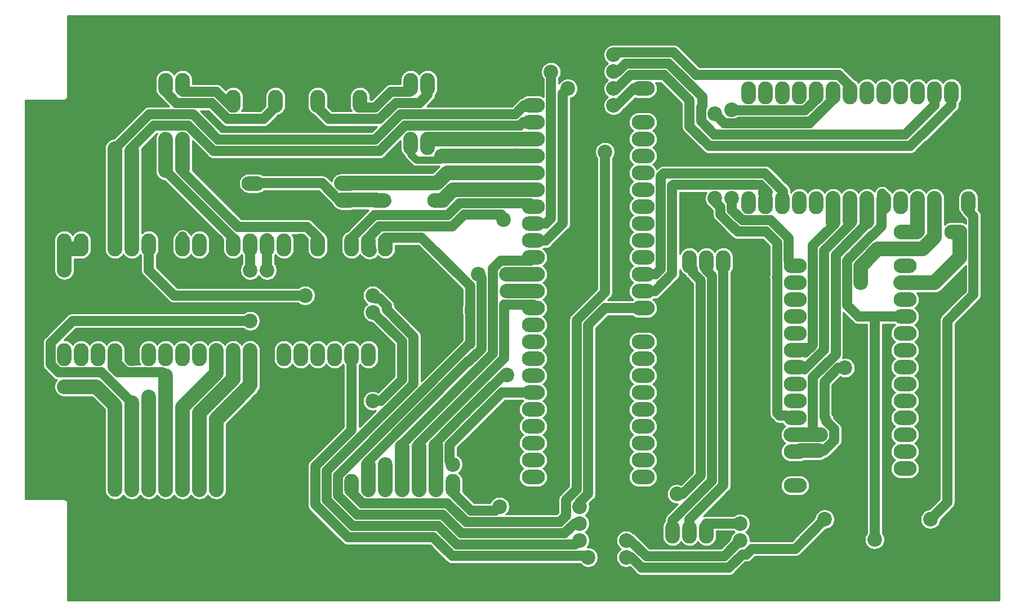
<source format=gbr>
%TF.GenerationSoftware,KiCad,Pcbnew,(5.1.6)-1*%
%TF.CreationDate,2024-05-08T10:03:09-05:00*%
%TF.ProjectId,_prototype_samelcd,5f70726f-746f-4747-9970-655f73616d65,rev?*%
%TF.SameCoordinates,PX2e063a0PY71d9820*%
%TF.FileFunction,Copper,L2,Bot*%
%TF.FilePolarity,Positive*%
%FSLAX46Y46*%
G04 Gerber Fmt 4.6, Leading zero omitted, Abs format (unit mm)*
G04 Created by KiCad (PCBNEW (5.1.6)-1) date 2024-05-08 10:03:09*
%MOMM*%
%LPD*%
G01*
G04 APERTURE LIST*
%TA.AperFunction,ComponentPad*%
%ADD10C,3.200000*%
%TD*%
%TA.AperFunction,ComponentPad*%
%ADD11O,2.200000X3.470000*%
%TD*%
%TA.AperFunction,ComponentPad*%
%ADD12O,3.470000X2.200000*%
%TD*%
%TA.AperFunction,ViaPad*%
%ADD13C,2.200000*%
%TD*%
%TA.AperFunction,Conductor*%
%ADD14C,2.200000*%
%TD*%
%TA.AperFunction,Conductor*%
%ADD15C,0.250000*%
%TD*%
%TA.AperFunction,Conductor*%
%ADD16C,0.300000*%
%TD*%
%TA.AperFunction,Conductor*%
%ADD17C,1.100000*%
%TD*%
%TA.AperFunction,Conductor*%
%ADD18C,1.500000*%
%TD*%
%TA.AperFunction,Conductor*%
%ADD19C,1.000000*%
%TD*%
%TA.AperFunction,Conductor*%
%ADD20C,1.270000*%
%TD*%
G04 APERTURE END LIST*
D10*
%TO.P,REF\u002A\u002A,*%
%TO.N,GND*%
X10160000Y3810000D03*
%TD*%
%TO.P,REF\u002A\u002A,*%
%TO.N,GND*%
X143510000Y3810000D03*
%TD*%
%TO.P,REF\u002A\u002A,*%
%TO.N,GND*%
X143510000Y85090000D03*
%TD*%
%TO.P,REF\u002A\u002A,*%
%TO.N,GND*%
X10160000Y85090000D03*
%TD*%
D11*
%TO.P,D1,1*%
%TO.N,GND*%
X50800000Y79375000D03*
%TO.P,D1,2*%
%TO.N,Net-(D1-Pad2)*%
X50800000Y75565000D03*
%TD*%
%TO.P,D2,1*%
%TO.N,GND*%
X44450000Y79375000D03*
%TO.P,D2,2*%
%TO.N,Net-(D2-Pad2)*%
X44450000Y75565000D03*
%TD*%
%TO.P,D3,1*%
%TO.N,GND*%
X31750000Y79375000D03*
%TO.P,D3,2*%
%TO.N,Net-(D3-Pad2)*%
X31750000Y75565000D03*
%TD*%
%TO.P,D4,1*%
%TO.N,GND*%
X38100000Y79375000D03*
%TO.P,D4,2*%
%TO.N,Net-(D4-Pad2)*%
X38100000Y75565000D03*
%TD*%
%TO.P,J1,1*%
%TO.N,T41_5V*%
X49530000Y17780000D03*
%TO.P,J1,2*%
%TO.N,T41_LED_CS*%
X52070000Y17780000D03*
%TO.P,J1,3*%
%TO.N,T41_TOUCH_CS*%
X54610000Y17780000D03*
%TO.P,J1,4*%
%TO.N,T41_CD*%
X57150000Y17780000D03*
%TO.P,J1,5*%
%TO.N,T41_MISO*%
X59690000Y17780000D03*
%TO.P,J1,6*%
%TO.N,T41_MOSI*%
X62230000Y17780000D03*
%TO.P,J1,7*%
%TO.N,T41_SCLK*%
X64770000Y17780000D03*
%TO.P,J1,8*%
%TO.N,GND*%
X67310000Y17780000D03*
%TD*%
%TO.P,J2,8*%
%TO.N,GND*%
X31750000Y17780000D03*
%TO.P,J2,7*%
%TO.N,RPI_SCLK*%
X29210000Y17780000D03*
%TO.P,J2,6*%
%TO.N,RPI_MISO*%
X26670000Y17780000D03*
%TO.P,J2,5*%
%TO.N,RPI_MOSI*%
X24130000Y17780000D03*
%TO.P,J2,4*%
%TO.N,RPI_CD*%
X21590000Y17780000D03*
%TO.P,J2,3*%
%TO.N,RPI_TOUCH_CS*%
X19050000Y17780000D03*
%TO.P,J2,2*%
%TO.N,RPI_LED_CS*%
X16510000Y17780000D03*
%TO.P,J2,1*%
%TO.N,RPI_5V*%
X13970000Y17780000D03*
%TD*%
%TO.P,J3,1*%
%TO.N,GND*%
X95250000Y10795000D03*
%TO.P,J3,2*%
%TO.N,HOST_D+*%
X97790000Y10795000D03*
%TO.P,J3,3*%
%TO.N,HOST_D-*%
X100330000Y10795000D03*
%TO.P,J3,4*%
%TO.N,T40_5V*%
X102870000Y10795000D03*
%TD*%
%TO.P,J6,1*%
%TO.N,GND*%
X54610000Y37465000D03*
%TO.P,J6,2*%
%TO.N,Net-(J6-Pad2)*%
X52070000Y37465000D03*
%TO.P,J6,3*%
%TO.N,I2S_FCLK*%
X49530000Y37465000D03*
%TO.P,J6,4*%
%TO.N,Net-(J6-Pad4)*%
X46990000Y37465000D03*
%TO.P,J6,5*%
%TO.N,Net-(J6-Pad5)*%
X44450000Y37465000D03*
%TO.P,J6,6*%
%TO.N,Net-(J6-Pad6)*%
X41910000Y37465000D03*
%TO.P,J6,7*%
%TO.N,Net-(J6-Pad7)*%
X39370000Y37465000D03*
%TO.P,J6,8*%
%TO.N,GND*%
X36830000Y37465000D03*
%TO.P,J6,9*%
%TO.N,RPI_SCLK*%
X34290000Y37465000D03*
%TO.P,J6,10*%
%TO.N,RPI_MISO*%
X31750000Y37465000D03*
%TO.P,J6,11*%
%TO.N,RPI_MOSI*%
X29210000Y37465000D03*
%TO.P,J6,12*%
%TO.N,Net-(J6-Pad12)*%
X26670000Y37465000D03*
%TO.P,J6,13*%
%TO.N,Net-(J6-Pad13)*%
X24130000Y37465000D03*
%TO.P,J6,14*%
%TO.N,Net-(J6-Pad14)*%
X21590000Y37465000D03*
%TO.P,J6,15*%
%TO.N,Net-(J6-Pad15)*%
X19050000Y37465000D03*
%TO.P,J6,16*%
%TO.N,GND*%
X16510000Y37465000D03*
%TO.P,J6,17*%
%TO.N,RPI_CD*%
X13970000Y37465000D03*
%TO.P,J6,18*%
%TO.N,Net-(J6-Pad18)*%
X11430000Y37465000D03*
%TO.P,J6,19*%
%TO.N,Net-(J6-Pad19)*%
X8890000Y37465000D03*
%TO.P,J6,20*%
%TO.N,Net-(J6-Pad20)*%
X6350000Y37465000D03*
%TD*%
%TO.P,J7,20*%
%TO.N,I2S_RXB*%
X54610000Y53975000D03*
%TO.P,J7,19*%
%TO.N,I2S_TXB*%
X52070000Y53975000D03*
%TO.P,J7,18*%
%TO.N,RPI_READY*%
X49530000Y53975000D03*
%TO.P,J7,17*%
%TO.N,GND*%
X46990000Y53975000D03*
%TO.P,J7,16*%
%TO.N,RPI_I2S_TX_ACTIVE*%
X44450000Y53975000D03*
%TO.P,J7,15*%
%TO.N,GND*%
X41910000Y53975000D03*
%TO.P,J7,14*%
%TO.N,Net-(J7-Pad14)*%
X39370000Y53975000D03*
%TO.P,J7,13*%
%TO.N,RPI_TOUCH_CS*%
X36830000Y53975000D03*
%TO.P,J7,12*%
%TO.N,RPI_LED_CS*%
X34290000Y53975000D03*
%TO.P,J7,11*%
%TO.N,RPI_I2S_RX_ACTIVE*%
X31750000Y53975000D03*
%TO.P,J7,10*%
%TO.N,GND*%
X29210000Y53975000D03*
%TO.P,J7,9*%
%TO.N,Net-(J7-Pad9)*%
X26670000Y53975000D03*
%TO.P,J7,8*%
%TO.N,Net-(J7-Pad8)*%
X24130000Y53975000D03*
%TO.P,J7,7*%
%TO.N,GND*%
X21590000Y53975000D03*
%TO.P,J7,6*%
%TO.N,I2S_BCLK*%
X19050000Y53975000D03*
%TO.P,J7,5*%
%TO.N,RPI_RX*%
X16510000Y53975000D03*
%TO.P,J7,4*%
%TO.N,RPI_TX*%
X13970000Y53975000D03*
%TO.P,J7,3*%
%TO.N,GND*%
X11430000Y53975000D03*
%TO.P,J7,2*%
%TO.N,RPI_5V*%
X8890000Y53975000D03*
%TO.P,J7,1*%
X6350000Y53975000D03*
%TD*%
D12*
%TO.P,U2,48*%
%TO.N,T41_5V*%
X93345000Y77470000D03*
%TO.P,U2,47*%
%TO.N,GND*%
X93345000Y74930000D03*
%TO.P,U2,46*%
%TO.N,T41_3.3V*%
X93345000Y72390000D03*
%TO.P,U2,45*%
%TO.N,Net-(U2-Pad45)*%
X93345000Y69850000D03*
%TO.P,U2,44*%
%TO.N,Net-(U2-Pad44)*%
X93345000Y67310000D03*
%TO.P,U2,43*%
%TO.N,Net-(U2-Pad43)*%
X93345000Y64770000D03*
%TO.P,U2,42*%
%TO.N,Net-(U2-Pad42)*%
X93345000Y62230000D03*
%TO.P,U2,41*%
%TO.N,Net-(U2-Pad41)*%
X93345000Y59690000D03*
%TO.P,U2,40*%
%TO.N,Net-(U2-Pad40)*%
X93345000Y57150000D03*
%TO.P,U2,39*%
%TO.N,Net-(U2-Pad39)*%
X93345000Y54610000D03*
%TO.P,U2,38*%
%TO.N,Net-(U2-Pad38)*%
X93345000Y52070000D03*
%TO.P,U2,37*%
%TO.N,T40_RX3*%
X93345000Y49530000D03*
%TO.P,U2,36*%
%TO.N,T40_TX3*%
X93345000Y46990000D03*
%TO.P,U2,35*%
%TO.N,T41_SCLK*%
X93345000Y44450000D03*
%TO.P,U2,1*%
%TO.N,GND*%
X76835000Y77470000D03*
%TO.P,U2,2*%
%TO.N,RPI_TX*%
X76835000Y74930000D03*
%TO.P,U2,3*%
%TO.N,RPI_RX*%
X76835000Y72390000D03*
%TO.P,U2,4*%
%TO.N,LED_PI_READY*%
X76835000Y69850000D03*
%TO.P,U2,5*%
%TO.N,LED_PI_RUN*%
X76835000Y67310000D03*
%TO.P,U2,6*%
%TO.N,PI_REBOOT*%
X76835000Y64770000D03*
%TO.P,U2,7*%
%TO.N,SENS_PI_RUN*%
X76835000Y62230000D03*
%TO.P,U2,8*%
%TO.N,RPI_READY*%
X76835000Y59690000D03*
%TO.P,U2,9*%
%TO.N,T40_TX1*%
X76835000Y57150000D03*
%TO.P,U2,10*%
%TO.N,T40_RX1*%
X76835000Y54610000D03*
%TO.P,U2,11*%
%TO.N,T41_CD*%
X76835000Y52070000D03*
%TO.P,U2,12*%
%TO.N,T41_LED_CS*%
X76835000Y49530000D03*
%TO.P,U2,13*%
%TO.N,T41_MOSI*%
X76835000Y46990000D03*
%TO.P,U2,34*%
%TO.N,GND*%
X93345000Y41910000D03*
%TO.P,U2,33*%
%TO.N,Net-(U2-Pad33)*%
X93345000Y39370000D03*
%TO.P,U2,32*%
%TO.N,Net-(U2-Pad32)*%
X93345000Y36830000D03*
%TO.P,U2,31*%
%TO.N,Net-(U2-Pad31)*%
X93345000Y34290000D03*
%TO.P,U2,30*%
%TO.N,Net-(U2-Pad30)*%
X93345000Y31750000D03*
%TO.P,U2,29*%
%TO.N,Net-(U2-Pad29)*%
X93345000Y29210000D03*
%TO.P,U2,28*%
%TO.N,Net-(U2-Pad28)*%
X93345000Y26670000D03*
%TO.P,U2,27*%
%TO.N,Net-(U2-Pad27)*%
X93345000Y24130000D03*
%TO.P,U2,26*%
%TO.N,Net-(U2-Pad26)*%
X93345000Y21590000D03*
%TO.P,U2,25*%
%TO.N,Net-(U2-Pad25)*%
X93345000Y19050000D03*
%TO.P,U2,24*%
%TO.N,Net-(U2-Pad24)*%
X76835000Y19050000D03*
%TO.P,U2,23*%
%TO.N,Net-(U2-Pad23)*%
X76835000Y21590000D03*
%TO.P,U2,22*%
%TO.N,Net-(U2-Pad22)*%
X76835000Y24130000D03*
%TO.P,U2,21*%
%TO.N,LED_DOUT*%
X76835000Y26670000D03*
%TO.P,U2,14*%
%TO.N,T41_MISO*%
X76835000Y44450000D03*
%TO.P,U2,15*%
%TO.N,+3V3*%
X76835000Y41910000D03*
%TO.P,U2,16*%
%TO.N,Net-(U2-Pad16)*%
X76835000Y39370000D03*
%TO.P,U2,20*%
%TO.N,Net-(U2-Pad20)*%
X76835000Y29210000D03*
%TO.P,U2,19*%
%TO.N,T41_TOUCH_CS*%
X76835000Y31750000D03*
%TO.P,U2,18*%
%TO.N,Net-(U2-Pad18)*%
X76835000Y34290000D03*
%TO.P,U2,17*%
%TO.N,Net-(U2-Pad17)*%
X76835000Y36830000D03*
%TD*%
%TO.P,U3,1*%
%TO.N,GND*%
X132715000Y17780000D03*
%TO.P,U3,2*%
%TO.N,Net-(U3-Pad2)*%
X132715000Y20320000D03*
%TO.P,U3,3*%
%TO.N,Net-(U3-Pad3)*%
X132715000Y22860000D03*
%TO.P,U3,4*%
%TO.N,Net-(U3-Pad4)*%
X132715000Y25400000D03*
%TO.P,U3,5*%
%TO.N,Net-(U3-Pad5)*%
X132715000Y27940000D03*
%TO.P,U3,6*%
%TO.N,Net-(U3-Pad6)*%
X132715000Y30480000D03*
%TO.P,U3,7*%
%TO.N,Net-(U3-Pad7)*%
X132715000Y33020000D03*
%TO.P,U3,8*%
%TO.N,Net-(U3-Pad8)*%
X132715000Y35560000D03*
%TO.P,U3,9*%
%TO.N,Net-(U3-Pad9)*%
X132715000Y38100000D03*
%TO.P,U3,10*%
%TO.N,Net-(U3-Pad10)*%
X132715000Y40640000D03*
%TO.P,U3,11*%
%TO.N,I2S_BCLK*%
X132715000Y43180000D03*
%TO.P,U3,12*%
%TO.N,Net-(U3-Pad12)*%
X132715000Y45720000D03*
%TO.P,U3,13*%
%TO.N,Net-(R6-Pad2)*%
X132715000Y48260000D03*
%TO.P,U3,14*%
%TO.N,Net-(U3-Pad14)*%
X132715000Y50800000D03*
%TO.P,U3,15*%
%TO.N,I2S_RXA*%
X116205000Y50800000D03*
%TO.P,U3,16*%
%TO.N,Net-(U3-Pad16)*%
X116205000Y48260000D03*
%TO.P,U3,17*%
%TO.N,Net-(U3-Pad17)*%
X116205000Y45720000D03*
%TO.P,U3,18*%
%TO.N,Net-(U3-Pad18)*%
X116205000Y43180000D03*
%TO.P,U3,19*%
%TO.N,Net-(U3-Pad19)*%
X116205000Y40640000D03*
%TO.P,U3,20*%
%TO.N,T40_SCA*%
X116205000Y38100000D03*
%TO.P,U3,21*%
%TO.N,T40_SCL*%
X116205000Y35560000D03*
%TO.P,U3,22*%
%TO.N,Net-(U3-Pad22)*%
X116205000Y33020000D03*
%TO.P,U3,23*%
%TO.N,Net-(U3-Pad23)*%
X116205000Y30480000D03*
%TO.P,U3,24*%
%TO.N,I2S_TXA*%
X116205000Y27940000D03*
%TO.P,U3,25*%
%TO.N,I2S_FCLK*%
X116205000Y25400000D03*
%TO.P,U3,26*%
%TO.N,T40_3.3V*%
X116205000Y22860000D03*
%TO.P,U3,27*%
%TO.N,GND*%
X116205000Y20320000D03*
%TO.P,U3,28*%
%TO.N,Net-(U3-Pad28)*%
X116205000Y17780000D03*
%TD*%
D11*
%TO.P,R1,2*%
%TO.N,Net-(D1-Pad2)*%
X58420000Y78105000D03*
%TO.P,R1,1*%
%TO.N,LED_PI_RUN*%
X58420000Y69215000D03*
%TD*%
%TO.P,R2,2*%
%TO.N,Net-(D2-Pad2)*%
X60960000Y78105000D03*
%TO.P,R2,1*%
%TO.N,LED_PI_READY*%
X60960000Y69215000D03*
%TD*%
%TO.P,R3,1*%
%TO.N,RPI_I2S_TX_ACTIVE*%
X24130000Y69215000D03*
%TO.P,R3,2*%
%TO.N,Net-(D3-Pad2)*%
X24130000Y78105000D03*
%TD*%
%TO.P,R4,2*%
%TO.N,Net-(D4-Pad2)*%
X21590000Y78105000D03*
%TO.P,R4,1*%
%TO.N,RPI_I2S_RX_ACTIVE*%
X21590000Y69215000D03*
%TD*%
D12*
%TO.P,R5,1*%
%TO.N,SENS_PI_RUN*%
X62655000Y60660000D03*
%TO.P,R5,2*%
%TO.N,RPI_RUN*%
X53765000Y60660000D03*
%TD*%
%TO.P,R6,2*%
%TO.N,Net-(R6-Pad2)*%
X140335000Y55880000D03*
%TO.P,R6,1*%
%TO.N,I2S_MCLK*%
X132715000Y55880000D03*
%TD*%
%TO.P,Q1,1*%
%TO.N,RPI_RUN*%
X48685000Y60660000D03*
%TO.P,Q1,3*%
%TO.N,GND*%
X48685000Y65740000D03*
%TO.P,Q1,2*%
%TO.N,PI_REBOOT*%
X48685000Y63200000D03*
%TD*%
%TO.P,J5,1*%
%TO.N,RPI_RUN*%
X34715000Y63200000D03*
%TD*%
D11*
%TO.P,J4,1*%
%TO.N,I2S_RXB*%
X100330000Y51435000D03*
%TO.P,J4,2*%
%TO.N,HOST_D+*%
X102870000Y51435000D03*
%TO.P,J4,3*%
%TO.N,HOST_D-*%
X105410000Y51435000D03*
%TD*%
%TO.P,U1,15*%
%TO.N,Net-(U1-Pad15)*%
X109220000Y60325000D03*
%TO.P,U1,14*%
%TO.N,Net-(U1-Pad14)*%
X109220000Y76835000D03*
%TO.P,U1,16*%
%TO.N,T40_TX3*%
X111760000Y60325000D03*
%TO.P,U1,17*%
%TO.N,T40_RX3*%
X114300000Y60325000D03*
%TO.P,U1,18*%
%TO.N,Net-(U1-Pad18)*%
X116840000Y60325000D03*
%TO.P,U1,19*%
%TO.N,Net-(U1-Pad19)*%
X119380000Y60325000D03*
%TO.P,U1,20*%
%TO.N,T40_SCA*%
X121920000Y60325000D03*
%TO.P,U1,21*%
%TO.N,T40_SCL*%
X124460000Y60325000D03*
%TO.P,U1,22*%
%TO.N,I2S_FCLK*%
X127000000Y60325000D03*
%TO.P,U1,23*%
%TO.N,I2S_BCLK*%
X129540000Y60325000D03*
%TO.P,U1,24*%
%TO.N,Net-(U1-Pad24)*%
X132080000Y60325000D03*
%TO.P,U1,25*%
%TO.N,I2S_MCLK*%
X134620000Y60325000D03*
%TO.P,U1,26*%
%TO.N,T40_3.3V*%
X137160000Y60325000D03*
%TO.P,U1,27*%
%TO.N,GND*%
X139700000Y60325000D03*
%TO.P,U1,28*%
%TO.N,T40_5V*%
X142240000Y60325000D03*
%TO.P,U1,13*%
%TO.N,Net-(U1-Pad13)*%
X111760000Y76835000D03*
%TO.P,U1,12*%
%TO.N,Net-(U1-Pad12)*%
X114300000Y76835000D03*
%TO.P,U1,11*%
%TO.N,Net-(U1-Pad11)*%
X116840000Y76835000D03*
%TO.P,U1,10*%
%TO.N,I2S_RXA*%
X119380000Y76835000D03*
%TO.P,U1,9*%
%TO.N,I2S_TXA*%
X121920000Y76835000D03*
%TO.P,U1,8*%
%TO.N,I2S_TXB*%
X124460000Y76835000D03*
%TO.P,U1,7*%
%TO.N,Net-(U1-Pad7)*%
X127000000Y76835000D03*
%TO.P,U1,6*%
%TO.N,Net-(U1-Pad6)*%
X129540000Y76835000D03*
%TO.P,U1,5*%
%TO.N,Net-(U1-Pad5)*%
X132080000Y76835000D03*
%TO.P,U1,4*%
%TO.N,Net-(U1-Pad4)*%
X134620000Y76835000D03*
%TO.P,U1,3*%
%TO.N,T40_TX1*%
X137160000Y76835000D03*
%TO.P,U1,2*%
%TO.N,T40_RX1*%
X139700000Y76835000D03*
%TO.P,U1,1*%
%TO.N,GND*%
X142240000Y76835000D03*
%TD*%
D13*
%TO.N,T41_5V*%
X88900000Y74930000D03*
X87630000Y67945000D03*
%TO.N,T41_LED_CS*%
X68580000Y49530000D03*
X72834500Y49530000D03*
%TO.N,T41_MOSI*%
X72898000Y46990000D03*
X72898000Y34417000D03*
%TO.N,T41_TOUCH_CS*%
X54610000Y20955000D03*
X64770000Y20955000D03*
%TO.N,T41_SCLK*%
X71755000Y14605000D03*
X83820000Y14605000D03*
%TO.N,RPI_TOUCH_CS*%
X36830000Y50165000D03*
X52768500Y43815000D03*
X52705000Y30480000D03*
X19050000Y31115000D03*
%TO.N,RPI_LED_CS*%
X34290000Y42545000D03*
X34290000Y50165000D03*
%TO.N,RPI_5V*%
X6350000Y50165000D03*
X6350000Y32615816D03*
%TO.N,T40_5V*%
X107950000Y12065000D03*
X136525000Y12700000D03*
%TO.N,I2S_FCLK*%
X120015000Y25400000D03*
X90805000Y6985000D03*
X120650000Y12700000D03*
X85090000Y6985000D03*
%TO.N,I2S_RXB*%
X83820000Y12065000D03*
X98425000Y16510000D03*
%TO.N,I2S_TXB*%
X88900000Y82550000D03*
X72390000Y57785000D03*
%TO.N,I2S_BCLK*%
X42545000Y46355000D03*
X52705000Y46355000D03*
X90805000Y9525000D03*
X128140008Y9654992D03*
X107950000Y9525000D03*
X83820000Y9525000D03*
%TO.N,T40_3.3V*%
X126040050Y48260000D03*
X123711231Y35446231D03*
%TO.N,I2S_RXA*%
X106680000Y60960000D03*
X106680000Y74295000D03*
%TO.N,I2S_TXA*%
X104140000Y60960000D03*
X104140000Y73660000D03*
%TO.N,T40_TX1*%
X88900000Y80010000D03*
X79520010Y79964510D03*
%TO.N,T40_RX1*%
X88900000Y77470000D03*
X82042000Y77470000D03*
%TD*%
D14*
%TO.N,LED_PI_RUN*%
X58420000Y69850000D02*
X58425598Y69850000D01*
X72390000Y67310000D02*
X71120000Y67310000D01*
X72390000Y67310000D02*
X71119991Y67310000D01*
D15*
X62385001Y67109999D02*
X62385001Y67219999D01*
D16*
X74120001Y68299999D02*
X75110000Y67310000D01*
D14*
X77470000Y67310000D02*
X75110000Y67310000D01*
X75110000Y67310000D02*
X72390000Y67310000D01*
D17*
X58420000Y67569998D02*
X59259999Y66729999D01*
X59259999Y66729999D02*
X62919999Y66729999D01*
D14*
X71119991Y67310000D02*
X63084126Y67310000D01*
%TO.N,LED_PI_READY*%
X77470000Y69850000D02*
X68580000Y69850000D01*
X68580000Y69850000D02*
X60960000Y69850000D01*
D18*
%TO.N,RPI_I2S_TX_ACTIVE*%
X31499161Y57624166D02*
X32463317Y56660010D01*
X32472468Y56669161D02*
X42840839Y56669161D01*
X32463317Y56660010D02*
X32472468Y56669161D01*
X42840839Y56669161D02*
X44410000Y55100000D01*
X44410000Y55100000D02*
X44410000Y53710000D01*
X32454166Y56669161D02*
X24226327Y64897000D01*
X32472468Y56669161D02*
X32454166Y56669161D01*
D14*
X24130000Y69850000D02*
X24130000Y65488302D01*
%TO.N,RPI_I2S_RX_ACTIVE*%
X21590000Y69850000D02*
X21590000Y65087500D01*
D18*
X22526318Y64192833D02*
X22484667Y64192833D01*
X22484667Y64192833D02*
X21590000Y65087500D01*
X31750000Y53340000D02*
X31750000Y54969151D01*
X31750000Y54969151D02*
X22526318Y64192833D01*
%TO.N,T41_5V*%
X87630000Y46854176D02*
X83389990Y42614167D01*
X87630000Y67945000D02*
X87630000Y67945000D01*
X89394002Y74930000D02*
X88900000Y74930000D01*
X91934002Y77470000D02*
X89394002Y74930000D01*
X92710000Y77470000D02*
X91934002Y77470000D01*
X87630000Y67945000D02*
X87630000Y46854176D01*
X83389990Y42614167D02*
X83389990Y18429490D01*
X83389990Y18429490D02*
X83389990Y17349990D01*
X63930009Y15085839D02*
X64272924Y14742924D01*
X49530000Y17145000D02*
X49530000Y16785849D01*
X49530000Y16785849D02*
X51230010Y15085839D01*
X66745859Y12269990D02*
X64272924Y14742924D01*
X52224161Y15085839D02*
X51094186Y15085839D01*
X52224161Y15085839D02*
X63930009Y15085839D01*
X51230010Y15085839D02*
X52224161Y15085839D01*
X51094186Y15085839D02*
X49530000Y16650025D01*
X77039990Y12269990D02*
X66745859Y12269990D01*
X78445814Y12269990D02*
X77039990Y12269990D01*
X83389990Y17214167D02*
X83389990Y18429490D01*
X81769999Y15594177D02*
X83389990Y17214167D01*
X81769999Y13189998D02*
X81769999Y15594177D01*
X80849991Y12269991D02*
X81769999Y13189998D01*
X77039990Y12269990D02*
X80849991Y12269991D01*
%TO.N,T41_CD*%
X57150000Y17145000D02*
X57150000Y18774151D01*
X57158825Y23998799D02*
X70749970Y37589943D01*
D14*
X57150000Y17145000D02*
X57150000Y23630825D01*
D18*
X70749970Y50344621D02*
X71985359Y51580010D01*
X70749970Y48757030D02*
X70749970Y50344621D01*
X70749970Y37589943D02*
X70749970Y48757030D01*
X71985359Y51580010D02*
X76472010Y51580010D01*
D14*
%TO.N,T41_LED_CS*%
X77470000Y49530000D02*
X72834500Y49530000D01*
X72834500Y49530000D02*
X72834500Y49530000D01*
D18*
X69049960Y49060040D02*
X68580000Y49530000D01*
X52070000Y21449975D02*
X66999013Y36378988D01*
X66999013Y36378988D02*
X67134838Y36378988D01*
X67134838Y36378988D02*
X69049960Y38294110D01*
X69049960Y38294110D02*
X69049960Y49060040D01*
D14*
X52070000Y17145000D02*
X52070000Y20955001D01*
%TO.N,T41_MOSI*%
X77470000Y46990000D02*
X72898000Y46990000D01*
X72898000Y46990000D02*
X72898000Y46990000D01*
X62230000Y17145000D02*
X62230000Y23766646D01*
D18*
X72898000Y34417000D02*
X72385380Y34417000D01*
X66386941Y28418561D02*
X66386939Y28418561D01*
X72385380Y34417000D02*
X66386941Y28418561D01*
X62230000Y24261621D02*
X66386939Y28418561D01*
X66386939Y28418561D02*
X66797379Y28829000D01*
%TO.N,T41_MISO*%
X59690000Y17145000D02*
X59690000Y18909973D01*
X59690000Y24125797D02*
X72449980Y36885776D01*
X72449980Y36885776D02*
X72449980Y41461980D01*
X72449980Y41461980D02*
X72449980Y44939990D01*
X72449980Y44939990D02*
X76835000Y44939990D01*
D14*
X59690000Y17145000D02*
X59690000Y23630823D01*
D18*
%TO.N,T41_TOUCH_CS*%
X77470000Y31750000D02*
X72122556Y31750000D01*
X64280010Y21444990D02*
X64770000Y20955000D01*
X64280010Y23907455D02*
X64280010Y21444990D01*
X72122556Y31750000D02*
X64280010Y23907455D01*
D14*
X54610000Y17145000D02*
X54610000Y20955000D01*
D19*
%TO.N,GND*%
X41910000Y53340000D02*
X41910000Y54615598D01*
X29210000Y53334402D02*
X29210000Y53340000D01*
D18*
%TO.N,T41_SCLK*%
X87630000Y44450000D02*
X85090000Y41910000D01*
X92710000Y44450000D02*
X87630000Y44450000D01*
X64770000Y16785849D02*
X64770000Y17145000D01*
X64770000Y16650025D02*
X67310000Y14110025D01*
X64770000Y17145000D02*
X64770000Y16650025D01*
X67310000Y14110025D02*
X67450025Y13970000D01*
X67450025Y13970000D02*
X71120000Y13970000D01*
X71120000Y13970000D02*
X71755000Y14605000D01*
X71755000Y14605000D02*
X71755000Y14605000D01*
X85090000Y41910000D02*
X85090000Y16510000D01*
X83820000Y15240000D02*
X83820000Y14605000D01*
X85090000Y16510000D02*
X83820000Y15240000D01*
%TO.N,RPI_SCLK*%
X34290000Y38100000D02*
X34290000Y32258000D01*
X29337000Y17399000D02*
X29400500Y17335500D01*
X34290000Y32258000D02*
X29337000Y27305000D01*
D14*
X34290000Y38100000D02*
X34290000Y32899248D01*
X34290000Y32899248D02*
X29210000Y27819248D01*
X29210000Y27819248D02*
X29210000Y17145000D01*
D18*
%TO.N,RPI_TOUCH_CS*%
X36830000Y53340000D02*
X36830000Y54969151D01*
X36830000Y52980849D02*
X36830000Y53340000D01*
X36830000Y53340000D02*
X36830000Y50165000D01*
X36830000Y50165000D02*
X36830000Y50165000D01*
X19050000Y31115000D02*
X19050000Y31115000D01*
D14*
X19050000Y17145000D02*
X19050000Y31115000D01*
D18*
X53887496Y30480000D02*
X52705000Y30480000D01*
X57150000Y33742504D02*
X53887496Y30480000D01*
X52768500Y43815000D02*
X57150000Y39433500D01*
X57150000Y39433500D02*
X57150000Y33742504D01*
%TO.N,RPI_MISO*%
X31750000Y38100000D02*
X31750000Y33274000D01*
X31750000Y33274000D02*
X26670000Y28194000D01*
X26670000Y19685000D02*
X26670000Y17145000D01*
D14*
X31750000Y38100000D02*
X31750000Y33753374D01*
X31750000Y33753374D02*
X26670000Y28673374D01*
X26670000Y28673374D02*
X26670000Y17145000D01*
%TO.N,RPI_MOSI*%
X24130000Y17145000D02*
X24130000Y29527500D01*
X29210000Y38100000D02*
X29210000Y34607500D01*
X29210000Y34607500D02*
X24130000Y29527500D01*
D19*
%TO.N,RPI_LED_CS*%
X16510000Y17145000D02*
X16510000Y18420598D01*
D18*
X34290000Y53340000D02*
X34290000Y50165000D01*
X34290000Y42545000D02*
X34290000Y42545000D01*
X34290000Y50165000D02*
X34290000Y50165000D01*
D14*
X16510000Y17145000D02*
X16510000Y30220826D01*
D18*
X4299990Y39224990D02*
X7620000Y42545000D01*
X4299990Y35980859D02*
X4299990Y39224990D01*
X5500860Y34779990D02*
X4299990Y35980859D01*
X11934161Y34779990D02*
X5500860Y34779990D01*
X7620000Y42545000D02*
X34290000Y42545000D01*
X12648988Y34065163D02*
X11934161Y34779990D01*
X12665663Y34065163D02*
X12648988Y34065163D01*
X16510000Y30220826D02*
X12665663Y34065163D01*
D19*
%TO.N,RPI_CD*%
X13970000Y38100000D02*
X13970000Y36824402D01*
D18*
X21590000Y34290000D02*
X21100010Y34779990D01*
D14*
X21590000Y17145000D02*
X21590000Y34290000D01*
D18*
X18687010Y34779990D02*
X15660859Y34779990D01*
X21100010Y34779990D02*
X18687010Y34779990D01*
X15660859Y34779990D02*
X14355012Y34779990D01*
X14355012Y34779990D02*
X13589000Y35546002D01*
X13589000Y35546002D02*
X13589000Y36703000D01*
X13970000Y36470849D02*
X15660859Y34779990D01*
X13970000Y38100000D02*
X13970000Y36470849D01*
D14*
%TO.N,RPI_5V*%
X13970000Y29845000D02*
X11199184Y32615816D01*
X13970000Y22860000D02*
X13970000Y29845000D01*
X11199184Y32615816D02*
X6350000Y32615816D01*
X8890000Y53340000D02*
X6350000Y53340000D01*
X6350000Y53340000D02*
X6350000Y50165000D01*
X6350000Y50165000D02*
X6350000Y50165000D01*
X6350000Y32615816D02*
X6350000Y32615816D01*
X13970000Y22860000D02*
X13970000Y17780000D01*
D18*
%TO.N,HOST_D+*%
X102870000Y50165000D02*
X103709990Y49325010D01*
X102870000Y52070000D02*
X102870000Y50165000D01*
X103709990Y49325010D02*
X103709990Y18484166D01*
X103709990Y18484166D02*
X97790000Y12564176D01*
X97790000Y12564176D02*
X97790000Y10160000D01*
%TO.N,HOST_D-*%
X105410000Y52070000D02*
X105410000Y17780000D01*
X105410000Y17780000D02*
X100330000Y12700000D01*
X100330000Y12700000D02*
X100330000Y10795000D01*
%TO.N,T40_5V*%
X142240000Y60960000D02*
X142240000Y59055000D01*
X142240000Y59055000D02*
X143020010Y58274990D01*
X143020010Y49675010D02*
X143020010Y58274990D01*
X143020010Y58274990D02*
X143020010Y46500010D01*
X143020010Y46500010D02*
X139065000Y42545000D01*
X139065000Y19050000D02*
X139065000Y15240000D01*
X139065000Y42545000D02*
X139065000Y19050000D01*
X139065000Y15240000D02*
X136525000Y12700000D01*
X136525000Y12700000D02*
X136525000Y12700000D01*
X107950000Y12065000D02*
X102870000Y12065000D01*
D14*
%TO.N,RPI_RUN*%
X53384000Y60660000D02*
X53358600Y60685400D01*
X54400000Y60660000D02*
X53384000Y60660000D01*
X53358600Y60685400D02*
X47973800Y60685400D01*
D18*
X47690849Y60660000D02*
X45125449Y63225400D01*
X48050000Y60660000D02*
X47690849Y60660000D01*
X45125449Y63225400D02*
X34080000Y63225400D01*
D19*
%TO.N,I2S_FCLK*%
X116840000Y25400000D02*
X115564402Y25400000D01*
D18*
X122290030Y38090813D02*
X122290030Y52421657D01*
X118899161Y34080798D02*
X118899161Y26089159D01*
X122290030Y38090813D02*
X122290029Y37471666D01*
X122290029Y37471666D02*
X118899161Y34080798D01*
X116840000Y25400000D02*
X116840000Y25360000D01*
X116840000Y25360000D02*
X117150000Y25050000D01*
X122290030Y52421657D02*
X127000000Y57131627D01*
D14*
X127000000Y60960000D02*
X127000000Y57402836D01*
X120015000Y25400000D02*
X115570000Y25400000D01*
D18*
X120650000Y12700000D02*
X120650000Y12700000D01*
X91575824Y6985000D02*
X90805000Y6985000D01*
X93146686Y5414137D02*
X91575824Y6985000D01*
X116205000Y8255000D02*
X109714002Y8255000D01*
X106243314Y5414137D02*
X93146686Y5414137D01*
X120650000Y12700000D02*
X116205000Y8255000D01*
X109714002Y8255000D02*
X108864825Y7405823D01*
X108864825Y7405823D02*
X108235000Y7405823D01*
X108235000Y7405823D02*
X106243314Y5414137D01*
X44079970Y20672475D02*
X49530000Y26122503D01*
X49530000Y26122503D02*
X49530000Y38100000D01*
X44079970Y14887525D02*
X44079970Y20672475D01*
X48981686Y9985809D02*
X44079970Y14887525D01*
X61817510Y9985809D02*
X48981686Y9985809D01*
X64633358Y7169960D02*
X61817510Y9985809D01*
X84905040Y7169960D02*
X64633358Y7169960D01*
X85090000Y6985000D02*
X84905040Y7169960D01*
D14*
%TO.N,I2S_RXB*%
X54610000Y53340000D02*
X54610000Y54610000D01*
D18*
X98425000Y16510000D02*
X98425000Y16510000D01*
X100819990Y50310010D02*
X100330000Y50800000D01*
X100330000Y50800000D02*
X100330000Y52070000D01*
X98425000Y16510000D02*
X99331648Y16510000D01*
X102009980Y48620843D02*
X100819990Y49810833D01*
X102009980Y19188332D02*
X102009980Y48620843D01*
X99331648Y16510000D02*
X102009980Y19188332D01*
X100819990Y49810833D02*
X100819990Y50310010D01*
X67310000Y43815000D02*
X67310000Y44450000D01*
X83049177Y12065000D02*
X81554157Y10569980D01*
X81554157Y10569980D02*
X66041692Y10569980D01*
X63225843Y13385829D02*
X50390020Y13385829D01*
X66041692Y10569980D02*
X63225843Y13385829D01*
X50390020Y13385829D02*
X47479990Y16295859D01*
X47479990Y16295859D02*
X47479990Y19264141D01*
X47479990Y19264141D02*
X67214126Y38998277D01*
X67214126Y38998277D02*
X67349950Y38998277D01*
X83820000Y12065000D02*
X83049177Y12065000D01*
X67349950Y38998277D02*
X67349950Y43775050D01*
X67349950Y43775050D02*
X67310000Y43815000D01*
X67349950Y43775050D02*
X67349950Y47625000D01*
X67349950Y47726048D02*
X60056018Y55019980D01*
X67349950Y47625000D02*
X67349950Y47726048D01*
X60056018Y55019980D02*
X58884657Y55019980D01*
X58884657Y55019980D02*
X54610000Y55019980D01*
D14*
%TO.N,I2S_TXB*%
X52070000Y53340000D02*
X52209990Y53200010D01*
D18*
X124460000Y77829151D02*
X122769140Y79520010D01*
X124460000Y76200000D02*
X124460000Y77829151D01*
X101319166Y79520010D02*
X97919147Y82920030D01*
X122769140Y79520010D02*
X101319166Y79520010D01*
X89270030Y82920030D02*
X88900000Y82550000D01*
X97919147Y82920030D02*
X89270030Y82920030D01*
X52070000Y54969151D02*
X52070000Y53340000D01*
X66438708Y58479980D02*
X64678718Y56719990D01*
X72054135Y58479980D02*
X66438708Y58479980D01*
X53820839Y56719990D02*
X52070000Y54969151D01*
X58180490Y56719990D02*
X53820839Y56719990D01*
X58180490Y56719990D02*
X53685015Y56719990D01*
X64678718Y56719990D02*
X58180490Y56719990D01*
X53685015Y56719990D02*
X52298763Y55333738D01*
D19*
%TO.N,RPI_READY*%
X77470000Y59690000D02*
X76194402Y59690000D01*
D18*
X76835000Y59690000D02*
X77470000Y59690000D01*
X49530000Y53975000D02*
X49530000Y54969151D01*
X49530000Y54969151D02*
X52980849Y58420000D01*
X76345010Y60179990D02*
X76835000Y59690000D01*
X52980849Y58420000D02*
X63974551Y58420000D01*
X63974551Y58420000D02*
X65734541Y60179990D01*
X65734541Y60179990D02*
X76345010Y60179990D01*
D19*
%TO.N,Net-(J7-Pad9)*%
X26670000Y53334402D02*
X26670000Y53340000D01*
D18*
%TO.N,Net-(J7-Pad8)*%
X24104600Y55168800D02*
X24104600Y53670200D01*
%TO.N,I2S_BCLK*%
X19050000Y53340000D02*
X19050000Y52980849D01*
X19050000Y50165000D02*
X22860000Y46355000D01*
X19050000Y53340000D02*
X19050000Y50165000D01*
X22860000Y46355000D02*
X26670000Y46355000D01*
X24765000Y46355000D02*
X26670000Y46355000D01*
X127635000Y43180000D02*
X132080000Y43180000D01*
X128140008Y18285008D02*
X128140008Y42674992D01*
X128140008Y42674992D02*
X127635000Y43180000D01*
X26670000Y46355000D02*
X42545000Y46355000D01*
X42545000Y46355000D02*
X42545000Y46355000D01*
X123990040Y51600040D02*
X123990040Y44919960D01*
X123990040Y44919960D02*
X125730000Y43180000D01*
X125730000Y43180000D02*
X127635000Y43180000D01*
X123990040Y51600040D02*
X124460000Y52070000D01*
X127849141Y55352826D02*
X129222500Y56726185D01*
X123990040Y51600041D02*
X127742825Y55352826D01*
X129222500Y56726185D02*
X129222500Y59550300D01*
X123990040Y51600040D02*
X123990040Y51600041D01*
X127742825Y55352826D02*
X127849141Y55352826D01*
X129286000Y61150500D02*
X129286000Y61658500D01*
X129540000Y60960000D02*
X129476500Y60960000D01*
X129476500Y60960000D02*
X129286000Y61150500D01*
X128140008Y18285008D02*
X128140008Y11559992D01*
X128140008Y11559992D02*
X128140008Y10924992D01*
X128140008Y10924992D02*
X128140008Y10924992D01*
X128140008Y11559992D02*
X128140008Y9654992D01*
X128140008Y9654992D02*
X128140008Y9654992D01*
X106534990Y8109990D02*
X107950000Y9525000D01*
X90805000Y9525000D02*
X91440000Y9525000D01*
X93850853Y7114147D02*
X105539148Y7114147D01*
X91440000Y9525000D02*
X93850853Y7114147D01*
X106850001Y8425001D02*
X107950000Y9525000D01*
X105539148Y7114147D02*
X106850001Y8425001D01*
X53752501Y45865001D02*
X53194999Y45865001D01*
X83820000Y9525000D02*
X83164970Y8869970D01*
X54818501Y44169175D02*
X54818501Y44799001D01*
X53194999Y45865001D02*
X52705000Y46355000D01*
X65337525Y8869970D02*
X62521676Y11685819D01*
X83164970Y8869970D02*
X65337525Y8869970D01*
X45779980Y19968308D02*
X58850010Y33038337D01*
X62521676Y11685819D02*
X49685853Y11685819D01*
X49685853Y11685819D02*
X45779980Y15591692D01*
X45779980Y15591692D02*
X45779980Y19968308D01*
X58850010Y33038337D02*
X58850009Y40137667D01*
X58850009Y40137667D02*
X54818501Y44169175D01*
X54818501Y44799001D02*
X53752501Y45865001D01*
D17*
%TO.N,RPI_RX*%
X77470000Y72390000D02*
X75560000Y72390000D01*
D20*
X77470000Y72390000D02*
X76090000Y72390000D01*
D18*
X74580000Y71920000D02*
X74560010Y71900010D01*
X74860000Y71920000D02*
X74580000Y71920000D01*
X28787497Y68091654D02*
X24979141Y71900010D01*
X24979141Y71900010D02*
X20740859Y71900010D01*
X74560010Y71900010D02*
X57570859Y71900010D01*
X75330000Y72390000D02*
X74860000Y71920000D01*
X53762503Y68091654D02*
X28787497Y68091654D01*
X57570859Y71900010D02*
X53762503Y68091654D01*
X77470000Y72390000D02*
X75330000Y72390000D01*
X24979141Y71900010D02*
X19830010Y71900010D01*
X19830010Y71900010D02*
X16510000Y68580000D01*
X16510000Y68580000D02*
X16510000Y66675000D01*
D14*
X16510000Y53340000D02*
X16510000Y68085026D01*
D18*
%TO.N,RPI_TX*%
X54216672Y70950000D02*
X56866692Y73600020D01*
X56866692Y73600020D02*
X53058336Y69791664D01*
X53058336Y69791664D02*
X29491663Y69791664D01*
X25683308Y73600020D02*
X20036692Y73600020D01*
X29491663Y69791664D02*
X25683308Y73600020D01*
X75465823Y74930000D02*
X77470000Y74930000D01*
X74155833Y73620010D02*
X75465823Y74930000D01*
X73875833Y73620010D02*
X74155833Y73620010D01*
X56866692Y73600020D02*
X73855843Y73600020D01*
X73855843Y73600020D02*
X73875833Y73620010D01*
X19125843Y73600019D02*
X13970000Y68444176D01*
X20036692Y73600020D02*
X19125843Y73600019D01*
X13970000Y68444176D02*
X13970000Y66675000D01*
D14*
X13970000Y53340000D02*
X13970000Y68444176D01*
%TO.N,PI_REBOOT*%
X52550000Y63230000D02*
X48020000Y63230000D01*
X63915874Y64770000D02*
X62369990Y63224116D01*
X77470000Y64770000D02*
X63915874Y64770000D01*
X54328232Y63230000D02*
X52550000Y63230000D01*
X54334116Y63224116D02*
X54328232Y63230000D01*
X62369990Y63224116D02*
X54334116Y63224116D01*
D19*
%TO.N,SENS_PI_RUN*%
X62020000Y60660000D02*
X63290000Y60660000D01*
D14*
X63264600Y60609200D02*
X63188400Y60609200D01*
X63264600Y60699200D02*
X63245420Y60680020D01*
X77470000Y62230000D02*
X72665884Y62230000D01*
X72665884Y62230000D02*
X64770000Y62230000D01*
X64770000Y62230000D02*
X63500000Y60960000D01*
%TO.N,Net-(R6-Pad2)*%
X140970000Y55880000D02*
X140970000Y52070000D01*
X140970000Y52070000D02*
X137160000Y48260000D01*
X137160000Y48260000D02*
X132080000Y48260000D01*
%TO.N,I2S_MCLK*%
X134620000Y60960000D02*
X134620000Y56004124D01*
X134495876Y55880000D02*
X134620000Y56004124D01*
X133350000Y55880000D02*
X134495876Y55880000D01*
D18*
%TO.N,T40_TX3*%
X110979990Y63010010D02*
X112096551Y61893450D01*
X111760000Y61163200D02*
X111391700Y61531500D01*
X111760000Y60960000D02*
X111760000Y61163200D01*
X111391700Y62598300D02*
X110979990Y63010010D01*
X111391700Y61531500D02*
X111391700Y62598300D01*
X97730020Y49605843D02*
X95114177Y46990000D01*
X97730020Y62805020D02*
X97730020Y49605843D01*
X95114177Y46990000D02*
X92710000Y46990000D01*
X97935010Y63010010D02*
X97730020Y62805020D01*
X107169990Y63010010D02*
X97935010Y63010010D01*
X107169990Y63010010D02*
X110344990Y63010010D01*
%TO.N,T40_RX3*%
X113810010Y62584167D02*
X113818833Y62584167D01*
X111684157Y64710020D02*
X113810010Y62584167D01*
X113818833Y62584167D02*
X114388900Y62014100D01*
X92710000Y49530000D02*
X95250000Y49530000D01*
X114388900Y62014100D02*
X114388900Y61125100D01*
X96030010Y50310010D02*
X96030010Y64280010D01*
X96460020Y64710020D02*
X111684157Y64710020D01*
X95250000Y49530000D02*
X96030010Y50310010D01*
X96030010Y64280010D02*
X96460020Y64710020D01*
%TO.N,T40_SCA*%
X118890010Y39790859D02*
X118890010Y53829990D01*
X116840000Y38100000D02*
X117199151Y38100000D01*
X116920000Y38100000D02*
X117290000Y38470000D01*
X116840000Y38100000D02*
X116920000Y38100000D01*
X117290000Y38470000D02*
X118480010Y38470000D01*
X118480010Y38470000D02*
X118890010Y38880000D01*
X116840000Y38100000D02*
X117430000Y38100000D01*
X117430000Y38100000D02*
X117770005Y37759994D01*
X117770005Y37759994D02*
X118800005Y38789994D01*
X118890010Y39790859D02*
X118890010Y38880000D01*
D14*
X121920000Y60960000D02*
X121920000Y57354954D01*
D18*
X118890010Y53829990D02*
X121920000Y56859980D01*
%TO.N,T40_SCL*%
X120590020Y38794980D02*
X120590020Y53125824D01*
X116840000Y35560000D02*
X117355040Y35560000D01*
X120590020Y38175833D02*
X118044187Y35630000D01*
X118044187Y35630000D02*
X116870000Y35630000D01*
X118044187Y35630000D02*
X117617093Y35202906D01*
X117617093Y35202906D02*
X117602093Y35187906D01*
X120590020Y38794980D02*
X120590020Y38175833D01*
D14*
X124460000Y60960000D02*
X124460000Y57490777D01*
D18*
X120590020Y53125824D02*
X124460000Y56995804D01*
D14*
%TO.N,T40_3.3V*%
X116840000Y22860000D02*
X116979990Y22999990D01*
X137160000Y60960000D02*
X137160000Y55149998D01*
X137160000Y55149998D02*
X135350002Y53340000D01*
X116979990Y22999990D02*
X119748302Y22999990D01*
X135350002Y53340000D02*
X128629150Y53340000D01*
X128629150Y53340000D02*
X126040050Y50750900D01*
X118609141Y22999990D02*
X119748302Y22999990D01*
X126040050Y50750900D02*
X126040050Y48260000D01*
D20*
X119748302Y22999990D02*
X120154990Y22999990D01*
D18*
X122065010Y26249141D02*
X120864141Y27450010D01*
X122065010Y24550859D02*
X122065010Y26249141D01*
X119748302Y22999990D02*
X120514141Y22999990D01*
X120514141Y22999990D02*
X122065010Y24550859D01*
X120864141Y27725859D02*
X120599171Y27990829D01*
X120864141Y27450010D02*
X120864141Y27725859D01*
X120599171Y27990829D02*
X120599171Y33376632D01*
X123711231Y35446231D02*
X123711231Y35446231D01*
X122668769Y35446231D02*
X123711231Y35446231D01*
X120599171Y33376632D02*
X122668769Y35446231D01*
X123711231Y35446231D02*
X123825000Y35560000D01*
%TO.N,I2S_RXA*%
X115219999Y51594501D02*
X115570000Y51244500D01*
X115219999Y54960001D02*
X115219999Y51594501D01*
X106680000Y60960000D02*
X106692700Y60947300D01*
X106692700Y60947300D02*
X106692700Y59207400D01*
X106692700Y59207400D02*
X108260110Y57639990D01*
X115570000Y51244500D02*
X115570000Y50800000D01*
X108260110Y57639990D02*
X112540010Y57639990D01*
X112540010Y57639990D02*
X115219999Y54960001D01*
X117689141Y74149990D02*
X119244176Y75705025D01*
X106825010Y74149990D02*
X117689141Y74149990D01*
X106680000Y74295000D02*
X106825010Y74149990D01*
%TO.N,I2S_TXA*%
X116840000Y27940000D02*
X117199151Y27940000D01*
X113555437Y29595412D02*
X113519990Y29630859D01*
X113519990Y46500010D02*
X113519990Y47410859D01*
X113519990Y46500010D02*
X113519990Y49040010D01*
X113519990Y49040010D02*
X113460010Y49099990D01*
X113519990Y45230010D02*
X113519990Y47905834D01*
X113519990Y45230010D02*
X113519990Y46500010D01*
X113519990Y29630859D02*
X113519990Y45230010D01*
X113519990Y28620008D02*
X113849998Y28290000D01*
X113519990Y29630859D02*
X113519990Y28620008D01*
X113849998Y28290000D02*
X114810000Y28290000D01*
X121920000Y76200000D02*
X121729500Y76200000D01*
X119920827Y73977500D02*
X118393308Y72449980D01*
X107868982Y72449980D02*
X107664001Y72244999D01*
X118393308Y72449980D02*
X107868982Y72449980D01*
X105555001Y72244999D02*
X104140000Y73660000D01*
X107664001Y72244999D02*
X105555001Y72244999D01*
X104140000Y60465998D02*
X104140000Y60960000D01*
X104992691Y58503233D02*
X104992691Y59613307D01*
X113519990Y54255834D02*
X113519990Y49040010D01*
X104992691Y59613307D02*
X104140000Y60465998D01*
X106338524Y57157399D02*
X104992691Y58503233D01*
X107555943Y55939980D02*
X111835844Y55939980D01*
X111835844Y55939980D02*
X113519990Y54255834D01*
X106338524Y57157399D02*
X107555943Y55939980D01*
X118169980Y72449980D02*
X117964999Y72244999D01*
X118393308Y72449980D02*
X118169980Y72449980D01*
X118324150Y72244999D02*
X117964999Y72244999D01*
X121920000Y76200000D02*
X121920000Y75840849D01*
X116758499Y72244999D02*
X118188326Y72244999D01*
X116758499Y72244999D02*
X107950000Y72244999D01*
X117964999Y72244999D02*
X116758499Y72244999D01*
X120229141Y74149990D02*
X121793000Y75713849D01*
X118188326Y72244999D02*
X120093317Y74149990D01*
X121793000Y75713849D02*
X121793000Y76517500D01*
X121920000Y75840849D02*
X118324150Y72244999D01*
%TO.N,T40_TX1*%
X77470000Y57150000D02*
X78740000Y57150000D01*
X78740000Y57150000D02*
X79520010Y57930010D01*
X79520010Y57930010D02*
X79520010Y73514990D01*
X97214980Y81220020D02*
X102235000Y76200000D01*
X102235000Y76200000D02*
X102235000Y74789002D01*
X102089999Y74644001D02*
X102089999Y72535001D01*
X102235000Y74789002D02*
X102089999Y74644001D01*
X104080011Y70544989D02*
X132774989Y70544989D01*
X102089999Y72535001D02*
X104080011Y70544989D01*
X132774989Y70544989D02*
X137160000Y74930000D01*
X137160000Y74930000D02*
X137160000Y76835000D01*
X90739845Y81220020D02*
X89529825Y80010000D01*
X89529825Y80010000D02*
X88900000Y80010000D01*
X97214980Y81220020D02*
X90739845Y81220020D01*
X79520010Y73514990D02*
X79520010Y79964510D01*
X79520010Y79964510D02*
X79520010Y79964510D01*
%TO.N,T40_RX1*%
X77470000Y54610000D02*
X78740000Y54610000D01*
X78740000Y54610000D02*
X81280000Y57150000D01*
X81280000Y57150000D02*
X81280000Y74930000D01*
X135314989Y70544989D02*
X139700000Y74930000D01*
X139700000Y74930000D02*
X139700000Y76200000D01*
X133479156Y68844979D02*
X103240021Y68844979D01*
X135314989Y70544989D02*
X135179165Y70544989D01*
X135179165Y70544989D02*
X133479156Y68844979D01*
X103240021Y68844979D02*
X100330000Y71755000D01*
X100330000Y71755000D02*
X100330000Y75700824D01*
X100330000Y75700824D02*
X96510814Y79520010D01*
X91444012Y79520010D02*
X89394002Y77470000D01*
X89394002Y77470000D02*
X88900000Y77470000D01*
X96510814Y79520010D02*
X91444012Y79520010D01*
X81280000Y74930000D02*
X81280000Y75057000D01*
X81280000Y76136500D02*
X81280000Y76708000D01*
X81280000Y75057000D02*
X81280000Y76136500D01*
X81280000Y76708000D02*
X82042000Y77470000D01*
X82042000Y77470000D02*
X82042000Y77470000D01*
%TO.N,Net-(D1-Pad2)*%
X58420000Y77200000D02*
X58220040Y77000040D01*
X58420000Y77470000D02*
X58420000Y77200000D01*
X55458360Y77000040D02*
X53038321Y74580000D01*
X58220040Y77000040D02*
X55458360Y77000040D01*
X53038321Y74580000D02*
X50890000Y74580000D01*
%TO.N,Net-(D2-Pad2)*%
X60960000Y76540000D02*
X59720030Y75300030D01*
X60960000Y77470000D02*
X60960000Y76540000D01*
X59720030Y75300030D02*
X56162527Y75300030D01*
X53742487Y72879990D02*
X46130010Y72879990D01*
X56162527Y75300030D02*
X53742487Y72879990D01*
X46130010Y72879990D02*
X44420000Y74590000D01*
%TO.N,Net-(D3-Pad2)*%
X24130000Y77080000D02*
X24209960Y77000040D01*
X24130000Y77470000D02*
X24130000Y77080000D01*
X29184986Y77000040D02*
X31605026Y74580000D01*
X24209960Y77000040D02*
X29184986Y77000040D01*
X31605026Y74580000D02*
X31630000Y74580000D01*
%TO.N,Net-(D4-Pad2)*%
X21590000Y76930000D02*
X23219970Y75300030D01*
X21590000Y77470000D02*
X21590000Y76930000D01*
X23219970Y75300030D02*
X28480819Y75300030D01*
X30900859Y72879990D02*
X36269990Y72879990D01*
X28480819Y75300030D02*
X30900859Y72879990D01*
X36269990Y72879990D02*
X38250000Y74860000D01*
%TD*%
D15*
%TO.N,GND*%
G36*
X146845001Y475000D02*
G01*
X6825000Y475000D01*
X6825000Y15216669D01*
X6827298Y15240000D01*
X6818127Y15333116D01*
X6790966Y15422654D01*
X6746859Y15505173D01*
X6687501Y15577501D01*
X6615173Y15636859D01*
X6532654Y15680966D01*
X6443116Y15708127D01*
X6373332Y15715000D01*
X6350000Y15717298D01*
X6326668Y15715000D01*
X475000Y15715000D01*
X475000Y39224990D01*
X3119306Y39224990D01*
X3124991Y39167268D01*
X3124990Y36038571D01*
X3119306Y35980859D01*
X3124990Y35923147D01*
X3124990Y35923140D01*
X3138070Y35790340D01*
X3141992Y35750518D01*
X3188734Y35596430D01*
X3209179Y35529031D01*
X3318286Y35324907D01*
X3465120Y35145989D01*
X3509957Y35109192D01*
X4629198Y33989951D01*
X4665990Y33945120D01*
X4710821Y33908328D01*
X4710824Y33908325D01*
X4753616Y33873207D01*
X4844907Y33798286D01*
X5039469Y33694290D01*
X5049031Y33689179D01*
X5216029Y33638521D01*
X5165455Y33587947D01*
X5123627Y33525348D01*
X5075874Y33467160D01*
X5040390Y33400774D01*
X4998562Y33338174D01*
X4969751Y33268618D01*
X4934267Y33202232D01*
X4912415Y33130197D01*
X4883605Y33060642D01*
X4868917Y32986803D01*
X4847066Y32914768D01*
X4839688Y32839856D01*
X4825000Y32766015D01*
X4825000Y32690727D01*
X4817622Y32615816D01*
X4825000Y32540905D01*
X4825000Y32465617D01*
X4839688Y32391776D01*
X4847066Y32316864D01*
X4868917Y32244829D01*
X4883605Y32170990D01*
X4912415Y32101435D01*
X4934267Y32029400D01*
X4969751Y31963014D01*
X4998562Y31893458D01*
X5040390Y31830858D01*
X5075874Y31764472D01*
X5123627Y31706284D01*
X5165455Y31643685D01*
X5218691Y31590449D01*
X5266445Y31532261D01*
X5324632Y31484508D01*
X5377869Y31431271D01*
X5440468Y31389443D01*
X5498656Y31341690D01*
X5565042Y31306206D01*
X5627642Y31264378D01*
X5697198Y31235567D01*
X5763584Y31200083D01*
X5835619Y31178231D01*
X5905174Y31149421D01*
X5979013Y31134733D01*
X6051048Y31112882D01*
X6125960Y31105504D01*
X6199801Y31090816D01*
X10567510Y31090816D01*
X12445001Y29213323D01*
X12445000Y22934911D01*
X12445000Y22934910D01*
X12445001Y18489919D01*
X12445000Y18489910D01*
X12445000Y17070089D01*
X12467066Y16846048D01*
X12554267Y16558584D01*
X12695875Y16293656D01*
X12886446Y16061445D01*
X13118657Y15870874D01*
X13383585Y15729267D01*
X13671049Y15642066D01*
X13970000Y15612622D01*
X14268952Y15642066D01*
X14556416Y15729267D01*
X14821344Y15870874D01*
X15053555Y16061445D01*
X15240000Y16288629D01*
X15426445Y16061445D01*
X15658656Y15870874D01*
X15923584Y15729267D01*
X16211048Y15642066D01*
X16510000Y15612622D01*
X16808952Y15642066D01*
X17096416Y15729267D01*
X17361344Y15870874D01*
X17593555Y16061445D01*
X17780000Y16288629D01*
X17966445Y16061445D01*
X18198656Y15870874D01*
X18463584Y15729267D01*
X18751048Y15642066D01*
X19050000Y15612622D01*
X19348952Y15642066D01*
X19636416Y15729267D01*
X19901344Y15870874D01*
X20133555Y16061445D01*
X20320000Y16288629D01*
X20506445Y16061445D01*
X20738656Y15870874D01*
X21003584Y15729267D01*
X21291048Y15642066D01*
X21590000Y15612622D01*
X21888952Y15642066D01*
X22176416Y15729267D01*
X22441344Y15870874D01*
X22673555Y16061445D01*
X22860000Y16288629D01*
X23046445Y16061445D01*
X23278656Y15870874D01*
X23543584Y15729267D01*
X23831048Y15642066D01*
X24130000Y15612622D01*
X24428952Y15642066D01*
X24716416Y15729267D01*
X24981344Y15870874D01*
X25213555Y16061445D01*
X25400001Y16288629D01*
X25586446Y16061445D01*
X25818657Y15870874D01*
X26083585Y15729267D01*
X26371049Y15642066D01*
X26670000Y15612622D01*
X26968952Y15642066D01*
X27256416Y15729267D01*
X27521344Y15870874D01*
X27753555Y16061445D01*
X27940001Y16288629D01*
X28126446Y16061445D01*
X28358657Y15870874D01*
X28623585Y15729267D01*
X28911049Y15642066D01*
X29210000Y15612622D01*
X29508952Y15642066D01*
X29796416Y15729267D01*
X30061344Y15870874D01*
X30293555Y16061445D01*
X30484126Y16293656D01*
X30625733Y16558584D01*
X30712934Y16846048D01*
X30735000Y17070089D01*
X30735000Y27041300D01*
X35080039Y31386338D01*
X35124870Y31423130D01*
X35183853Y31495000D01*
X35271703Y31602046D01*
X35272891Y31604267D01*
X35380811Y31806171D01*
X35389648Y31835302D01*
X35564126Y32047904D01*
X35705733Y32312832D01*
X35792934Y32600296D01*
X35815000Y32824337D01*
X35822378Y32899248D01*
X35815000Y32974159D01*
X35815000Y38174911D01*
X35792934Y38398952D01*
X35705733Y38686416D01*
X35564126Y38951344D01*
X35373555Y39183555D01*
X35318647Y39228617D01*
X35141344Y39374126D01*
X34876416Y39515733D01*
X34588952Y39602934D01*
X34290000Y39632378D01*
X33991048Y39602934D01*
X33703584Y39515733D01*
X33438656Y39374126D01*
X33206445Y39183555D01*
X33020000Y38956371D01*
X32833555Y39183555D01*
X32778647Y39228617D01*
X32601344Y39374126D01*
X32336416Y39515733D01*
X32048952Y39602934D01*
X31750000Y39632378D01*
X31451048Y39602934D01*
X31163584Y39515733D01*
X30898656Y39374126D01*
X30666445Y39183555D01*
X30480000Y38956371D01*
X30293555Y39183555D01*
X30238647Y39228617D01*
X30061344Y39374126D01*
X29796416Y39515733D01*
X29508952Y39602934D01*
X29210000Y39632378D01*
X28911048Y39602934D01*
X28623584Y39515733D01*
X28358656Y39374126D01*
X28126445Y39183555D01*
X27940000Y38956371D01*
X27753555Y39183555D01*
X27521344Y39374126D01*
X27256416Y39515733D01*
X26968952Y39602934D01*
X26670000Y39632378D01*
X26371049Y39602934D01*
X26083585Y39515733D01*
X25818657Y39374126D01*
X25586446Y39183555D01*
X25400001Y38956371D01*
X25213555Y39183555D01*
X24981344Y39374126D01*
X24716416Y39515733D01*
X24428952Y39602934D01*
X24130000Y39632378D01*
X23831049Y39602934D01*
X23543585Y39515733D01*
X23278657Y39374126D01*
X23046446Y39183555D01*
X22860001Y38956371D01*
X22673555Y39183555D01*
X22441344Y39374126D01*
X22176416Y39515733D01*
X21888952Y39602934D01*
X21590000Y39632378D01*
X21291049Y39602934D01*
X21003585Y39515733D01*
X20738657Y39374126D01*
X20506446Y39183555D01*
X20320001Y38956371D01*
X20133555Y39183555D01*
X19901344Y39374126D01*
X19636416Y39515733D01*
X19348952Y39602934D01*
X19050000Y39632378D01*
X18751049Y39602934D01*
X18463585Y39515733D01*
X18198657Y39374126D01*
X17966446Y39183555D01*
X17775875Y38951344D01*
X17634267Y38686416D01*
X17547066Y38398952D01*
X17525000Y38174911D01*
X17525000Y36755090D01*
X17547066Y36531049D01*
X17634267Y36243585D01*
X17775874Y35978657D01*
X17795297Y35954990D01*
X16147560Y35954990D01*
X15481772Y36620778D01*
X15495000Y36755089D01*
X15495000Y38174911D01*
X15472934Y38398952D01*
X15385733Y38686416D01*
X15244126Y38951344D01*
X15053555Y39183555D01*
X14821344Y39374126D01*
X14556416Y39515733D01*
X14268952Y39602934D01*
X13970000Y39632378D01*
X13671049Y39602934D01*
X13383585Y39515733D01*
X13118657Y39374126D01*
X12886446Y39183555D01*
X12700000Y38956371D01*
X12513555Y39183555D01*
X12281344Y39374126D01*
X12016416Y39515733D01*
X11728952Y39602934D01*
X11430000Y39632378D01*
X11131049Y39602934D01*
X10843585Y39515733D01*
X10578657Y39374126D01*
X10346446Y39183555D01*
X10160000Y38956371D01*
X9973555Y39183555D01*
X9741344Y39374126D01*
X9476416Y39515733D01*
X9188952Y39602934D01*
X8890000Y39632378D01*
X8591049Y39602934D01*
X8303585Y39515733D01*
X8038657Y39374126D01*
X7806446Y39183555D01*
X7620000Y38956371D01*
X7433555Y39183555D01*
X7201344Y39374126D01*
X6936416Y39515733D01*
X6648952Y39602934D01*
X6367368Y39630667D01*
X8106701Y41370000D01*
X33308324Y41370000D01*
X33317869Y41360455D01*
X33567642Y41193562D01*
X33845174Y41078605D01*
X34139801Y41020000D01*
X34440199Y41020000D01*
X34734826Y41078605D01*
X35012358Y41193562D01*
X35262131Y41360455D01*
X35474545Y41572869D01*
X35641438Y41822642D01*
X35756395Y42100174D01*
X35815000Y42394801D01*
X35815000Y42695199D01*
X35756395Y42989826D01*
X35641438Y43267358D01*
X35474545Y43517131D01*
X35262131Y43729545D01*
X35012358Y43896438D01*
X34734826Y44011395D01*
X34440199Y44070000D01*
X34139801Y44070000D01*
X33845174Y44011395D01*
X33567642Y43896438D01*
X33317869Y43729545D01*
X33308324Y43720000D01*
X7677711Y43720000D01*
X7619999Y43725684D01*
X7562287Y43720000D01*
X7562280Y43720000D01*
X7411017Y43705102D01*
X7389659Y43702998D01*
X7185287Y43641003D01*
X7168171Y43635811D01*
X6964047Y43526704D01*
X6947619Y43513222D01*
X6852306Y43435000D01*
X6785130Y43379870D01*
X6748338Y43335039D01*
X3509952Y40096652D01*
X3465121Y40059860D01*
X3428329Y40015029D01*
X3428326Y40015026D01*
X3318287Y39880943D01*
X3209179Y39676818D01*
X3141992Y39455330D01*
X3119306Y39224990D01*
X475000Y39224990D01*
X475000Y53340000D01*
X4817622Y53340000D01*
X4825000Y53265090D01*
X4825001Y50315204D01*
X4825000Y50315199D01*
X4825000Y50239911D01*
X4817622Y50165000D01*
X4825000Y50090089D01*
X4825000Y50014801D01*
X4839688Y49940960D01*
X4847066Y49866048D01*
X4868917Y49794013D01*
X4883605Y49720174D01*
X4912415Y49650619D01*
X4934267Y49578584D01*
X4969751Y49512198D01*
X4998562Y49442642D01*
X5040390Y49380042D01*
X5075874Y49313656D01*
X5123627Y49255468D01*
X5165455Y49192869D01*
X5218692Y49139632D01*
X5266445Y49081445D01*
X5324632Y49033692D01*
X5377869Y48980455D01*
X5440468Y48938627D01*
X5498656Y48890874D01*
X5565042Y48855390D01*
X5627642Y48813562D01*
X5697198Y48784751D01*
X5763584Y48749267D01*
X5835619Y48727415D01*
X5905174Y48698605D01*
X5979013Y48683917D01*
X6051048Y48662066D01*
X6125960Y48654688D01*
X6199801Y48640000D01*
X6275090Y48640000D01*
X6350000Y48632622D01*
X6424911Y48640000D01*
X6500199Y48640000D01*
X6574040Y48654688D01*
X6648952Y48662066D01*
X6720987Y48683917D01*
X6794826Y48698605D01*
X6864381Y48727415D01*
X6936416Y48749267D01*
X7002802Y48784751D01*
X7072358Y48813562D01*
X7134958Y48855390D01*
X7201344Y48890874D01*
X7259532Y48938627D01*
X7322131Y48980455D01*
X7375368Y49033692D01*
X7433555Y49081445D01*
X7481308Y49139632D01*
X7534545Y49192869D01*
X7576373Y49255468D01*
X7624126Y49313656D01*
X7659610Y49380042D01*
X7701438Y49442642D01*
X7730249Y49512198D01*
X7765733Y49578584D01*
X7787585Y49650619D01*
X7816395Y49720174D01*
X7831083Y49794013D01*
X7852934Y49866048D01*
X7860312Y49940960D01*
X7875000Y50014801D01*
X7875000Y50090089D01*
X7882378Y50165000D01*
X7875000Y50239911D01*
X7875000Y51815000D01*
X8815090Y51815000D01*
X8890000Y51807622D01*
X9121068Y51830380D01*
X9188952Y51837066D01*
X9476416Y51924267D01*
X9741344Y52065874D01*
X9973555Y52256445D01*
X10164126Y52488656D01*
X10305733Y52753584D01*
X10392934Y53041048D01*
X10422378Y53340000D01*
X10415000Y53414911D01*
X10415000Y54684911D01*
X12445000Y54684911D01*
X12445000Y53265089D01*
X12467066Y53041048D01*
X12554267Y52753584D01*
X12591435Y52684048D01*
X12695874Y52488657D01*
X12886445Y52256445D01*
X13118656Y52065874D01*
X13383584Y51924267D01*
X13671048Y51837066D01*
X13970000Y51807622D01*
X14268952Y51837066D01*
X14556416Y51924267D01*
X14821344Y52065874D01*
X15053555Y52256445D01*
X15240000Y52483629D01*
X15426445Y52256445D01*
X15658656Y52065874D01*
X15923584Y51924267D01*
X16211048Y51837066D01*
X16510000Y51807622D01*
X16808952Y51837066D01*
X17096416Y51924267D01*
X17361344Y52065874D01*
X17593555Y52256445D01*
X17780001Y52483629D01*
X17875000Y52367872D01*
X17875001Y50222722D01*
X17869316Y50165000D01*
X17892002Y49934660D01*
X17959189Y49713172D01*
X18068297Y49509047D01*
X18178336Y49374964D01*
X18178339Y49374961D01*
X18215131Y49330130D01*
X18259962Y49293338D01*
X21988338Y45564961D01*
X22025130Y45520130D01*
X22069961Y45483338D01*
X22069963Y45483336D01*
X22104547Y45454954D01*
X22204047Y45373296D01*
X22338659Y45301344D01*
X22408171Y45264189D01*
X22629659Y45197002D01*
X22649205Y45195077D01*
X22802280Y45180000D01*
X22802288Y45180000D01*
X22860000Y45174316D01*
X22917712Y45180000D01*
X41563324Y45180000D01*
X41572869Y45170455D01*
X41822642Y45003562D01*
X42100174Y44888605D01*
X42394801Y44830000D01*
X42695199Y44830000D01*
X42989826Y44888605D01*
X43267358Y45003562D01*
X43517131Y45170455D01*
X43729545Y45382869D01*
X43896438Y45632642D01*
X44011395Y45910174D01*
X44070000Y46204801D01*
X44070000Y46505199D01*
X44011395Y46799826D01*
X43896438Y47077358D01*
X43729545Y47327131D01*
X43517131Y47539545D01*
X43267358Y47706438D01*
X42989826Y47821395D01*
X42695199Y47880000D01*
X42394801Y47880000D01*
X42100174Y47821395D01*
X41822642Y47706438D01*
X41572869Y47539545D01*
X41563324Y47530000D01*
X23346701Y47530000D01*
X20225000Y50651700D01*
X20225000Y52367871D01*
X20324126Y52488656D01*
X20465733Y52753584D01*
X20552934Y53041048D01*
X20575000Y53265089D01*
X20575000Y54684910D01*
X22605000Y54684910D01*
X22605000Y53265089D01*
X22627066Y53041048D01*
X22714267Y52753584D01*
X22855875Y52488656D01*
X23046446Y52256445D01*
X23278657Y52065874D01*
X23543585Y51924267D01*
X23831049Y51837066D01*
X24130000Y51807622D01*
X24428952Y51837066D01*
X24716416Y51924267D01*
X24981344Y52065874D01*
X25213555Y52256445D01*
X25400001Y52483629D01*
X25586446Y52256445D01*
X25818657Y52065874D01*
X26083585Y51924267D01*
X26371049Y51837066D01*
X26670000Y51807622D01*
X26968952Y51837066D01*
X27256416Y51924267D01*
X27521344Y52065874D01*
X27753555Y52256445D01*
X27944126Y52488656D01*
X28085733Y52753584D01*
X28172934Y53041048D01*
X28195000Y53265089D01*
X28195000Y54684911D01*
X28172934Y54908952D01*
X28085733Y55196416D01*
X27944126Y55461344D01*
X27753555Y55693555D01*
X27521343Y55884126D01*
X27256415Y56025733D01*
X26968951Y56112934D01*
X26670000Y56142378D01*
X26371048Y56112934D01*
X26083584Y56025733D01*
X25818656Y55884126D01*
X25586445Y55693555D01*
X25400000Y55466371D01*
X25213555Y55693555D01*
X25111791Y55777070D01*
X25086304Y55824753D01*
X24939470Y56003670D01*
X24760552Y56150504D01*
X24556428Y56259611D01*
X24334939Y56326798D01*
X24104600Y56349485D01*
X23874260Y56326798D01*
X23652771Y56259611D01*
X23448647Y56150504D01*
X23269730Y56003670D01*
X23122896Y55824752D01*
X23057712Y55702801D01*
X23046445Y55693555D01*
X22855874Y55461343D01*
X22714267Y55196415D01*
X22627066Y54908951D01*
X22605000Y54684910D01*
X20575000Y54684910D01*
X20575000Y54684911D01*
X20552934Y54908952D01*
X20465733Y55196416D01*
X20324126Y55461344D01*
X20133555Y55693555D01*
X19901343Y55884126D01*
X19636415Y56025733D01*
X19348951Y56112934D01*
X19050000Y56142378D01*
X18751048Y56112934D01*
X18463584Y56025733D01*
X18198656Y55884126D01*
X18035000Y55749817D01*
X18035000Y68159937D01*
X18012934Y68383978D01*
X18004263Y68412563D01*
X20316711Y70725010D01*
X20335297Y70725010D01*
X20315874Y70701343D01*
X20174267Y70436415D01*
X20087066Y70148951D01*
X20065000Y69924910D01*
X20065001Y65012589D01*
X20087067Y64788548D01*
X20174268Y64501084D01*
X20315875Y64236156D01*
X20506446Y64003945D01*
X20738657Y63813374D01*
X21003585Y63671767D01*
X21291049Y63584566D01*
X21446549Y63569251D01*
X21613005Y63402794D01*
X21649797Y63357963D01*
X21694628Y63321171D01*
X21694630Y63321169D01*
X21760555Y63267066D01*
X21828714Y63211129D01*
X21866541Y63190910D01*
X30238228Y54819222D01*
X30225000Y54684910D01*
X30225000Y53265089D01*
X30247066Y53041048D01*
X30334267Y52753584D01*
X30475875Y52488656D01*
X30666446Y52256445D01*
X30898657Y52065874D01*
X31163585Y51924267D01*
X31451049Y51837066D01*
X31750000Y51807622D01*
X32048952Y51837066D01*
X32336416Y51924267D01*
X32601344Y52065874D01*
X32833555Y52256445D01*
X33020001Y52483629D01*
X33115000Y52367872D01*
X33115001Y51146677D01*
X33105455Y51137131D01*
X32938562Y50887358D01*
X32823605Y50609826D01*
X32765000Y50315199D01*
X32765000Y50014801D01*
X32823605Y49720174D01*
X32938562Y49442642D01*
X33105455Y49192869D01*
X33317869Y48980455D01*
X33567642Y48813562D01*
X33845174Y48698605D01*
X34139801Y48640000D01*
X34440199Y48640000D01*
X34734826Y48698605D01*
X35012358Y48813562D01*
X35262131Y48980455D01*
X35474545Y49192869D01*
X35560000Y49320761D01*
X35645455Y49192869D01*
X35857869Y48980455D01*
X36107642Y48813562D01*
X36385174Y48698605D01*
X36679801Y48640000D01*
X36980199Y48640000D01*
X37274826Y48698605D01*
X37552358Y48813562D01*
X37802131Y48980455D01*
X38014545Y49192869D01*
X38181438Y49442642D01*
X38296395Y49720174D01*
X38355000Y50014801D01*
X38355000Y50315199D01*
X38296395Y50609826D01*
X38181438Y50887358D01*
X38014545Y51137131D01*
X38005000Y51146676D01*
X38005000Y52367871D01*
X38100001Y52483629D01*
X38286446Y52256445D01*
X38518657Y52065874D01*
X38783585Y51924267D01*
X39071049Y51837066D01*
X39370000Y51807622D01*
X39668952Y51837066D01*
X39956416Y51924267D01*
X40221344Y52065874D01*
X40453555Y52256445D01*
X40644126Y52488656D01*
X40785733Y52753584D01*
X40872934Y53041048D01*
X40895000Y53265089D01*
X40895000Y54684911D01*
X40872934Y54908952D01*
X40785733Y55196416D01*
X40644126Y55461344D01*
X40617194Y55494161D01*
X42354139Y55494161D01*
X42946374Y54901925D01*
X42925000Y54684910D01*
X42925000Y53265089D01*
X42947066Y53041048D01*
X43034267Y52753584D01*
X43175875Y52488656D01*
X43366446Y52256445D01*
X43598657Y52065874D01*
X43863585Y51924267D01*
X44151049Y51837066D01*
X44450000Y51807622D01*
X44748952Y51837066D01*
X45036416Y51924267D01*
X45301344Y52065874D01*
X45533555Y52256445D01*
X45724126Y52488656D01*
X45865733Y52753584D01*
X45952934Y53041048D01*
X45975000Y53265089D01*
X45975000Y54684911D01*
X45952934Y54908952D01*
X45865733Y55196416D01*
X45724126Y55461344D01*
X45533555Y55693555D01*
X45301343Y55884126D01*
X45274927Y55898246D01*
X45244870Y55934870D01*
X45200040Y55971661D01*
X43712503Y57459197D01*
X43675709Y57504031D01*
X43496792Y57650865D01*
X43292668Y57759972D01*
X43071179Y57827159D01*
X42898559Y57844161D01*
X42898551Y57844161D01*
X42840839Y57849845D01*
X42783127Y57844161D01*
X32940867Y57844161D01*
X32816856Y57968172D01*
X25624263Y65160764D01*
X25632934Y65189350D01*
X25655000Y65413391D01*
X25655000Y69562451D01*
X27915835Y67301615D01*
X27952627Y67256784D01*
X28131544Y67109950D01*
X28248151Y67047622D01*
X28335668Y67000843D01*
X28557156Y66933656D01*
X28576702Y66931731D01*
X28729777Y66916654D01*
X28729785Y66916654D01*
X28787497Y66910970D01*
X28845209Y66916654D01*
X53704791Y66916654D01*
X53762503Y66910970D01*
X53820215Y66916654D01*
X53820223Y66916654D01*
X53992843Y66933656D01*
X54214332Y67000843D01*
X54418456Y67109950D01*
X54597373Y67256784D01*
X54634170Y67301620D01*
X56895000Y69562450D01*
X56895000Y68505089D01*
X56917066Y68281048D01*
X57004267Y67993584D01*
X57145875Y67728656D01*
X57336446Y67496445D01*
X57457296Y67397266D01*
X57459108Y67378865D01*
X57514861Y67195077D01*
X57605396Y67025697D01*
X57696707Y66914434D01*
X58536699Y66074441D01*
X58567234Y66037234D01*
X58715697Y65915394D01*
X58885078Y65824859D01*
X59013113Y65786020D01*
X59068865Y65769107D01*
X59259999Y65750282D01*
X59307891Y65754999D01*
X62744198Y65754999D01*
X61738316Y64749116D01*
X54462885Y64749116D01*
X54403143Y64755000D01*
X54328232Y64762378D01*
X54253321Y64755000D01*
X47945089Y64755000D01*
X47721048Y64732934D01*
X47433584Y64645733D01*
X47168656Y64504126D01*
X46936445Y64313555D01*
X46745874Y64081344D01*
X46604267Y63816416D01*
X46517066Y63528952D01*
X46514065Y63498484D01*
X45997115Y64015434D01*
X45960319Y64060270D01*
X45781402Y64207104D01*
X45577278Y64316211D01*
X45355789Y64383398D01*
X45183169Y64400400D01*
X45183161Y64400400D01*
X45125449Y64406084D01*
X45067737Y64400400D01*
X36291179Y64400400D01*
X36201344Y64474126D01*
X35936416Y64615733D01*
X35648952Y64702934D01*
X35424911Y64725000D01*
X34005089Y64725000D01*
X33781048Y64702934D01*
X33493584Y64615733D01*
X33228656Y64474126D01*
X32996445Y64283555D01*
X32805874Y64051344D01*
X32664267Y63786416D01*
X32577066Y63498952D01*
X32547622Y63200000D01*
X32577066Y62901048D01*
X32664267Y62613584D01*
X32805874Y62348656D01*
X32996445Y62116445D01*
X33228656Y61925874D01*
X33493584Y61784267D01*
X33781048Y61697066D01*
X34005089Y61675000D01*
X35424911Y61675000D01*
X35648952Y61697066D01*
X35936416Y61784267D01*
X36201344Y61925874D01*
X36353079Y62050400D01*
X44638749Y62050400D01*
X46544091Y60145057D01*
X46558067Y60098984D01*
X46699674Y59834056D01*
X46890245Y59601845D01*
X47122456Y59411274D01*
X47387384Y59269667D01*
X47453699Y59249551D01*
X47463584Y59244267D01*
X47751048Y59157066D01*
X47975089Y59135000D01*
X49394911Y59135000D01*
X49618952Y59157066D01*
X49629943Y59160400D01*
X52059548Y59160400D01*
X48903407Y56004258D01*
X48678656Y55884126D01*
X48446445Y55693555D01*
X48255874Y55461343D01*
X48114267Y55196415D01*
X48027066Y54908951D01*
X48005000Y54684910D01*
X48005000Y53265089D01*
X48027066Y53041048D01*
X48114267Y52753584D01*
X48255875Y52488656D01*
X48446446Y52256445D01*
X48678657Y52065874D01*
X48943585Y51924267D01*
X49231049Y51837066D01*
X49530000Y51807622D01*
X49828952Y51837066D01*
X50116416Y51924267D01*
X50381344Y52065874D01*
X50613555Y52256445D01*
X50800001Y52483629D01*
X50986446Y52256445D01*
X51044636Y52208690D01*
X51184623Y52068702D01*
X51358647Y51925885D01*
X51623575Y51784277D01*
X51911039Y51697076D01*
X52209990Y51667632D01*
X52508942Y51697076D01*
X52796405Y51784277D01*
X53061334Y51925885D01*
X53293545Y52116455D01*
X53467438Y52328345D01*
X53526445Y52256445D01*
X53758656Y52065874D01*
X54023584Y51924267D01*
X54311048Y51837066D01*
X54610000Y51807622D01*
X54908952Y51837066D01*
X55196416Y51924267D01*
X55461344Y52065874D01*
X55693555Y52256445D01*
X55884126Y52488656D01*
X56025733Y52753584D01*
X56112934Y53041048D01*
X56135000Y53265089D01*
X56135000Y53844980D01*
X59569318Y53844980D01*
X66174951Y47239347D01*
X66174950Y44755991D01*
X66152002Y44680340D01*
X66135000Y44507720D01*
X66135000Y43872712D01*
X66129316Y43815000D01*
X66135000Y43757288D01*
X66135000Y43757281D01*
X66140152Y43704978D01*
X66152002Y43584660D01*
X66174951Y43509007D01*
X66174950Y39620802D01*
X60025010Y33470862D01*
X60025008Y40079946D01*
X60030693Y40137668D01*
X60008007Y40368008D01*
X59940819Y40589496D01*
X59831712Y40793621D01*
X59721673Y40927704D01*
X59721665Y40927712D01*
X59684878Y40972537D01*
X59640052Y41009325D01*
X55993501Y44655875D01*
X55993501Y44741289D01*
X55999185Y44799001D01*
X55993501Y44856713D01*
X55993501Y44856720D01*
X55976499Y45029340D01*
X55976499Y45029342D01*
X55909312Y45250830D01*
X55889588Y45287730D01*
X55800205Y45454954D01*
X55653371Y45633871D01*
X55608540Y45670663D01*
X54624165Y46655037D01*
X54587371Y46699871D01*
X54408454Y46846705D01*
X54204330Y46955812D01*
X54092766Y46989654D01*
X54056438Y47077358D01*
X53889545Y47327131D01*
X53677131Y47539545D01*
X53427358Y47706438D01*
X53149826Y47821395D01*
X52855199Y47880000D01*
X52554801Y47880000D01*
X52260174Y47821395D01*
X51982642Y47706438D01*
X51732869Y47539545D01*
X51520455Y47327131D01*
X51353562Y47077358D01*
X51238605Y46799826D01*
X51180000Y46505199D01*
X51180000Y46204801D01*
X51238605Y45910174D01*
X51353562Y45632642D01*
X51520455Y45382869D01*
X51732869Y45170455D01*
X51892511Y45063785D01*
X51796369Y44999545D01*
X51583955Y44787131D01*
X51417062Y44537358D01*
X51302105Y44259826D01*
X51243500Y43965199D01*
X51243500Y43664801D01*
X51302105Y43370174D01*
X51417062Y43092642D01*
X51583955Y42842869D01*
X51796369Y42630455D01*
X52046142Y42463562D01*
X52323674Y42348605D01*
X52618301Y42290000D01*
X52631800Y42290000D01*
X55975000Y38946799D01*
X55975001Y34229206D01*
X53517202Y31771406D01*
X53427358Y31831438D01*
X53149826Y31946395D01*
X52855199Y32005000D01*
X52554801Y32005000D01*
X52260174Y31946395D01*
X51982642Y31831438D01*
X51732869Y31664545D01*
X51520455Y31452131D01*
X51353562Y31202358D01*
X51238605Y30924826D01*
X51180000Y30630199D01*
X51180000Y30329801D01*
X51238605Y30035174D01*
X51353562Y29757642D01*
X51520455Y29507869D01*
X51732869Y29295455D01*
X51982642Y29128562D01*
X52260174Y29013605D01*
X52554801Y28955000D01*
X52855199Y28955000D01*
X53149826Y29013605D01*
X53173300Y29023328D01*
X50705000Y26555028D01*
X50705000Y35857871D01*
X50800000Y35973629D01*
X50986445Y35746445D01*
X51218656Y35555874D01*
X51483584Y35414267D01*
X51771048Y35327066D01*
X52070000Y35297622D01*
X52368951Y35327066D01*
X52656415Y35414267D01*
X52921343Y35555874D01*
X53153555Y35746445D01*
X53344126Y35978656D01*
X53485733Y36243584D01*
X53572934Y36531048D01*
X53595000Y36755089D01*
X53595000Y38174911D01*
X53572934Y38398952D01*
X53485733Y38686416D01*
X53344126Y38951344D01*
X53153555Y39183555D01*
X52921344Y39374126D01*
X52656416Y39515733D01*
X52368952Y39602934D01*
X52070000Y39632378D01*
X51771049Y39602934D01*
X51483585Y39515733D01*
X51218657Y39374126D01*
X50986446Y39183555D01*
X50800001Y38956371D01*
X50613555Y39183555D01*
X50381344Y39374126D01*
X50116416Y39515733D01*
X49828952Y39602934D01*
X49530000Y39632378D01*
X49231049Y39602934D01*
X48943585Y39515733D01*
X48678657Y39374126D01*
X48446446Y39183555D01*
X48260001Y38956371D01*
X48073555Y39183555D01*
X47841344Y39374126D01*
X47576416Y39515733D01*
X47288952Y39602934D01*
X46990000Y39632378D01*
X46691049Y39602934D01*
X46403585Y39515733D01*
X46138657Y39374126D01*
X45906446Y39183555D01*
X45720001Y38956371D01*
X45533555Y39183555D01*
X45301344Y39374126D01*
X45036416Y39515733D01*
X44748952Y39602934D01*
X44450000Y39632378D01*
X44151049Y39602934D01*
X43863585Y39515733D01*
X43598657Y39374126D01*
X43366446Y39183555D01*
X43180001Y38956371D01*
X42993555Y39183555D01*
X42761344Y39374126D01*
X42496416Y39515733D01*
X42208952Y39602934D01*
X41910000Y39632378D01*
X41611049Y39602934D01*
X41323585Y39515733D01*
X41058657Y39374126D01*
X40826446Y39183555D01*
X40640001Y38956371D01*
X40453555Y39183555D01*
X40221344Y39374126D01*
X39956416Y39515733D01*
X39668952Y39602934D01*
X39370000Y39632378D01*
X39071049Y39602934D01*
X38783585Y39515733D01*
X38518657Y39374126D01*
X38286446Y39183555D01*
X38095875Y38951344D01*
X37954267Y38686416D01*
X37867066Y38398952D01*
X37845000Y38174911D01*
X37845000Y36755090D01*
X37867066Y36531049D01*
X37954267Y36243585D01*
X38095874Y35978657D01*
X38286445Y35746445D01*
X38518656Y35555874D01*
X38783584Y35414267D01*
X39071048Y35327066D01*
X39370000Y35297622D01*
X39668951Y35327066D01*
X39956415Y35414267D01*
X40221343Y35555874D01*
X40453555Y35746445D01*
X40640000Y35973629D01*
X40826445Y35746445D01*
X41058656Y35555874D01*
X41323584Y35414267D01*
X41611048Y35327066D01*
X41910000Y35297622D01*
X42208951Y35327066D01*
X42496415Y35414267D01*
X42761343Y35555874D01*
X42993555Y35746445D01*
X43180000Y35973629D01*
X43366445Y35746445D01*
X43598656Y35555874D01*
X43863584Y35414267D01*
X44151048Y35327066D01*
X44450000Y35297622D01*
X44748951Y35327066D01*
X45036415Y35414267D01*
X45301343Y35555874D01*
X45533555Y35746445D01*
X45720000Y35973629D01*
X45906445Y35746445D01*
X46138656Y35555874D01*
X46403584Y35414267D01*
X46691048Y35327066D01*
X46990000Y35297622D01*
X47288951Y35327066D01*
X47576415Y35414267D01*
X47841343Y35555874D01*
X48073555Y35746445D01*
X48260000Y35973629D01*
X48355001Y35857870D01*
X48355000Y26609204D01*
X43289932Y21544137D01*
X43245101Y21507345D01*
X43208309Y21462514D01*
X43208306Y21462511D01*
X43098267Y21328428D01*
X42989159Y21124303D01*
X42921972Y20902815D01*
X42899286Y20672475D01*
X42904971Y20614753D01*
X42904970Y14945237D01*
X42899286Y14887525D01*
X42904970Y14829813D01*
X42904970Y14829806D01*
X42915538Y14722513D01*
X42921972Y14657185D01*
X42989013Y14436179D01*
X42989159Y14435697D01*
X43098266Y14231573D01*
X43245100Y14052655D01*
X43289937Y14015858D01*
X48110024Y9195770D01*
X48146816Y9150939D01*
X48191647Y9114147D01*
X48191649Y9114145D01*
X48233043Y9080174D01*
X48325733Y9004105D01*
X48520450Y8900026D01*
X48529857Y8894998D01*
X48751345Y8827811D01*
X48772703Y8825707D01*
X48923966Y8810809D01*
X48923973Y8810809D01*
X48981685Y8805125D01*
X49039397Y8810809D01*
X61330810Y8810809D01*
X63761696Y6379921D01*
X63798488Y6335090D01*
X63977405Y6188256D01*
X64117570Y6113336D01*
X64181529Y6079149D01*
X64403016Y6011962D01*
X64442108Y6008112D01*
X64575638Y5994960D01*
X64575645Y5994960D01*
X64633357Y5989276D01*
X64691069Y5994960D01*
X83923364Y5994960D01*
X84117869Y5800455D01*
X84367642Y5633562D01*
X84645174Y5518605D01*
X84939801Y5460000D01*
X85240199Y5460000D01*
X85534826Y5518605D01*
X85812358Y5633562D01*
X86062131Y5800455D01*
X86274545Y6012869D01*
X86441438Y6262642D01*
X86556395Y6540174D01*
X86615000Y6834801D01*
X86615000Y7135199D01*
X86556395Y7429826D01*
X86441438Y7707358D01*
X86274545Y7957131D01*
X86062131Y8169545D01*
X85812358Y8336438D01*
X85534826Y8451395D01*
X85240199Y8510000D01*
X84961676Y8510000D01*
X85004545Y8552869D01*
X85171438Y8802642D01*
X85286395Y9080174D01*
X85345000Y9374801D01*
X85345000Y9675199D01*
X85286395Y9969826D01*
X85171438Y10247358D01*
X85004545Y10497131D01*
X84792131Y10709545D01*
X84664239Y10795000D01*
X84792131Y10880455D01*
X85004545Y11092869D01*
X85171438Y11342642D01*
X85286395Y11620174D01*
X85345000Y11914801D01*
X85345000Y12215199D01*
X85286395Y12509826D01*
X85171438Y12787358D01*
X85004545Y13037131D01*
X84792131Y13249545D01*
X84664239Y13335000D01*
X84792131Y13420455D01*
X85004545Y13632869D01*
X85171438Y13882642D01*
X85286395Y14160174D01*
X85345000Y14454801D01*
X85345000Y14755199D01*
X85287246Y15045546D01*
X85880039Y15638338D01*
X85924870Y15675130D01*
X85965492Y15724627D01*
X86071703Y15854046D01*
X86083372Y15875876D01*
X86180811Y16058171D01*
X86230417Y16221702D01*
X86247998Y16279659D01*
X86256727Y16368286D01*
X86265000Y16452280D01*
X86265000Y16452287D01*
X86270684Y16509999D01*
X86265000Y16567711D01*
X86265000Y39370000D01*
X91177622Y39370000D01*
X91207066Y39071048D01*
X91294267Y38783584D01*
X91435874Y38518656D01*
X91626445Y38286445D01*
X91853628Y38100000D01*
X91626445Y37913555D01*
X91435874Y37681344D01*
X91294267Y37416416D01*
X91207066Y37128952D01*
X91177622Y36830000D01*
X91207066Y36531048D01*
X91294267Y36243584D01*
X91435874Y35978656D01*
X91626445Y35746445D01*
X91853628Y35560000D01*
X91626445Y35373555D01*
X91435874Y35141344D01*
X91294267Y34876416D01*
X91207066Y34588952D01*
X91177622Y34290000D01*
X91207066Y33991048D01*
X91294267Y33703584D01*
X91435874Y33438656D01*
X91626445Y33206445D01*
X91853628Y33020000D01*
X91626445Y32833555D01*
X91435874Y32601344D01*
X91294267Y32336416D01*
X91207066Y32048952D01*
X91177622Y31750000D01*
X91207066Y31451048D01*
X91294267Y31163584D01*
X91435874Y30898656D01*
X91626445Y30666445D01*
X91853628Y30480000D01*
X91626445Y30293555D01*
X91435874Y30061344D01*
X91294267Y29796416D01*
X91207066Y29508952D01*
X91177622Y29210000D01*
X91207066Y28911048D01*
X91294267Y28623584D01*
X91435874Y28358656D01*
X91626445Y28126445D01*
X91853628Y27940000D01*
X91626445Y27753555D01*
X91435874Y27521344D01*
X91294267Y27256416D01*
X91207066Y26968952D01*
X91177622Y26670000D01*
X91207066Y26371048D01*
X91294267Y26083584D01*
X91435874Y25818656D01*
X91626445Y25586445D01*
X91853628Y25400000D01*
X91626445Y25213555D01*
X91435874Y24981344D01*
X91294267Y24716416D01*
X91207066Y24428952D01*
X91177622Y24130000D01*
X91207066Y23831048D01*
X91294267Y23543584D01*
X91435874Y23278656D01*
X91626445Y23046445D01*
X91853628Y22860000D01*
X91626445Y22673555D01*
X91435874Y22441344D01*
X91294267Y22176416D01*
X91207066Y21888952D01*
X91177622Y21590000D01*
X91207066Y21291048D01*
X91294267Y21003584D01*
X91435874Y20738656D01*
X91626445Y20506445D01*
X91853628Y20320000D01*
X91626445Y20133555D01*
X91435874Y19901344D01*
X91294267Y19636416D01*
X91207066Y19348952D01*
X91177622Y19050000D01*
X91207066Y18751048D01*
X91294267Y18463584D01*
X91435874Y18198656D01*
X91626445Y17966445D01*
X91858656Y17775874D01*
X92123584Y17634267D01*
X92411048Y17547066D01*
X92635089Y17525000D01*
X94054911Y17525000D01*
X94278952Y17547066D01*
X94566416Y17634267D01*
X94831344Y17775874D01*
X95063555Y17966445D01*
X95254126Y18198656D01*
X95395733Y18463584D01*
X95482934Y18751048D01*
X95512378Y19050000D01*
X95482934Y19348952D01*
X95395733Y19636416D01*
X95254126Y19901344D01*
X95063555Y20133555D01*
X94836372Y20320000D01*
X95063555Y20506445D01*
X95254126Y20738656D01*
X95395733Y21003584D01*
X95482934Y21291048D01*
X95512378Y21590000D01*
X95482934Y21888952D01*
X95395733Y22176416D01*
X95254126Y22441344D01*
X95063555Y22673555D01*
X94836372Y22860000D01*
X95063555Y23046445D01*
X95254126Y23278656D01*
X95395733Y23543584D01*
X95482934Y23831048D01*
X95512378Y24130000D01*
X95482934Y24428952D01*
X95395733Y24716416D01*
X95254126Y24981344D01*
X95063555Y25213555D01*
X94836372Y25400000D01*
X95063555Y25586445D01*
X95254126Y25818656D01*
X95395733Y26083584D01*
X95482934Y26371048D01*
X95512378Y26670000D01*
X95482934Y26968952D01*
X95395733Y27256416D01*
X95254126Y27521344D01*
X95063555Y27753555D01*
X94836372Y27940000D01*
X95063555Y28126445D01*
X95254126Y28358656D01*
X95395733Y28623584D01*
X95482934Y28911048D01*
X95512378Y29210000D01*
X95482934Y29508952D01*
X95395733Y29796416D01*
X95254126Y30061344D01*
X95063555Y30293555D01*
X94836372Y30480000D01*
X95063555Y30666445D01*
X95254126Y30898656D01*
X95395733Y31163584D01*
X95482934Y31451048D01*
X95512378Y31750000D01*
X95482934Y32048952D01*
X95395733Y32336416D01*
X95254126Y32601344D01*
X95063555Y32833555D01*
X94836372Y33020000D01*
X95063555Y33206445D01*
X95254126Y33438656D01*
X95395733Y33703584D01*
X95482934Y33991048D01*
X95512378Y34290000D01*
X95482934Y34588952D01*
X95395733Y34876416D01*
X95254126Y35141344D01*
X95063555Y35373555D01*
X94836372Y35560000D01*
X95063555Y35746445D01*
X95254126Y35978656D01*
X95395733Y36243584D01*
X95482934Y36531048D01*
X95512378Y36830000D01*
X95482934Y37128952D01*
X95395733Y37416416D01*
X95254126Y37681344D01*
X95063555Y37913555D01*
X94836372Y38100000D01*
X95063555Y38286445D01*
X95254126Y38518656D01*
X95395733Y38783584D01*
X95482934Y39071048D01*
X95512378Y39370000D01*
X95482934Y39668952D01*
X95395733Y39956416D01*
X95254126Y40221344D01*
X95063555Y40453555D01*
X94831344Y40644126D01*
X94566416Y40785733D01*
X94278952Y40872934D01*
X94054911Y40895000D01*
X92635089Y40895000D01*
X92411048Y40872934D01*
X92123584Y40785733D01*
X91858656Y40644126D01*
X91626445Y40453555D01*
X91435874Y40221344D01*
X91294267Y39956416D01*
X91207066Y39668952D01*
X91177622Y39370000D01*
X86265000Y39370000D01*
X86265000Y41423300D01*
X88116701Y43275000D01*
X91737871Y43275000D01*
X91858656Y43175874D01*
X92123584Y43034267D01*
X92411048Y42947066D01*
X92635089Y42925000D01*
X94054911Y42925000D01*
X94278952Y42947066D01*
X94566416Y43034267D01*
X94831344Y43175874D01*
X95063555Y43366445D01*
X95254126Y43598656D01*
X95395733Y43863584D01*
X95482934Y44151048D01*
X95512378Y44450000D01*
X95482934Y44748952D01*
X95395733Y45036416D01*
X95254126Y45301344D01*
X95063555Y45533555D01*
X94836372Y45720000D01*
X94952129Y45815000D01*
X95056465Y45815000D01*
X95114177Y45809316D01*
X95171889Y45815000D01*
X95171897Y45815000D01*
X95344517Y45832002D01*
X95566006Y45899189D01*
X95770130Y46008296D01*
X95949047Y46155130D01*
X95985843Y46199966D01*
X98520059Y48734181D01*
X98564890Y48770973D01*
X98613087Y48829700D01*
X98711723Y48949889D01*
X98729079Y48982358D01*
X98820831Y49154014D01*
X98823841Y49163937D01*
X98888018Y49375502D01*
X98891502Y49410880D01*
X98905020Y49548123D01*
X98905020Y49548131D01*
X98910704Y49605843D01*
X98905020Y49663555D01*
X98905020Y50244067D01*
X98914267Y50213584D01*
X99055875Y49948656D01*
X99246446Y49716445D01*
X99478657Y49525874D01*
X99717245Y49398346D01*
X99722871Y49379801D01*
X99729179Y49359005D01*
X99838286Y49154881D01*
X99985120Y48975963D01*
X100029956Y48939167D01*
X100834981Y48134141D01*
X100834980Y19675033D01*
X99058282Y17898334D01*
X98869826Y17976395D01*
X98575199Y18035000D01*
X98274801Y18035000D01*
X97980174Y17976395D01*
X97702642Y17861438D01*
X97452869Y17694545D01*
X97240455Y17482131D01*
X97073562Y17232358D01*
X96958605Y16954826D01*
X96900000Y16660199D01*
X96900000Y16359801D01*
X96958605Y16065174D01*
X97073562Y15787642D01*
X97240455Y15537869D01*
X97452869Y15325455D01*
X97702642Y15158562D01*
X97980174Y15043605D01*
X98274801Y14985000D01*
X98549124Y14985000D01*
X96999967Y13435843D01*
X96955130Y13399046D01*
X96808296Y13220128D01*
X96761340Y13132279D01*
X96699189Y13016004D01*
X96637307Y12812002D01*
X96632002Y12794515D01*
X96615000Y12621895D01*
X96615000Y12621888D01*
X96609316Y12564176D01*
X96615000Y12506464D01*
X96615000Y12402129D01*
X96515874Y12281343D01*
X96374267Y12016415D01*
X96287066Y11728951D01*
X96265000Y11504910D01*
X96265000Y10085089D01*
X96287066Y9861048D01*
X96374267Y9573584D01*
X96515875Y9308656D01*
X96706446Y9076445D01*
X96938657Y8885874D01*
X97203585Y8744267D01*
X97491049Y8657066D01*
X97790000Y8627622D01*
X98088952Y8657066D01*
X98376416Y8744267D01*
X98641344Y8885874D01*
X98873555Y9076445D01*
X99060001Y9303629D01*
X99246446Y9076445D01*
X99478657Y8885874D01*
X99743585Y8744267D01*
X100031049Y8657066D01*
X100330000Y8627622D01*
X100628952Y8657066D01*
X100916416Y8744267D01*
X101181344Y8885874D01*
X101413555Y9076445D01*
X101600001Y9303629D01*
X101786446Y9076445D01*
X102018657Y8885874D01*
X102283585Y8744267D01*
X102571049Y8657066D01*
X102870000Y8627622D01*
X103168952Y8657066D01*
X103456416Y8744267D01*
X103721344Y8885874D01*
X103953555Y9076445D01*
X104144126Y9308656D01*
X104285733Y9573584D01*
X104372934Y9861048D01*
X104395000Y10085089D01*
X104395000Y10890000D01*
X106968324Y10890000D01*
X106977869Y10880455D01*
X107105761Y10795000D01*
X106977869Y10709545D01*
X106765455Y10497131D01*
X106598562Y10247358D01*
X106483605Y9969826D01*
X106425000Y9675199D01*
X106425000Y9661701D01*
X106059968Y9296668D01*
X106059964Y9296665D01*
X105052448Y8289147D01*
X94337554Y8289147D01*
X92311666Y10315034D01*
X92274870Y10359870D01*
X92095953Y10506704D01*
X91891829Y10615811D01*
X91861737Y10624939D01*
X91777131Y10709545D01*
X91527358Y10876438D01*
X91249826Y10991395D01*
X90955199Y11050000D01*
X90654801Y11050000D01*
X90360174Y10991395D01*
X90082642Y10876438D01*
X89832869Y10709545D01*
X89620455Y10497131D01*
X89453562Y10247358D01*
X89338605Y9969826D01*
X89280000Y9675199D01*
X89280000Y9374801D01*
X89338605Y9080174D01*
X89453562Y8802642D01*
X89620455Y8552869D01*
X89832869Y8340455D01*
X89960761Y8255000D01*
X89832869Y8169545D01*
X89620455Y7957131D01*
X89453562Y7707358D01*
X89338605Y7429826D01*
X89280000Y7135199D01*
X89280000Y6834801D01*
X89338605Y6540174D01*
X89453562Y6262642D01*
X89620455Y6012869D01*
X89832869Y5800455D01*
X90082642Y5633562D01*
X90360174Y5518605D01*
X90654801Y5460000D01*
X90955199Y5460000D01*
X91249826Y5518605D01*
X91342240Y5556884D01*
X92275023Y4624099D01*
X92311816Y4579267D01*
X92490733Y4432433D01*
X92694857Y4323326D01*
X92916344Y4256139D01*
X92955436Y4252289D01*
X93088966Y4239137D01*
X93088973Y4239137D01*
X93146685Y4233453D01*
X93204397Y4239137D01*
X106185602Y4239137D01*
X106243314Y4233453D01*
X106301026Y4239137D01*
X106301034Y4239137D01*
X106473654Y4256139D01*
X106695143Y4323326D01*
X106899267Y4432433D01*
X107078184Y4579267D01*
X107114980Y4624103D01*
X108721701Y6230823D01*
X108807113Y6230823D01*
X108864825Y6225139D01*
X108922537Y6230823D01*
X108922545Y6230823D01*
X109095165Y6247825D01*
X109316654Y6315012D01*
X109520778Y6424119D01*
X109699695Y6570953D01*
X109736491Y6615789D01*
X110200703Y7080000D01*
X116147288Y7080000D01*
X116205000Y7074316D01*
X116262712Y7080000D01*
X116262720Y7080000D01*
X116435340Y7097002D01*
X116656829Y7164189D01*
X116860953Y7273296D01*
X117039870Y7420130D01*
X117076667Y7464967D01*
X120786701Y11175000D01*
X120800199Y11175000D01*
X121094826Y11233605D01*
X121372358Y11348562D01*
X121622131Y11515455D01*
X121834545Y11727869D01*
X122001438Y11977642D01*
X122116395Y12255174D01*
X122175000Y12549801D01*
X122175000Y12850199D01*
X122116395Y13144826D01*
X122001438Y13422358D01*
X121834545Y13672131D01*
X121622131Y13884545D01*
X121372358Y14051438D01*
X121094826Y14166395D01*
X120800199Y14225000D01*
X120499801Y14225000D01*
X120205174Y14166395D01*
X119927642Y14051438D01*
X119677869Y13884545D01*
X119465455Y13672131D01*
X119298562Y13422358D01*
X119183605Y13144826D01*
X119125000Y12850199D01*
X119125000Y12836701D01*
X115718300Y9430000D01*
X109771714Y9430000D01*
X109714002Y9435684D01*
X109656290Y9430000D01*
X109656282Y9430000D01*
X109503207Y9414923D01*
X109483661Y9412998D01*
X109475000Y9410371D01*
X109475000Y9675199D01*
X109416395Y9969826D01*
X109301438Y10247358D01*
X109134545Y10497131D01*
X108922131Y10709545D01*
X108794239Y10795000D01*
X108922131Y10880455D01*
X109134545Y11092869D01*
X109301438Y11342642D01*
X109416395Y11620174D01*
X109475000Y11914801D01*
X109475000Y12215199D01*
X109416395Y12509826D01*
X109301438Y12787358D01*
X109134545Y13037131D01*
X108922131Y13249545D01*
X108672358Y13416438D01*
X108394826Y13531395D01*
X108100199Y13590000D01*
X107799801Y13590000D01*
X107505174Y13531395D01*
X107227642Y13416438D01*
X106977869Y13249545D01*
X106968324Y13240000D01*
X102812280Y13240000D01*
X102639660Y13222998D01*
X102460287Y13168586D01*
X106200039Y16908338D01*
X106244870Y16945130D01*
X106391704Y17124047D01*
X106500811Y17328171D01*
X106520584Y17393355D01*
X106567998Y17549659D01*
X106576331Y17634267D01*
X106585000Y17722280D01*
X106585000Y17722288D01*
X106590684Y17780000D01*
X114037622Y17780000D01*
X114067066Y17481048D01*
X114154267Y17193584D01*
X114295874Y16928656D01*
X114486445Y16696445D01*
X114718656Y16505874D01*
X114983584Y16364267D01*
X115271048Y16277066D01*
X115495089Y16255000D01*
X116914911Y16255000D01*
X117138952Y16277066D01*
X117426416Y16364267D01*
X117691344Y16505874D01*
X117923555Y16696445D01*
X118114126Y16928656D01*
X118255733Y17193584D01*
X118342934Y17481048D01*
X118372378Y17780000D01*
X118342934Y18078952D01*
X118255733Y18366416D01*
X118114126Y18631344D01*
X117923555Y18863555D01*
X117691344Y19054126D01*
X117426416Y19195733D01*
X117138952Y19282934D01*
X116914911Y19305000D01*
X115495089Y19305000D01*
X115271048Y19282934D01*
X114983584Y19195733D01*
X114718656Y19054126D01*
X114486445Y18863555D01*
X114295874Y18631344D01*
X114154267Y18366416D01*
X114067066Y18078952D01*
X114037622Y17780000D01*
X106590684Y17780000D01*
X106585000Y17837712D01*
X106585000Y49827871D01*
X106684126Y49948656D01*
X106825733Y50213584D01*
X106912934Y50501048D01*
X106935000Y50725089D01*
X106935000Y52144911D01*
X106912934Y52368952D01*
X106825733Y52656416D01*
X106684126Y52921344D01*
X106493555Y53153555D01*
X106261343Y53344126D01*
X105996415Y53485733D01*
X105708951Y53572934D01*
X105410000Y53602378D01*
X105111048Y53572934D01*
X104823584Y53485733D01*
X104558656Y53344126D01*
X104326445Y53153555D01*
X104140000Y52926371D01*
X103953555Y53153555D01*
X103721343Y53344126D01*
X103456415Y53485733D01*
X103168951Y53572934D01*
X102870000Y53602378D01*
X102571048Y53572934D01*
X102283584Y53485733D01*
X102018656Y53344126D01*
X101786445Y53153555D01*
X101600000Y52926371D01*
X101413555Y53153555D01*
X101181343Y53344126D01*
X100916415Y53485733D01*
X100628951Y53572934D01*
X100330000Y53602378D01*
X100031048Y53572934D01*
X99743584Y53485733D01*
X99478656Y53344126D01*
X99246445Y53153555D01*
X99055874Y52921343D01*
X98914267Y52656415D01*
X98905020Y52625932D01*
X98905020Y61835010D01*
X102890561Y61835010D01*
X102788562Y61682358D01*
X102673605Y61404826D01*
X102615000Y61110199D01*
X102615000Y60809801D01*
X102673605Y60515174D01*
X102788562Y60237642D01*
X102955455Y59987869D01*
X103167869Y59775455D01*
X103209528Y59747619D01*
X103305130Y59631128D01*
X103349966Y59594332D01*
X103817691Y59126606D01*
X103817691Y58560945D01*
X103812007Y58503233D01*
X103817691Y58445521D01*
X103817691Y58445514D01*
X103832423Y58295944D01*
X103834693Y58272893D01*
X103882107Y58116589D01*
X103901880Y58051405D01*
X104010987Y57847281D01*
X104157821Y57668363D01*
X104202662Y57631563D01*
X105548487Y56285735D01*
X105548492Y56285731D01*
X106684281Y55149941D01*
X106721073Y55105110D01*
X106899990Y54958276D01*
X107104114Y54849169D01*
X107241967Y54807352D01*
X107325601Y54781982D01*
X107364693Y54778132D01*
X107498223Y54764980D01*
X107498230Y54764980D01*
X107555942Y54759296D01*
X107613654Y54764980D01*
X111349144Y54764980D01*
X112344990Y53769133D01*
X112344991Y49472014D01*
X112302012Y49330330D01*
X112279326Y49099990D01*
X112302012Y48869650D01*
X112344991Y48727966D01*
X112344991Y46568050D01*
X112344990Y46557735D01*
X112344990Y45172291D01*
X112344991Y45172281D01*
X112344990Y29688579D01*
X112344990Y29688571D01*
X112339306Y29630859D01*
X112344990Y29573147D01*
X112344990Y28677720D01*
X112339306Y28620008D01*
X112344990Y28562296D01*
X112344990Y28562288D01*
X112361992Y28389668D01*
X112429179Y28168179D01*
X112505943Y28024566D01*
X112538287Y27964055D01*
X112648326Y27829972D01*
X112648329Y27829969D01*
X112685121Y27785138D01*
X112729952Y27748346D01*
X112978331Y27499967D01*
X113015128Y27455130D01*
X113194045Y27308296D01*
X113398169Y27199189D01*
X113492943Y27170440D01*
X113619657Y27132002D01*
X113639203Y27130077D01*
X113792278Y27115000D01*
X113792286Y27115000D01*
X113849998Y27109316D01*
X113907710Y27115000D01*
X114281793Y27115000D01*
X114295874Y27088656D01*
X114486445Y26856445D01*
X114713628Y26670000D01*
X114486445Y26483555D01*
X114295874Y26251344D01*
X114154267Y25986416D01*
X114067066Y25698952D01*
X114037622Y25400000D01*
X114067066Y25101048D01*
X114154267Y24813584D01*
X114295874Y24548656D01*
X114486445Y24316445D01*
X114713628Y24130000D01*
X114486445Y23943555D01*
X114295874Y23711344D01*
X114154267Y23446416D01*
X114067066Y23158952D01*
X114037622Y22860000D01*
X114067066Y22561048D01*
X114154267Y22273584D01*
X114295874Y22008656D01*
X114486445Y21776445D01*
X114718656Y21585874D01*
X114983584Y21444267D01*
X115271048Y21357066D01*
X115495089Y21335000D01*
X116765089Y21335000D01*
X116840000Y21327622D01*
X117138952Y21357066D01*
X117426416Y21444267D01*
X117483895Y21474990D01*
X119823213Y21474990D01*
X120047254Y21497056D01*
X120334718Y21584257D01*
X120599646Y21725864D01*
X120740694Y21841619D01*
X120744481Y21841992D01*
X120965970Y21909179D01*
X121170094Y22018286D01*
X121349011Y22165120D01*
X121385807Y22209956D01*
X122855050Y23679198D01*
X122899880Y23715989D01*
X122942942Y23768459D01*
X123030377Y23875000D01*
X123046714Y23894906D01*
X123155821Y24099030D01*
X123167580Y24137795D01*
X123223008Y24320518D01*
X123226826Y24359284D01*
X123240010Y24493139D01*
X123240010Y24493147D01*
X123245694Y24550859D01*
X123240010Y24608571D01*
X123240010Y26191430D01*
X123245694Y26249142D01*
X123240010Y26306854D01*
X123240010Y26306861D01*
X123223008Y26479481D01*
X123199191Y26557998D01*
X123155821Y26700970D01*
X123046714Y26905094D01*
X122994307Y26968952D01*
X122936674Y27039178D01*
X122936672Y27039180D01*
X122899880Y27084011D01*
X122855049Y27120803D01*
X122022411Y27953441D01*
X122022139Y27956200D01*
X121954952Y28177687D01*
X121867089Y28342066D01*
X121845845Y28381811D01*
X121774171Y28469146D01*
X121774171Y32889932D01*
X122982974Y34098735D01*
X122988873Y34094793D01*
X123266405Y33979836D01*
X123561032Y33921231D01*
X123861430Y33921231D01*
X124156057Y33979836D01*
X124433589Y34094793D01*
X124683362Y34261686D01*
X124895776Y34474100D01*
X125062669Y34723873D01*
X125177626Y35001405D01*
X125236231Y35296032D01*
X125236231Y35596430D01*
X125177626Y35891057D01*
X125062669Y36168589D01*
X124895776Y36418362D01*
X124683362Y36630776D01*
X124433589Y36797669D01*
X124156057Y36912626D01*
X123861430Y36971231D01*
X123561032Y36971231D01*
X123330330Y36925342D01*
X123380840Y37019837D01*
X123448027Y37241325D01*
X123470713Y37471666D01*
X123465028Y37529385D01*
X123465030Y38148531D01*
X123465030Y43783270D01*
X124858338Y42389961D01*
X124895130Y42345130D01*
X124939961Y42308338D01*
X124939963Y42308336D01*
X125028982Y42235280D01*
X125074047Y42198296D01*
X125224395Y42117933D01*
X125278171Y42089189D01*
X125499659Y42022002D01*
X125521017Y42019898D01*
X125672280Y42005000D01*
X125672287Y42005000D01*
X125729999Y41999316D01*
X125787711Y42005000D01*
X126965009Y42005000D01*
X126965008Y18342728D01*
X126965008Y18342727D01*
X126965009Y11617721D01*
X126965008Y11617711D01*
X126965008Y10982715D01*
X126959323Y10924992D01*
X126965008Y10867273D01*
X126965008Y10636668D01*
X126955463Y10627123D01*
X126788570Y10377350D01*
X126673613Y10099818D01*
X126615008Y9805191D01*
X126615008Y9504793D01*
X126673613Y9210166D01*
X126788570Y8932634D01*
X126955463Y8682861D01*
X127167877Y8470447D01*
X127417650Y8303554D01*
X127695182Y8188597D01*
X127989809Y8129992D01*
X128290207Y8129992D01*
X128584834Y8188597D01*
X128862366Y8303554D01*
X129112139Y8470447D01*
X129324553Y8682861D01*
X129491446Y8932634D01*
X129606403Y9210166D01*
X129665008Y9504793D01*
X129665008Y9805191D01*
X129606403Y10099818D01*
X129491446Y10377350D01*
X129324553Y10627123D01*
X129315008Y10636668D01*
X129315008Y10867273D01*
X129320693Y10924992D01*
X129315008Y10982712D01*
X129315008Y42005000D01*
X131107871Y42005000D01*
X131223628Y41910000D01*
X130996445Y41723555D01*
X130805874Y41491344D01*
X130664267Y41226416D01*
X130577066Y40938952D01*
X130547622Y40640000D01*
X130577066Y40341048D01*
X130664267Y40053584D01*
X130805874Y39788656D01*
X130996445Y39556445D01*
X131223628Y39370000D01*
X130996445Y39183555D01*
X130805874Y38951344D01*
X130664267Y38686416D01*
X130577066Y38398952D01*
X130547622Y38100000D01*
X130577066Y37801048D01*
X130664267Y37513584D01*
X130805874Y37248656D01*
X130996445Y37016445D01*
X131223628Y36830000D01*
X130996445Y36643555D01*
X130805874Y36411344D01*
X130664267Y36146416D01*
X130577066Y35858952D01*
X130547622Y35560000D01*
X130577066Y35261048D01*
X130664267Y34973584D01*
X130805874Y34708656D01*
X130996445Y34476445D01*
X131223628Y34290000D01*
X130996445Y34103555D01*
X130805874Y33871344D01*
X130664267Y33606416D01*
X130577066Y33318952D01*
X130547622Y33020000D01*
X130577066Y32721048D01*
X130664267Y32433584D01*
X130805874Y32168656D01*
X130996445Y31936445D01*
X131223628Y31750000D01*
X130996445Y31563555D01*
X130805874Y31331344D01*
X130664267Y31066416D01*
X130577066Y30778952D01*
X130547622Y30480000D01*
X130577066Y30181048D01*
X130664267Y29893584D01*
X130805874Y29628656D01*
X130996445Y29396445D01*
X131223628Y29210000D01*
X130996445Y29023555D01*
X130805874Y28791344D01*
X130664267Y28526416D01*
X130577066Y28238952D01*
X130547622Y27940000D01*
X130577066Y27641048D01*
X130664267Y27353584D01*
X130805874Y27088656D01*
X130996445Y26856445D01*
X131223628Y26670000D01*
X130996445Y26483555D01*
X130805874Y26251344D01*
X130664267Y25986416D01*
X130577066Y25698952D01*
X130547622Y25400000D01*
X130577066Y25101048D01*
X130664267Y24813584D01*
X130805874Y24548656D01*
X130996445Y24316445D01*
X131223628Y24130000D01*
X130996445Y23943555D01*
X130805874Y23711344D01*
X130664267Y23446416D01*
X130577066Y23158952D01*
X130547622Y22860000D01*
X130577066Y22561048D01*
X130664267Y22273584D01*
X130805874Y22008656D01*
X130996445Y21776445D01*
X131223628Y21590000D01*
X130996445Y21403555D01*
X130805874Y21171344D01*
X130664267Y20906416D01*
X130577066Y20618952D01*
X130547622Y20320000D01*
X130577066Y20021048D01*
X130664267Y19733584D01*
X130805874Y19468656D01*
X130996445Y19236445D01*
X131228656Y19045874D01*
X131493584Y18904267D01*
X131781048Y18817066D01*
X132005089Y18795000D01*
X133424911Y18795000D01*
X133648952Y18817066D01*
X133936416Y18904267D01*
X134201344Y19045874D01*
X134433555Y19236445D01*
X134624126Y19468656D01*
X134765733Y19733584D01*
X134852934Y20021048D01*
X134882378Y20320000D01*
X134852934Y20618952D01*
X134765733Y20906416D01*
X134624126Y21171344D01*
X134433555Y21403555D01*
X134206372Y21590000D01*
X134433555Y21776445D01*
X134624126Y22008656D01*
X134765733Y22273584D01*
X134852934Y22561048D01*
X134882378Y22860000D01*
X134852934Y23158952D01*
X134765733Y23446416D01*
X134624126Y23711344D01*
X134433555Y23943555D01*
X134206372Y24130000D01*
X134433555Y24316445D01*
X134624126Y24548656D01*
X134765733Y24813584D01*
X134852934Y25101048D01*
X134882378Y25400000D01*
X134852934Y25698952D01*
X134765733Y25986416D01*
X134624126Y26251344D01*
X134433555Y26483555D01*
X134206372Y26670000D01*
X134433555Y26856445D01*
X134624126Y27088656D01*
X134765733Y27353584D01*
X134852934Y27641048D01*
X134882378Y27940000D01*
X134852934Y28238952D01*
X134765733Y28526416D01*
X134624126Y28791344D01*
X134433555Y29023555D01*
X134206372Y29210000D01*
X134433555Y29396445D01*
X134624126Y29628656D01*
X134765733Y29893584D01*
X134852934Y30181048D01*
X134882378Y30480000D01*
X134852934Y30778952D01*
X134765733Y31066416D01*
X134624126Y31331344D01*
X134433555Y31563555D01*
X134206372Y31750000D01*
X134433555Y31936445D01*
X134624126Y32168656D01*
X134765733Y32433584D01*
X134852934Y32721048D01*
X134882378Y33020000D01*
X134852934Y33318952D01*
X134765733Y33606416D01*
X134624126Y33871344D01*
X134433555Y34103555D01*
X134206372Y34290000D01*
X134433555Y34476445D01*
X134624126Y34708656D01*
X134765733Y34973584D01*
X134852934Y35261048D01*
X134882378Y35560000D01*
X134852934Y35858952D01*
X134765733Y36146416D01*
X134624126Y36411344D01*
X134433555Y36643555D01*
X134206372Y36830000D01*
X134433555Y37016445D01*
X134624126Y37248656D01*
X134765733Y37513584D01*
X134852934Y37801048D01*
X134882378Y38100000D01*
X134852934Y38398952D01*
X134765733Y38686416D01*
X134624126Y38951344D01*
X134433555Y39183555D01*
X134206372Y39370000D01*
X134433555Y39556445D01*
X134624126Y39788656D01*
X134765733Y40053584D01*
X134852934Y40341048D01*
X134882378Y40640000D01*
X134852934Y40938952D01*
X134765733Y41226416D01*
X134624126Y41491344D01*
X134433555Y41723555D01*
X134206372Y41910000D01*
X134433555Y42096445D01*
X134624126Y42328656D01*
X134765733Y42593584D01*
X134852934Y42881048D01*
X134882378Y43180000D01*
X134852934Y43478952D01*
X134765733Y43766416D01*
X134624126Y44031344D01*
X134433555Y44263555D01*
X134206372Y44450000D01*
X134433555Y44636445D01*
X134624126Y44868656D01*
X134765733Y45133584D01*
X134852934Y45421048D01*
X134882378Y45720000D01*
X134852934Y46018952D01*
X134765733Y46306416D01*
X134624126Y46571344D01*
X134489817Y46735000D01*
X137085089Y46735000D01*
X137160000Y46727622D01*
X137458952Y46757066D01*
X137467503Y46759660D01*
X137746416Y46844267D01*
X138011344Y46985874D01*
X138243555Y47176445D01*
X138291316Y47234642D01*
X141845010Y50788334D01*
X141845010Y49617291D01*
X141845011Y49617284D01*
X141845011Y46986712D01*
X138274966Y43416667D01*
X138230130Y43379870D01*
X138083296Y43200952D01*
X138025403Y43092642D01*
X137974189Y42996828D01*
X137912465Y42793347D01*
X137907002Y42775339D01*
X137890000Y42602719D01*
X137890000Y42602712D01*
X137884316Y42545000D01*
X137890000Y42487288D01*
X137890001Y19107729D01*
X137890000Y19107719D01*
X137890001Y15726702D01*
X136388300Y14225000D01*
X136374801Y14225000D01*
X136080174Y14166395D01*
X135802642Y14051438D01*
X135552869Y13884545D01*
X135340455Y13672131D01*
X135173562Y13422358D01*
X135058605Y13144826D01*
X135000000Y12850199D01*
X135000000Y12549801D01*
X135058605Y12255174D01*
X135173562Y11977642D01*
X135340455Y11727869D01*
X135552869Y11515455D01*
X135802642Y11348562D01*
X136080174Y11233605D01*
X136374801Y11175000D01*
X136675199Y11175000D01*
X136969826Y11233605D01*
X137247358Y11348562D01*
X137497131Y11515455D01*
X137709545Y11727869D01*
X137876438Y11977642D01*
X137991395Y12255174D01*
X138050000Y12549801D01*
X138050000Y12563300D01*
X139855039Y14368338D01*
X139899870Y14405130D01*
X140046704Y14584047D01*
X140155811Y14788171D01*
X140203352Y14944895D01*
X140222998Y15009658D01*
X140233390Y15115174D01*
X140240000Y15182280D01*
X140240000Y15182287D01*
X140245684Y15239999D01*
X140240000Y15297711D01*
X140240000Y42058300D01*
X143810049Y45628348D01*
X143854880Y45665140D01*
X143896517Y45715874D01*
X144001713Y45844056D01*
X144001715Y45844058D01*
X144110821Y46048181D01*
X144156335Y46198223D01*
X144178008Y46269669D01*
X144186412Y46355000D01*
X144195010Y46442290D01*
X144195010Y46442298D01*
X144200694Y46500010D01*
X144195010Y46557722D01*
X144195010Y58217278D01*
X144200694Y58274990D01*
X144195010Y58332702D01*
X144195010Y58332710D01*
X144178008Y58505330D01*
X144169918Y58532002D01*
X144110821Y58726819D01*
X144060654Y58820674D01*
X144001714Y58930943D01*
X143854880Y59109860D01*
X143822495Y59136438D01*
X143810043Y59146657D01*
X143701673Y59255027D01*
X143742934Y59391048D01*
X143765000Y59615089D01*
X143765000Y61034911D01*
X143742934Y61258952D01*
X143655733Y61546416D01*
X143514126Y61811344D01*
X143323555Y62043555D01*
X143091344Y62234126D01*
X142826416Y62375733D01*
X142538952Y62462934D01*
X142240000Y62492378D01*
X141941049Y62462934D01*
X141653585Y62375733D01*
X141388657Y62234126D01*
X141156446Y62043555D01*
X140965875Y61811344D01*
X140824267Y61546416D01*
X140737066Y61258952D01*
X140715000Y61034911D01*
X140715000Y59615090D01*
X140737066Y59391049D01*
X140824267Y59103585D01*
X140965874Y58838657D01*
X141143359Y58622390D01*
X141149189Y58603172D01*
X141258297Y58399047D01*
X141368336Y58264964D01*
X141368339Y58264961D01*
X141405131Y58220130D01*
X141449962Y58183338D01*
X141845010Y57788290D01*
X141845010Y57134704D01*
X141821344Y57154126D01*
X141556416Y57295733D01*
X141268952Y57382934D01*
X141044911Y57405000D01*
X141044910Y57405000D01*
X140970000Y57412378D01*
X140895089Y57405000D01*
X139625089Y57405000D01*
X139401048Y57382934D01*
X139113584Y57295733D01*
X138848656Y57154126D01*
X138685000Y57019817D01*
X138685000Y61034911D01*
X138662934Y61258952D01*
X138575733Y61546416D01*
X138434126Y61811344D01*
X138243555Y62043555D01*
X138162192Y62110328D01*
X138011344Y62234126D01*
X137746416Y62375733D01*
X137458952Y62462934D01*
X137160000Y62492378D01*
X136861048Y62462934D01*
X136573584Y62375733D01*
X136308656Y62234126D01*
X136076445Y62043555D01*
X135890000Y61816371D01*
X135703555Y62043555D01*
X135622192Y62110328D01*
X135471344Y62234126D01*
X135206416Y62375733D01*
X134918952Y62462934D01*
X134620000Y62492378D01*
X134321048Y62462934D01*
X134033584Y62375733D01*
X133768656Y62234126D01*
X133536445Y62043555D01*
X133350000Y61816371D01*
X133163555Y62043555D01*
X132931344Y62234126D01*
X132666416Y62375733D01*
X132378952Y62462934D01*
X132080000Y62492378D01*
X131781049Y62462934D01*
X131493585Y62375733D01*
X131228657Y62234126D01*
X130996446Y62043555D01*
X130810001Y61816371D01*
X130623555Y62043555D01*
X130391344Y62234126D01*
X130278360Y62294517D01*
X130267704Y62314453D01*
X130120870Y62493370D01*
X129941953Y62640204D01*
X129737829Y62749311D01*
X129516340Y62816498D01*
X129286000Y62839185D01*
X129055661Y62816498D01*
X128834172Y62749311D01*
X128630048Y62640204D01*
X128451131Y62493370D01*
X128304297Y62314453D01*
X128195189Y62110329D01*
X128150273Y61962259D01*
X128083555Y62043555D01*
X128002192Y62110328D01*
X127851344Y62234126D01*
X127586416Y62375733D01*
X127298952Y62462934D01*
X127000000Y62492378D01*
X126701048Y62462934D01*
X126413584Y62375733D01*
X126148656Y62234126D01*
X125916445Y62043555D01*
X125730000Y61816371D01*
X125543555Y62043555D01*
X125462192Y62110328D01*
X125311344Y62234126D01*
X125046416Y62375733D01*
X124758952Y62462934D01*
X124460000Y62492378D01*
X124161048Y62462934D01*
X123873584Y62375733D01*
X123608656Y62234126D01*
X123376445Y62043555D01*
X123190000Y61816371D01*
X123003555Y62043555D01*
X122922192Y62110328D01*
X122771344Y62234126D01*
X122506416Y62375733D01*
X122218952Y62462934D01*
X121920000Y62492378D01*
X121621048Y62462934D01*
X121333584Y62375733D01*
X121068656Y62234126D01*
X120836445Y62043555D01*
X120650000Y61816371D01*
X120463555Y62043555D01*
X120231344Y62234126D01*
X119966416Y62375733D01*
X119678952Y62462934D01*
X119380000Y62492378D01*
X119081049Y62462934D01*
X118793585Y62375733D01*
X118528657Y62234126D01*
X118296446Y62043555D01*
X118110001Y61816371D01*
X117923555Y62043555D01*
X117691344Y62234126D01*
X117426416Y62375733D01*
X117138952Y62462934D01*
X116840000Y62492378D01*
X116541049Y62462934D01*
X116253585Y62375733D01*
X115988657Y62234126D01*
X115756446Y62043555D01*
X115570001Y61816371D01*
X115563900Y61823804D01*
X115563900Y61956389D01*
X115569584Y62014101D01*
X115563900Y62071813D01*
X115563900Y62071820D01*
X115546898Y62244440D01*
X115546898Y62244442D01*
X115513716Y62353827D01*
X115479711Y62465929D01*
X115370604Y62670053D01*
X115223770Y62848970D01*
X115178935Y62885765D01*
X114690500Y63374200D01*
X114653703Y63419037D01*
X114559669Y63496209D01*
X112555823Y65500054D01*
X112519027Y65544890D01*
X112340110Y65691724D01*
X112135986Y65800831D01*
X111914497Y65868018D01*
X111741877Y65885020D01*
X111741869Y65885020D01*
X111684157Y65890704D01*
X111626445Y65885020D01*
X96517732Y65885020D01*
X96460020Y65890704D01*
X96402308Y65885020D01*
X96402300Y65885020D01*
X96249225Y65869943D01*
X96229679Y65868018D01*
X96137744Y65840130D01*
X96008191Y65800831D01*
X95804067Y65691724D01*
X95625150Y65544890D01*
X95588353Y65500053D01*
X95407133Y65318833D01*
X95395733Y65356416D01*
X95254126Y65621344D01*
X95063555Y65853555D01*
X94836372Y66040000D01*
X95063555Y66226445D01*
X95254126Y66458656D01*
X95395733Y66723584D01*
X95482934Y67011048D01*
X95512378Y67310000D01*
X95482934Y67608952D01*
X95395733Y67896416D01*
X95254126Y68161344D01*
X95063555Y68393555D01*
X94836372Y68580000D01*
X95063555Y68766445D01*
X95254126Y68998656D01*
X95395733Y69263584D01*
X95482934Y69551048D01*
X95512378Y69850000D01*
X95482934Y70148952D01*
X95395733Y70436416D01*
X95254126Y70701344D01*
X95063555Y70933555D01*
X94836372Y71120000D01*
X95063555Y71306445D01*
X95254126Y71538656D01*
X95395733Y71803584D01*
X95482934Y72091048D01*
X95512378Y72390000D01*
X95482934Y72688952D01*
X95395733Y72976416D01*
X95254126Y73241344D01*
X95063555Y73473555D01*
X94831344Y73664126D01*
X94566416Y73805733D01*
X94278952Y73892934D01*
X94054911Y73915000D01*
X92635089Y73915000D01*
X92411048Y73892934D01*
X92123584Y73805733D01*
X91858656Y73664126D01*
X91626445Y73473555D01*
X91435874Y73241344D01*
X91294267Y72976416D01*
X91207066Y72688952D01*
X91177622Y72390000D01*
X91207066Y72091048D01*
X91294267Y71803584D01*
X91435874Y71538656D01*
X91626445Y71306445D01*
X91853628Y71120000D01*
X91626445Y70933555D01*
X91435874Y70701344D01*
X91294267Y70436416D01*
X91207066Y70148952D01*
X91177622Y69850000D01*
X91207066Y69551048D01*
X91294267Y69263584D01*
X91435874Y68998656D01*
X91626445Y68766445D01*
X91853628Y68580000D01*
X91626445Y68393555D01*
X91435874Y68161344D01*
X91294267Y67896416D01*
X91207066Y67608952D01*
X91177622Y67310000D01*
X91207066Y67011048D01*
X91294267Y66723584D01*
X91435874Y66458656D01*
X91626445Y66226445D01*
X91853628Y66040000D01*
X91626445Y65853555D01*
X91435874Y65621344D01*
X91294267Y65356416D01*
X91207066Y65068952D01*
X91177622Y64770000D01*
X91207066Y64471048D01*
X91294267Y64183584D01*
X91435874Y63918656D01*
X91626445Y63686445D01*
X91853628Y63500000D01*
X91626445Y63313555D01*
X91435874Y63081344D01*
X91294267Y62816416D01*
X91207066Y62528952D01*
X91177622Y62230000D01*
X91207066Y61931048D01*
X91294267Y61643584D01*
X91435874Y61378656D01*
X91626445Y61146445D01*
X91853628Y60960000D01*
X91626445Y60773555D01*
X91435874Y60541344D01*
X91294267Y60276416D01*
X91207066Y59988952D01*
X91177622Y59690000D01*
X91207066Y59391048D01*
X91294267Y59103584D01*
X91435874Y58838656D01*
X91626445Y58606445D01*
X91853628Y58420000D01*
X91626445Y58233555D01*
X91435874Y58001344D01*
X91294267Y57736416D01*
X91207066Y57448952D01*
X91177622Y57150000D01*
X91207066Y56851048D01*
X91294267Y56563584D01*
X91435874Y56298656D01*
X91626445Y56066445D01*
X91853628Y55880000D01*
X91626445Y55693555D01*
X91435874Y55461344D01*
X91294267Y55196416D01*
X91207066Y54908952D01*
X91177622Y54610000D01*
X91207066Y54311048D01*
X91294267Y54023584D01*
X91435874Y53758656D01*
X91626445Y53526445D01*
X91853628Y53340000D01*
X91626445Y53153555D01*
X91435874Y52921344D01*
X91294267Y52656416D01*
X91207066Y52368952D01*
X91177622Y52070000D01*
X91207066Y51771048D01*
X91294267Y51483584D01*
X91435874Y51218656D01*
X91626445Y50986445D01*
X91853628Y50800000D01*
X91626445Y50613555D01*
X91435874Y50381344D01*
X91294267Y50116416D01*
X91207066Y49828952D01*
X91177622Y49530000D01*
X91207066Y49231048D01*
X91294267Y48943584D01*
X91435874Y48678656D01*
X91626445Y48446445D01*
X91853628Y48260000D01*
X91626445Y48073555D01*
X91435874Y47841344D01*
X91294267Y47576416D01*
X91207066Y47288952D01*
X91177622Y46990000D01*
X91207066Y46691048D01*
X91294267Y46403584D01*
X91435874Y46138656D01*
X91626445Y45906445D01*
X91853628Y45720000D01*
X91737871Y45625000D01*
X88062525Y45625000D01*
X88420039Y45982514D01*
X88464870Y46019306D01*
X88527272Y46095342D01*
X88611703Y46198222D01*
X88669535Y46306416D01*
X88720811Y46402347D01*
X88750436Y46500010D01*
X88787998Y46623835D01*
X88801120Y46757066D01*
X88805000Y46796456D01*
X88805000Y46796463D01*
X88810684Y46854175D01*
X88805000Y46911887D01*
X88805000Y66963324D01*
X88814545Y66972869D01*
X88981438Y67222642D01*
X89096395Y67500174D01*
X89155000Y67794801D01*
X89155000Y68095199D01*
X89096395Y68389826D01*
X88981438Y68667358D01*
X88814545Y68917131D01*
X88602131Y69129545D01*
X88352358Y69296438D01*
X88074826Y69411395D01*
X87780199Y69470000D01*
X87479801Y69470000D01*
X87185174Y69411395D01*
X86907642Y69296438D01*
X86657869Y69129545D01*
X86445455Y68917131D01*
X86278562Y68667358D01*
X86163605Y68389826D01*
X86105000Y68095199D01*
X86105000Y67794801D01*
X86163605Y67500174D01*
X86278562Y67222642D01*
X86445455Y66972869D01*
X86455000Y66963324D01*
X86455001Y47340878D01*
X82599957Y43485834D01*
X82555120Y43449037D01*
X82408286Y43270119D01*
X82364110Y43187471D01*
X82299179Y43065995D01*
X82243077Y42881048D01*
X82231992Y42844506D01*
X82214990Y42671886D01*
X82214990Y42671879D01*
X82209306Y42614167D01*
X82214990Y42556455D01*
X82214991Y18487220D01*
X82214990Y18487210D01*
X82214990Y17700868D01*
X80979961Y16465839D01*
X80935130Y16429047D01*
X80898338Y16384216D01*
X80898335Y16384213D01*
X80788296Y16250130D01*
X80679188Y16046005D01*
X80612001Y15824518D01*
X80589315Y15594177D01*
X80595000Y15536455D01*
X80594999Y13676699D01*
X80363291Y13444991D01*
X78503536Y13444990D01*
X72751666Y13444990D01*
X72939545Y13632869D01*
X73106438Y13882642D01*
X73221395Y14160174D01*
X73280000Y14454801D01*
X73280000Y14755199D01*
X73221395Y15049826D01*
X73106438Y15327358D01*
X72939545Y15577131D01*
X72727131Y15789545D01*
X72477358Y15956438D01*
X72199826Y16071395D01*
X71905199Y16130000D01*
X71604801Y16130000D01*
X71310174Y16071395D01*
X71032642Y15956438D01*
X70782869Y15789545D01*
X70570455Y15577131D01*
X70403562Y15327358D01*
X70328027Y15145000D01*
X67936726Y15145000D01*
X66264263Y16817463D01*
X66272934Y16846048D01*
X66295000Y17070089D01*
X66295000Y18489911D01*
X66272934Y18713952D01*
X66185733Y19001416D01*
X66044126Y19266344D01*
X65853555Y19498555D01*
X65621343Y19689126D01*
X65620827Y19689402D01*
X65742131Y19770455D01*
X65954545Y19982869D01*
X66121438Y20232642D01*
X66236395Y20510174D01*
X66295000Y20804801D01*
X66295000Y21105199D01*
X66236395Y21399826D01*
X66121438Y21677358D01*
X65954545Y21927131D01*
X65742131Y22139545D01*
X65492358Y22306438D01*
X65455010Y22321908D01*
X65455010Y23420755D01*
X72609257Y30575000D01*
X75227871Y30575000D01*
X75343628Y30480000D01*
X75116445Y30293555D01*
X74925874Y30061344D01*
X74784267Y29796416D01*
X74697066Y29508952D01*
X74667622Y29210000D01*
X74697066Y28911048D01*
X74784267Y28623584D01*
X74925874Y28358656D01*
X75116445Y28126445D01*
X75343628Y27940000D01*
X75116445Y27753555D01*
X74925874Y27521344D01*
X74784267Y27256416D01*
X74697066Y26968952D01*
X74667622Y26670000D01*
X74697066Y26371048D01*
X74784267Y26083584D01*
X74925874Y25818656D01*
X75116445Y25586445D01*
X75343628Y25400000D01*
X75116445Y25213555D01*
X74925874Y24981344D01*
X74784267Y24716416D01*
X74697066Y24428952D01*
X74667622Y24130000D01*
X74697066Y23831048D01*
X74784267Y23543584D01*
X74925874Y23278656D01*
X75116445Y23046445D01*
X75343628Y22860000D01*
X75116445Y22673555D01*
X74925874Y22441344D01*
X74784267Y22176416D01*
X74697066Y21888952D01*
X74667622Y21590000D01*
X74697066Y21291048D01*
X74784267Y21003584D01*
X74925874Y20738656D01*
X75116445Y20506445D01*
X75343628Y20320000D01*
X75116445Y20133555D01*
X74925874Y19901344D01*
X74784267Y19636416D01*
X74697066Y19348952D01*
X74667622Y19050000D01*
X74697066Y18751048D01*
X74784267Y18463584D01*
X74925874Y18198656D01*
X75116445Y17966445D01*
X75348656Y17775874D01*
X75613584Y17634267D01*
X75901048Y17547066D01*
X76125089Y17525000D01*
X77544911Y17525000D01*
X77768952Y17547066D01*
X78056416Y17634267D01*
X78321344Y17775874D01*
X78553555Y17966445D01*
X78744126Y18198656D01*
X78885733Y18463584D01*
X78972934Y18751048D01*
X79002378Y19050000D01*
X78972934Y19348952D01*
X78885733Y19636416D01*
X78744126Y19901344D01*
X78553555Y20133555D01*
X78326372Y20320000D01*
X78553555Y20506445D01*
X78744126Y20738656D01*
X78885733Y21003584D01*
X78972934Y21291048D01*
X79002378Y21590000D01*
X78972934Y21888952D01*
X78885733Y22176416D01*
X78744126Y22441344D01*
X78553555Y22673555D01*
X78326372Y22860000D01*
X78553555Y23046445D01*
X78744126Y23278656D01*
X78885733Y23543584D01*
X78972934Y23831048D01*
X79002378Y24130000D01*
X78972934Y24428952D01*
X78885733Y24716416D01*
X78744126Y24981344D01*
X78553555Y25213555D01*
X78326372Y25400000D01*
X78553555Y25586445D01*
X78744126Y25818656D01*
X78885733Y26083584D01*
X78972934Y26371048D01*
X79002378Y26670000D01*
X78972934Y26968952D01*
X78885733Y27256416D01*
X78744126Y27521344D01*
X78553555Y27753555D01*
X78326372Y27940000D01*
X78553555Y28126445D01*
X78744126Y28358656D01*
X78885733Y28623584D01*
X78972934Y28911048D01*
X79002378Y29210000D01*
X78972934Y29508952D01*
X78885733Y29796416D01*
X78744126Y30061344D01*
X78553555Y30293555D01*
X78326372Y30480000D01*
X78553555Y30666445D01*
X78744126Y30898656D01*
X78885733Y31163584D01*
X78972934Y31451048D01*
X79002378Y31750000D01*
X78972934Y32048952D01*
X78885733Y32336416D01*
X78744126Y32601344D01*
X78553555Y32833555D01*
X78326372Y33020000D01*
X78553555Y33206445D01*
X78744126Y33438656D01*
X78885733Y33703584D01*
X78972934Y33991048D01*
X79002378Y34290000D01*
X78972934Y34588952D01*
X78885733Y34876416D01*
X78744126Y35141344D01*
X78553555Y35373555D01*
X78326372Y35560000D01*
X78553555Y35746445D01*
X78744126Y35978656D01*
X78885733Y36243584D01*
X78972934Y36531048D01*
X79002378Y36830000D01*
X78972934Y37128952D01*
X78885733Y37416416D01*
X78744126Y37681344D01*
X78553555Y37913555D01*
X78326372Y38100000D01*
X78553555Y38286445D01*
X78744126Y38518656D01*
X78885733Y38783584D01*
X78972934Y39071048D01*
X79002378Y39370000D01*
X78972934Y39668952D01*
X78885733Y39956416D01*
X78744126Y40221344D01*
X78553555Y40453555D01*
X78326372Y40640000D01*
X78553555Y40826445D01*
X78744126Y41058656D01*
X78885733Y41323584D01*
X78972934Y41611048D01*
X79002378Y41910000D01*
X78972934Y42208952D01*
X78885733Y42496416D01*
X78744126Y42761344D01*
X78553555Y42993555D01*
X78326372Y43180000D01*
X78553555Y43366445D01*
X78744126Y43598656D01*
X78885733Y43863584D01*
X78972934Y44151048D01*
X79002378Y44450000D01*
X78972934Y44748952D01*
X78885733Y45036416D01*
X78744126Y45301344D01*
X78553555Y45533555D01*
X78326372Y45720000D01*
X78553555Y45906445D01*
X78744126Y46138656D01*
X78885733Y46403584D01*
X78972934Y46691048D01*
X79002378Y46990000D01*
X78972934Y47288952D01*
X78885733Y47576416D01*
X78744126Y47841344D01*
X78553555Y48073555D01*
X78326372Y48260000D01*
X78553555Y48446445D01*
X78744126Y48678656D01*
X78885733Y48943584D01*
X78972934Y49231048D01*
X79002378Y49530000D01*
X78972934Y49828952D01*
X78885733Y50116416D01*
X78744126Y50381344D01*
X78553555Y50613555D01*
X78326372Y50800000D01*
X78553555Y50986445D01*
X78744126Y51218656D01*
X78885733Y51483584D01*
X78972934Y51771048D01*
X79002378Y52070000D01*
X78972934Y52368952D01*
X78885733Y52656416D01*
X78744126Y52921344D01*
X78553555Y53153555D01*
X78326372Y53340000D01*
X78442129Y53435000D01*
X78682288Y53435000D01*
X78740000Y53429316D01*
X78797712Y53435000D01*
X78797720Y53435000D01*
X78970340Y53452002D01*
X79191829Y53519189D01*
X79395953Y53628296D01*
X79574870Y53775130D01*
X79611666Y53819966D01*
X82070040Y56278339D01*
X82114870Y56315130D01*
X82261704Y56494047D01*
X82370811Y56698171D01*
X82431883Y56899501D01*
X82437998Y56919658D01*
X82444339Y56984038D01*
X82455000Y57092280D01*
X82455000Y57092287D01*
X82460684Y57149999D01*
X82455000Y57207711D01*
X82455000Y75997274D01*
X82486826Y76003605D01*
X82764358Y76118562D01*
X83014131Y76285455D01*
X83226545Y76497869D01*
X83393438Y76747642D01*
X83508395Y77025174D01*
X83567000Y77319801D01*
X83567000Y77620199D01*
X83508395Y77914826D01*
X83393438Y78192358D01*
X83226545Y78442131D01*
X83014131Y78654545D01*
X82764358Y78821438D01*
X82486826Y78936395D01*
X82192199Y78995000D01*
X81891801Y78995000D01*
X81597174Y78936395D01*
X81319642Y78821438D01*
X81069869Y78654545D01*
X80857455Y78442131D01*
X80695010Y78199015D01*
X80695010Y78982834D01*
X80704555Y78992379D01*
X80871448Y79242152D01*
X80986405Y79519684D01*
X81045010Y79814311D01*
X81045010Y80114709D01*
X80986405Y80409336D01*
X80871448Y80686868D01*
X80704555Y80936641D01*
X80492141Y81149055D01*
X80242368Y81315948D01*
X79964836Y81430905D01*
X79670209Y81489510D01*
X79369811Y81489510D01*
X79075184Y81430905D01*
X78797652Y81315948D01*
X78547879Y81149055D01*
X78335465Y80936641D01*
X78168572Y80686868D01*
X78053615Y80409336D01*
X77995010Y80114709D01*
X77995010Y79814311D01*
X78053615Y79519684D01*
X78168572Y79242152D01*
X78335465Y78992379D01*
X78345011Y78982833D01*
X78345010Y76184703D01*
X78321344Y76204126D01*
X78056416Y76345733D01*
X77768952Y76432934D01*
X77544911Y76455000D01*
X76125089Y76455000D01*
X75901048Y76432934D01*
X75613584Y76345733D01*
X75348656Y76204126D01*
X75190544Y76074366D01*
X75083852Y76042002D01*
X75013994Y76020811D01*
X74809870Y75911704D01*
X74630953Y75764870D01*
X74594159Y75720036D01*
X73652856Y74778733D01*
X73645493Y74778008D01*
X73635643Y74775020D01*
X60856720Y74775020D01*
X61750039Y75668338D01*
X61794870Y75705130D01*
X61835798Y75755000D01*
X61858883Y75783130D01*
X61941704Y75884047D01*
X62050811Y76088171D01*
X62102242Y76257719D01*
X62117998Y76309658D01*
X62129884Y76430342D01*
X62135000Y76482281D01*
X62135000Y76482287D01*
X62136744Y76499996D01*
X62234126Y76618656D01*
X62375733Y76883584D01*
X62462934Y77171048D01*
X62485000Y77395089D01*
X62485000Y78814911D01*
X62462934Y79038952D01*
X62375733Y79326416D01*
X62234126Y79591344D01*
X62043555Y79823555D01*
X61811343Y80014126D01*
X61546415Y80155733D01*
X61258951Y80242934D01*
X60960000Y80272378D01*
X60661048Y80242934D01*
X60373584Y80155733D01*
X60108656Y80014126D01*
X59876445Y79823555D01*
X59690000Y79596371D01*
X59503555Y79823555D01*
X59271343Y80014126D01*
X59006415Y80155733D01*
X58718951Y80242934D01*
X58420000Y80272378D01*
X58121048Y80242934D01*
X57833584Y80155733D01*
X57568656Y80014126D01*
X57336445Y79823555D01*
X57145874Y79591343D01*
X57004267Y79326415D01*
X56917066Y79038951D01*
X56895000Y78814910D01*
X56895000Y78175040D01*
X55516071Y78175040D01*
X55458359Y78180724D01*
X55400647Y78175040D01*
X55400640Y78175040D01*
X55249377Y78160142D01*
X55228019Y78158038D01*
X55006531Y78090851D01*
X54802407Y77981744D01*
X54802405Y77981743D01*
X54802406Y77981743D01*
X54689015Y77888685D01*
X54623490Y77834910D01*
X54586698Y77790079D01*
X52551621Y75755000D01*
X52325000Y75755000D01*
X52325000Y76274911D01*
X52302934Y76498952D01*
X52215733Y76786416D01*
X52074126Y77051344D01*
X51883555Y77283555D01*
X51651344Y77474126D01*
X51386416Y77615733D01*
X51098952Y77702934D01*
X50800000Y77732378D01*
X50501049Y77702934D01*
X50213585Y77615733D01*
X49948657Y77474126D01*
X49716446Y77283555D01*
X49525875Y77051344D01*
X49384267Y76786416D01*
X49297066Y76498952D01*
X49275000Y76274911D01*
X49275000Y74855090D01*
X49297066Y74631049D01*
X49384267Y74343585D01*
X49525874Y74078657D01*
X49545297Y74054990D01*
X46616711Y74054990D01*
X45960799Y74710902D01*
X45975000Y74855089D01*
X45975000Y76274911D01*
X45952934Y76498952D01*
X45865733Y76786416D01*
X45724126Y77051344D01*
X45533555Y77283555D01*
X45301344Y77474126D01*
X45036416Y77615733D01*
X44748952Y77702934D01*
X44450000Y77732378D01*
X44151049Y77702934D01*
X43863585Y77615733D01*
X43598657Y77474126D01*
X43366446Y77283555D01*
X43175875Y77051344D01*
X43034267Y76786416D01*
X42947066Y76498952D01*
X42925000Y76274911D01*
X42925000Y74855090D01*
X42947066Y74631049D01*
X43034267Y74343585D01*
X43175874Y74078657D01*
X43366445Y73846445D01*
X43598656Y73655874D01*
X43800100Y73548200D01*
X45258348Y72089951D01*
X45295140Y72045120D01*
X45339971Y72008328D01*
X45339973Y72008326D01*
X45367982Y71985340D01*
X45474057Y71898286D01*
X45678181Y71789179D01*
X45840186Y71740036D01*
X45899669Y71721992D01*
X45920006Y71719989D01*
X46072290Y71704990D01*
X46072297Y71704990D01*
X46130009Y71699306D01*
X46187721Y71704990D01*
X53309962Y71704990D01*
X52571636Y70966664D01*
X29978364Y70966664D01*
X26819998Y74125030D01*
X27994119Y74125030D01*
X30029197Y72089951D01*
X30065989Y72045120D01*
X30110820Y72008328D01*
X30110822Y72008326D01*
X30138831Y71985340D01*
X30244906Y71898286D01*
X30449030Y71789179D01*
X30561705Y71755000D01*
X30670517Y71721992D01*
X30709609Y71718142D01*
X30843139Y71704990D01*
X30843146Y71704990D01*
X30900858Y71699306D01*
X30958570Y71704990D01*
X36212278Y71704990D01*
X36269990Y71699306D01*
X36327702Y71704990D01*
X36327710Y71704990D01*
X36500330Y71721992D01*
X36721819Y71789179D01*
X36925943Y71898286D01*
X37104860Y72045120D01*
X37141656Y72089956D01*
X38513521Y73461820D01*
X38686415Y73514267D01*
X38951343Y73655874D01*
X39183555Y73846445D01*
X39374126Y74078656D01*
X39515733Y74343584D01*
X39602934Y74631048D01*
X39625000Y74855089D01*
X39625000Y76274911D01*
X39602934Y76498952D01*
X39515733Y76786416D01*
X39374126Y77051344D01*
X39183555Y77283555D01*
X38951344Y77474126D01*
X38686416Y77615733D01*
X38398952Y77702934D01*
X38100000Y77732378D01*
X37801049Y77702934D01*
X37513585Y77615733D01*
X37248657Y77474126D01*
X37016446Y77283555D01*
X36825875Y77051344D01*
X36684267Y76786416D01*
X36597066Y76498952D01*
X36575000Y76274911D01*
X36575000Y74855090D01*
X36575752Y74847453D01*
X35783290Y74054990D01*
X33004704Y74054990D01*
X33024126Y74078656D01*
X33165733Y74343584D01*
X33252934Y74631048D01*
X33275000Y74855089D01*
X33275000Y76274911D01*
X33252934Y76498952D01*
X33165733Y76786416D01*
X33024126Y77051344D01*
X32833555Y77283555D01*
X32601344Y77474126D01*
X32336416Y77615733D01*
X32048952Y77702934D01*
X31750000Y77732378D01*
X31451049Y77702934D01*
X31163585Y77615733D01*
X30898657Y77474126D01*
X30666446Y77283555D01*
X30619894Y77226832D01*
X30056650Y77790076D01*
X30019856Y77834910D01*
X29840939Y77981744D01*
X29636815Y78090851D01*
X29415326Y78158038D01*
X29242706Y78175040D01*
X29242698Y78175040D01*
X29184986Y78180724D01*
X29127274Y78175040D01*
X25655000Y78175040D01*
X25655000Y78814911D01*
X25632934Y79038952D01*
X25545733Y79326416D01*
X25404126Y79591344D01*
X25213555Y79823555D01*
X24981343Y80014126D01*
X24716415Y80155733D01*
X24428951Y80242934D01*
X24130000Y80272378D01*
X23831048Y80242934D01*
X23543584Y80155733D01*
X23278656Y80014126D01*
X23046445Y79823555D01*
X22860000Y79596371D01*
X22673555Y79823555D01*
X22441343Y80014126D01*
X22176415Y80155733D01*
X21888951Y80242934D01*
X21590000Y80272378D01*
X21291048Y80242934D01*
X21003584Y80155733D01*
X20738656Y80014126D01*
X20506445Y79823555D01*
X20315874Y79591343D01*
X20174267Y79326415D01*
X20087066Y79038951D01*
X20065000Y78814910D01*
X20065000Y77395089D01*
X20087066Y77171048D01*
X20174267Y76883584D01*
X20315875Y76618656D01*
X20506446Y76386445D01*
X20580862Y76325373D01*
X20588009Y76312002D01*
X20608297Y76274047D01*
X20718336Y76139964D01*
X20718339Y76139961D01*
X20755131Y76095130D01*
X20799962Y76058338D01*
X22083279Y74775020D01*
X19978970Y74775020D01*
X19183562Y74775018D01*
X19125842Y74780703D01*
X18895502Y74758017D01*
X18674014Y74690830D01*
X18469889Y74581722D01*
X18335806Y74471683D01*
X18335800Y74471677D01*
X18290973Y74434888D01*
X18254187Y74390064D01*
X13826549Y69962425D01*
X13671049Y69947110D01*
X13383585Y69859909D01*
X13118657Y69718302D01*
X12886446Y69527731D01*
X12695875Y69295520D01*
X12554268Y69030592D01*
X12467067Y68743128D01*
X12445001Y68519087D01*
X12445000Y54684911D01*
X10415000Y54684911D01*
X10392934Y54908952D01*
X10305733Y55196416D01*
X10164126Y55461344D01*
X9973555Y55693555D01*
X9741343Y55884126D01*
X9476415Y56025733D01*
X9188951Y56112934D01*
X8890000Y56142378D01*
X8591048Y56112934D01*
X8303584Y56025733D01*
X8038656Y55884126D01*
X7806445Y55693555D01*
X7620000Y55466371D01*
X7433555Y55693555D01*
X7201343Y55884126D01*
X6936415Y56025733D01*
X6648951Y56112934D01*
X6350000Y56142378D01*
X6051048Y56112934D01*
X5763584Y56025733D01*
X5498656Y55884126D01*
X5266445Y55693555D01*
X5075874Y55461343D01*
X4934267Y55196415D01*
X4847066Y54908951D01*
X4825000Y54684910D01*
X4825000Y53414911D01*
X4817622Y53340000D01*
X475000Y53340000D01*
X475000Y75725000D01*
X6326668Y75725000D01*
X6350000Y75722702D01*
X6373332Y75725000D01*
X6443116Y75731873D01*
X6532654Y75759034D01*
X6615173Y75803141D01*
X6687501Y75862499D01*
X6746859Y75934827D01*
X6790966Y76017346D01*
X6818127Y76106884D01*
X6827298Y76200000D01*
X6825000Y76223332D01*
X6825000Y82700199D01*
X87375000Y82700199D01*
X87375000Y82399801D01*
X87433605Y82105174D01*
X87548562Y81827642D01*
X87715455Y81577869D01*
X87927869Y81365455D01*
X88055761Y81280000D01*
X87927869Y81194545D01*
X87715455Y80982131D01*
X87548562Y80732358D01*
X87433605Y80454826D01*
X87375000Y80160199D01*
X87375000Y79859801D01*
X87433605Y79565174D01*
X87548562Y79287642D01*
X87715455Y79037869D01*
X87927869Y78825455D01*
X88055761Y78740000D01*
X87927869Y78654545D01*
X87715455Y78442131D01*
X87548562Y78192358D01*
X87433605Y77914826D01*
X87375000Y77620199D01*
X87375000Y77319801D01*
X87433605Y77025174D01*
X87548562Y76747642D01*
X87715455Y76497869D01*
X87927869Y76285455D01*
X88055761Y76200000D01*
X87927869Y76114545D01*
X87715455Y75902131D01*
X87548562Y75652358D01*
X87433605Y75374826D01*
X87375000Y75080199D01*
X87375000Y74779801D01*
X87433605Y74485174D01*
X87548562Y74207642D01*
X87715455Y73957869D01*
X87927869Y73745455D01*
X88177642Y73578562D01*
X88455174Y73463605D01*
X88749801Y73405000D01*
X89050199Y73405000D01*
X89344826Y73463605D01*
X89622358Y73578562D01*
X89872131Y73745455D01*
X90084545Y73957869D01*
X90112380Y73999527D01*
X90228872Y74095130D01*
X90265668Y74139966D01*
X92166846Y76041144D01*
X92411048Y75967066D01*
X92635089Y75945000D01*
X94054911Y75945000D01*
X94278952Y75967066D01*
X94566416Y76054267D01*
X94831344Y76195874D01*
X95063555Y76386445D01*
X95254126Y76618656D01*
X95395733Y76883584D01*
X95482934Y77171048D01*
X95512378Y77470000D01*
X95482934Y77768952D01*
X95395733Y78056416D01*
X95254126Y78321344D01*
X95234704Y78345010D01*
X96024114Y78345010D01*
X99155001Y75214122D01*
X99155000Y71812712D01*
X99149316Y71755000D01*
X99155000Y71697288D01*
X99155000Y71697281D01*
X99166717Y71578316D01*
X99172002Y71524660D01*
X99222203Y71359169D01*
X99239189Y71303172D01*
X99348296Y71099048D01*
X99495130Y70920130D01*
X99539966Y70883334D01*
X102368359Y68054940D01*
X102405151Y68010109D01*
X102584068Y67863275D01*
X102724480Y67788223D01*
X102788192Y67754168D01*
X103009680Y67686981D01*
X103031038Y67684877D01*
X103182301Y67669979D01*
X103182308Y67669979D01*
X103240020Y67664295D01*
X103297732Y67669979D01*
X133421444Y67669979D01*
X133479156Y67664295D01*
X133536868Y67669979D01*
X133536876Y67669979D01*
X133689951Y67685056D01*
X133709497Y67686981D01*
X133901190Y67745130D01*
X133930985Y67754168D01*
X134135109Y67863275D01*
X134314026Y68010109D01*
X134350823Y68054946D01*
X135742756Y69446879D01*
X135766818Y69454178D01*
X135970942Y69563285D01*
X136149859Y69710119D01*
X136186656Y69754955D01*
X140490040Y74058339D01*
X140534870Y74095130D01*
X140571665Y74139964D01*
X140644720Y74228982D01*
X140681704Y74274047D01*
X140790811Y74478171D01*
X140821700Y74580001D01*
X140857998Y74699659D01*
X140866331Y74784267D01*
X140875000Y74872280D01*
X140875000Y74872287D01*
X140880684Y74929999D01*
X140875000Y74987711D01*
X140875000Y75227871D01*
X140974126Y75348656D01*
X141115733Y75613584D01*
X141202934Y75901048D01*
X141225000Y76125089D01*
X141225000Y77544911D01*
X141202934Y77768952D01*
X141115733Y78056416D01*
X140974126Y78321344D01*
X140783555Y78553555D01*
X140551344Y78744126D01*
X140286416Y78885733D01*
X139998952Y78972934D01*
X139700000Y79002378D01*
X139401049Y78972934D01*
X139113585Y78885733D01*
X138848657Y78744126D01*
X138616446Y78553555D01*
X138430001Y78326371D01*
X138243555Y78553555D01*
X138011344Y78744126D01*
X137746416Y78885733D01*
X137458952Y78972934D01*
X137160000Y79002378D01*
X136861049Y78972934D01*
X136573585Y78885733D01*
X136308657Y78744126D01*
X136076446Y78553555D01*
X135890001Y78326371D01*
X135703555Y78553555D01*
X135471344Y78744126D01*
X135206416Y78885733D01*
X134918952Y78972934D01*
X134620000Y79002378D01*
X134321049Y78972934D01*
X134033585Y78885733D01*
X133768657Y78744126D01*
X133536446Y78553555D01*
X133350001Y78326371D01*
X133163555Y78553555D01*
X132931344Y78744126D01*
X132666416Y78885733D01*
X132378952Y78972934D01*
X132080000Y79002378D01*
X131781049Y78972934D01*
X131493585Y78885733D01*
X131228657Y78744126D01*
X130996446Y78553555D01*
X130810001Y78326371D01*
X130623555Y78553555D01*
X130391344Y78744126D01*
X130126416Y78885733D01*
X129838952Y78972934D01*
X129540000Y79002378D01*
X129241049Y78972934D01*
X128953585Y78885733D01*
X128688657Y78744126D01*
X128456446Y78553555D01*
X128270001Y78326371D01*
X128083555Y78553555D01*
X127851344Y78744126D01*
X127586416Y78885733D01*
X127298952Y78972934D01*
X127000000Y79002378D01*
X126701049Y78972934D01*
X126413585Y78885733D01*
X126148657Y78744126D01*
X125916446Y78553555D01*
X125730001Y78326371D01*
X125543555Y78553555D01*
X125311344Y78744126D01*
X125086595Y78864257D01*
X123640804Y80310046D01*
X123604010Y80354880D01*
X123425093Y80501714D01*
X123220969Y80610821D01*
X122999480Y80678008D01*
X122826860Y80695010D01*
X122826852Y80695010D01*
X122769140Y80700694D01*
X122711428Y80695010D01*
X101805867Y80695010D01*
X98790814Y83710063D01*
X98754017Y83754900D01*
X98575100Y83901734D01*
X98370976Y84010841D01*
X98149487Y84078028D01*
X97976867Y84095030D01*
X97976859Y84095030D01*
X97919147Y84100714D01*
X97861435Y84095030D01*
X89327741Y84095030D01*
X89270029Y84100714D01*
X89212317Y84095030D01*
X89212310Y84095030D01*
X89078780Y84081878D01*
X89039688Y84078028D01*
X89029706Y84075000D01*
X88749801Y84075000D01*
X88455174Y84016395D01*
X88177642Y83901438D01*
X87927869Y83734545D01*
X87715455Y83522131D01*
X87548562Y83272358D01*
X87433605Y82994826D01*
X87375000Y82700199D01*
X6825000Y82700199D01*
X6825000Y88425000D01*
X146845000Y88425000D01*
X146845001Y475000D01*
G37*
X146845001Y475000D02*
X6825000Y475000D01*
X6825000Y15216669D01*
X6827298Y15240000D01*
X6818127Y15333116D01*
X6790966Y15422654D01*
X6746859Y15505173D01*
X6687501Y15577501D01*
X6615173Y15636859D01*
X6532654Y15680966D01*
X6443116Y15708127D01*
X6373332Y15715000D01*
X6350000Y15717298D01*
X6326668Y15715000D01*
X475000Y15715000D01*
X475000Y39224990D01*
X3119306Y39224990D01*
X3124991Y39167268D01*
X3124990Y36038571D01*
X3119306Y35980859D01*
X3124990Y35923147D01*
X3124990Y35923140D01*
X3138070Y35790340D01*
X3141992Y35750518D01*
X3188734Y35596430D01*
X3209179Y35529031D01*
X3318286Y35324907D01*
X3465120Y35145989D01*
X3509957Y35109192D01*
X4629198Y33989951D01*
X4665990Y33945120D01*
X4710821Y33908328D01*
X4710824Y33908325D01*
X4753616Y33873207D01*
X4844907Y33798286D01*
X5039469Y33694290D01*
X5049031Y33689179D01*
X5216029Y33638521D01*
X5165455Y33587947D01*
X5123627Y33525348D01*
X5075874Y33467160D01*
X5040390Y33400774D01*
X4998562Y33338174D01*
X4969751Y33268618D01*
X4934267Y33202232D01*
X4912415Y33130197D01*
X4883605Y33060642D01*
X4868917Y32986803D01*
X4847066Y32914768D01*
X4839688Y32839856D01*
X4825000Y32766015D01*
X4825000Y32690727D01*
X4817622Y32615816D01*
X4825000Y32540905D01*
X4825000Y32465617D01*
X4839688Y32391776D01*
X4847066Y32316864D01*
X4868917Y32244829D01*
X4883605Y32170990D01*
X4912415Y32101435D01*
X4934267Y32029400D01*
X4969751Y31963014D01*
X4998562Y31893458D01*
X5040390Y31830858D01*
X5075874Y31764472D01*
X5123627Y31706284D01*
X5165455Y31643685D01*
X5218691Y31590449D01*
X5266445Y31532261D01*
X5324632Y31484508D01*
X5377869Y31431271D01*
X5440468Y31389443D01*
X5498656Y31341690D01*
X5565042Y31306206D01*
X5627642Y31264378D01*
X5697198Y31235567D01*
X5763584Y31200083D01*
X5835619Y31178231D01*
X5905174Y31149421D01*
X5979013Y31134733D01*
X6051048Y31112882D01*
X6125960Y31105504D01*
X6199801Y31090816D01*
X10567510Y31090816D01*
X12445001Y29213323D01*
X12445000Y22934911D01*
X12445000Y22934910D01*
X12445001Y18489919D01*
X12445000Y18489910D01*
X12445000Y17070089D01*
X12467066Y16846048D01*
X12554267Y16558584D01*
X12695875Y16293656D01*
X12886446Y16061445D01*
X13118657Y15870874D01*
X13383585Y15729267D01*
X13671049Y15642066D01*
X13970000Y15612622D01*
X14268952Y15642066D01*
X14556416Y15729267D01*
X14821344Y15870874D01*
X15053555Y16061445D01*
X15240000Y16288629D01*
X15426445Y16061445D01*
X15658656Y15870874D01*
X15923584Y15729267D01*
X16211048Y15642066D01*
X16510000Y15612622D01*
X16808952Y15642066D01*
X17096416Y15729267D01*
X17361344Y15870874D01*
X17593555Y16061445D01*
X17780000Y16288629D01*
X17966445Y16061445D01*
X18198656Y15870874D01*
X18463584Y15729267D01*
X18751048Y15642066D01*
X19050000Y15612622D01*
X19348952Y15642066D01*
X19636416Y15729267D01*
X19901344Y15870874D01*
X20133555Y16061445D01*
X20320000Y16288629D01*
X20506445Y16061445D01*
X20738656Y15870874D01*
X21003584Y15729267D01*
X21291048Y15642066D01*
X21590000Y15612622D01*
X21888952Y15642066D01*
X22176416Y15729267D01*
X22441344Y15870874D01*
X22673555Y16061445D01*
X22860000Y16288629D01*
X23046445Y16061445D01*
X23278656Y15870874D01*
X23543584Y15729267D01*
X23831048Y15642066D01*
X24130000Y15612622D01*
X24428952Y15642066D01*
X24716416Y15729267D01*
X24981344Y15870874D01*
X25213555Y16061445D01*
X25400001Y16288629D01*
X25586446Y16061445D01*
X25818657Y15870874D01*
X26083585Y15729267D01*
X26371049Y15642066D01*
X26670000Y15612622D01*
X26968952Y15642066D01*
X27256416Y15729267D01*
X27521344Y15870874D01*
X27753555Y16061445D01*
X27940001Y16288629D01*
X28126446Y16061445D01*
X28358657Y15870874D01*
X28623585Y15729267D01*
X28911049Y15642066D01*
X29210000Y15612622D01*
X29508952Y15642066D01*
X29796416Y15729267D01*
X30061344Y15870874D01*
X30293555Y16061445D01*
X30484126Y16293656D01*
X30625733Y16558584D01*
X30712934Y16846048D01*
X30735000Y17070089D01*
X30735000Y27041300D01*
X35080039Y31386338D01*
X35124870Y31423130D01*
X35183853Y31495000D01*
X35271703Y31602046D01*
X35272891Y31604267D01*
X35380811Y31806171D01*
X35389648Y31835302D01*
X35564126Y32047904D01*
X35705733Y32312832D01*
X35792934Y32600296D01*
X35815000Y32824337D01*
X35822378Y32899248D01*
X35815000Y32974159D01*
X35815000Y38174911D01*
X35792934Y38398952D01*
X35705733Y38686416D01*
X35564126Y38951344D01*
X35373555Y39183555D01*
X35318647Y39228617D01*
X35141344Y39374126D01*
X34876416Y39515733D01*
X34588952Y39602934D01*
X34290000Y39632378D01*
X33991048Y39602934D01*
X33703584Y39515733D01*
X33438656Y39374126D01*
X33206445Y39183555D01*
X33020000Y38956371D01*
X32833555Y39183555D01*
X32778647Y39228617D01*
X32601344Y39374126D01*
X32336416Y39515733D01*
X32048952Y39602934D01*
X31750000Y39632378D01*
X31451048Y39602934D01*
X31163584Y39515733D01*
X30898656Y39374126D01*
X30666445Y39183555D01*
X30480000Y38956371D01*
X30293555Y39183555D01*
X30238647Y39228617D01*
X30061344Y39374126D01*
X29796416Y39515733D01*
X29508952Y39602934D01*
X29210000Y39632378D01*
X28911048Y39602934D01*
X28623584Y39515733D01*
X28358656Y39374126D01*
X28126445Y39183555D01*
X27940000Y38956371D01*
X27753555Y39183555D01*
X27521344Y39374126D01*
X27256416Y39515733D01*
X26968952Y39602934D01*
X26670000Y39632378D01*
X26371049Y39602934D01*
X26083585Y39515733D01*
X25818657Y39374126D01*
X25586446Y39183555D01*
X25400001Y38956371D01*
X25213555Y39183555D01*
X24981344Y39374126D01*
X24716416Y39515733D01*
X24428952Y39602934D01*
X24130000Y39632378D01*
X23831049Y39602934D01*
X23543585Y39515733D01*
X23278657Y39374126D01*
X23046446Y39183555D01*
X22860001Y38956371D01*
X22673555Y39183555D01*
X22441344Y39374126D01*
X22176416Y39515733D01*
X21888952Y39602934D01*
X21590000Y39632378D01*
X21291049Y39602934D01*
X21003585Y39515733D01*
X20738657Y39374126D01*
X20506446Y39183555D01*
X20320001Y38956371D01*
X20133555Y39183555D01*
X19901344Y39374126D01*
X19636416Y39515733D01*
X19348952Y39602934D01*
X19050000Y39632378D01*
X18751049Y39602934D01*
X18463585Y39515733D01*
X18198657Y39374126D01*
X17966446Y39183555D01*
X17775875Y38951344D01*
X17634267Y38686416D01*
X17547066Y38398952D01*
X17525000Y38174911D01*
X17525000Y36755090D01*
X17547066Y36531049D01*
X17634267Y36243585D01*
X17775874Y35978657D01*
X17795297Y35954990D01*
X16147560Y35954990D01*
X15481772Y36620778D01*
X15495000Y36755089D01*
X15495000Y38174911D01*
X15472934Y38398952D01*
X15385733Y38686416D01*
X15244126Y38951344D01*
X15053555Y39183555D01*
X14821344Y39374126D01*
X14556416Y39515733D01*
X14268952Y39602934D01*
X13970000Y39632378D01*
X13671049Y39602934D01*
X13383585Y39515733D01*
X13118657Y39374126D01*
X12886446Y39183555D01*
X12700000Y38956371D01*
X12513555Y39183555D01*
X12281344Y39374126D01*
X12016416Y39515733D01*
X11728952Y39602934D01*
X11430000Y39632378D01*
X11131049Y39602934D01*
X10843585Y39515733D01*
X10578657Y39374126D01*
X10346446Y39183555D01*
X10160000Y38956371D01*
X9973555Y39183555D01*
X9741344Y39374126D01*
X9476416Y39515733D01*
X9188952Y39602934D01*
X8890000Y39632378D01*
X8591049Y39602934D01*
X8303585Y39515733D01*
X8038657Y39374126D01*
X7806446Y39183555D01*
X7620000Y38956371D01*
X7433555Y39183555D01*
X7201344Y39374126D01*
X6936416Y39515733D01*
X6648952Y39602934D01*
X6367368Y39630667D01*
X8106701Y41370000D01*
X33308324Y41370000D01*
X33317869Y41360455D01*
X33567642Y41193562D01*
X33845174Y41078605D01*
X34139801Y41020000D01*
X34440199Y41020000D01*
X34734826Y41078605D01*
X35012358Y41193562D01*
X35262131Y41360455D01*
X35474545Y41572869D01*
X35641438Y41822642D01*
X35756395Y42100174D01*
X35815000Y42394801D01*
X35815000Y42695199D01*
X35756395Y42989826D01*
X35641438Y43267358D01*
X35474545Y43517131D01*
X35262131Y43729545D01*
X35012358Y43896438D01*
X34734826Y44011395D01*
X34440199Y44070000D01*
X34139801Y44070000D01*
X33845174Y44011395D01*
X33567642Y43896438D01*
X33317869Y43729545D01*
X33308324Y43720000D01*
X7677711Y43720000D01*
X7619999Y43725684D01*
X7562287Y43720000D01*
X7562280Y43720000D01*
X7411017Y43705102D01*
X7389659Y43702998D01*
X7185287Y43641003D01*
X7168171Y43635811D01*
X6964047Y43526704D01*
X6947619Y43513222D01*
X6852306Y43435000D01*
X6785130Y43379870D01*
X6748338Y43335039D01*
X3509952Y40096652D01*
X3465121Y40059860D01*
X3428329Y40015029D01*
X3428326Y40015026D01*
X3318287Y39880943D01*
X3209179Y39676818D01*
X3141992Y39455330D01*
X3119306Y39224990D01*
X475000Y39224990D01*
X475000Y53340000D01*
X4817622Y53340000D01*
X4825000Y53265090D01*
X4825001Y50315204D01*
X4825000Y50315199D01*
X4825000Y50239911D01*
X4817622Y50165000D01*
X4825000Y50090089D01*
X4825000Y50014801D01*
X4839688Y49940960D01*
X4847066Y49866048D01*
X4868917Y49794013D01*
X4883605Y49720174D01*
X4912415Y49650619D01*
X4934267Y49578584D01*
X4969751Y49512198D01*
X4998562Y49442642D01*
X5040390Y49380042D01*
X5075874Y49313656D01*
X5123627Y49255468D01*
X5165455Y49192869D01*
X5218692Y49139632D01*
X5266445Y49081445D01*
X5324632Y49033692D01*
X5377869Y48980455D01*
X5440468Y48938627D01*
X5498656Y48890874D01*
X5565042Y48855390D01*
X5627642Y48813562D01*
X5697198Y48784751D01*
X5763584Y48749267D01*
X5835619Y48727415D01*
X5905174Y48698605D01*
X5979013Y48683917D01*
X6051048Y48662066D01*
X6125960Y48654688D01*
X6199801Y48640000D01*
X6275090Y48640000D01*
X6350000Y48632622D01*
X6424911Y48640000D01*
X6500199Y48640000D01*
X6574040Y48654688D01*
X6648952Y48662066D01*
X6720987Y48683917D01*
X6794826Y48698605D01*
X6864381Y48727415D01*
X6936416Y48749267D01*
X7002802Y48784751D01*
X7072358Y48813562D01*
X7134958Y48855390D01*
X7201344Y48890874D01*
X7259532Y48938627D01*
X7322131Y48980455D01*
X7375368Y49033692D01*
X7433555Y49081445D01*
X7481308Y49139632D01*
X7534545Y49192869D01*
X7576373Y49255468D01*
X7624126Y49313656D01*
X7659610Y49380042D01*
X7701438Y49442642D01*
X7730249Y49512198D01*
X7765733Y49578584D01*
X7787585Y49650619D01*
X7816395Y49720174D01*
X7831083Y49794013D01*
X7852934Y49866048D01*
X7860312Y49940960D01*
X7875000Y50014801D01*
X7875000Y50090089D01*
X7882378Y50165000D01*
X7875000Y50239911D01*
X7875000Y51815000D01*
X8815090Y51815000D01*
X8890000Y51807622D01*
X9121068Y51830380D01*
X9188952Y51837066D01*
X9476416Y51924267D01*
X9741344Y52065874D01*
X9973555Y52256445D01*
X10164126Y52488656D01*
X10305733Y52753584D01*
X10392934Y53041048D01*
X10422378Y53340000D01*
X10415000Y53414911D01*
X10415000Y54684911D01*
X12445000Y54684911D01*
X12445000Y53265089D01*
X12467066Y53041048D01*
X12554267Y52753584D01*
X12591435Y52684048D01*
X12695874Y52488657D01*
X12886445Y52256445D01*
X13118656Y52065874D01*
X13383584Y51924267D01*
X13671048Y51837066D01*
X13970000Y51807622D01*
X14268952Y51837066D01*
X14556416Y51924267D01*
X14821344Y52065874D01*
X15053555Y52256445D01*
X15240000Y52483629D01*
X15426445Y52256445D01*
X15658656Y52065874D01*
X15923584Y51924267D01*
X16211048Y51837066D01*
X16510000Y51807622D01*
X16808952Y51837066D01*
X17096416Y51924267D01*
X17361344Y52065874D01*
X17593555Y52256445D01*
X17780001Y52483629D01*
X17875000Y52367872D01*
X17875001Y50222722D01*
X17869316Y50165000D01*
X17892002Y49934660D01*
X17959189Y49713172D01*
X18068297Y49509047D01*
X18178336Y49374964D01*
X18178339Y49374961D01*
X18215131Y49330130D01*
X18259962Y49293338D01*
X21988338Y45564961D01*
X22025130Y45520130D01*
X22069961Y45483338D01*
X22069963Y45483336D01*
X22104547Y45454954D01*
X22204047Y45373296D01*
X22338659Y45301344D01*
X22408171Y45264189D01*
X22629659Y45197002D01*
X22649205Y45195077D01*
X22802280Y45180000D01*
X22802288Y45180000D01*
X22860000Y45174316D01*
X22917712Y45180000D01*
X41563324Y45180000D01*
X41572869Y45170455D01*
X41822642Y45003562D01*
X42100174Y44888605D01*
X42394801Y44830000D01*
X42695199Y44830000D01*
X42989826Y44888605D01*
X43267358Y45003562D01*
X43517131Y45170455D01*
X43729545Y45382869D01*
X43896438Y45632642D01*
X44011395Y45910174D01*
X44070000Y46204801D01*
X44070000Y46505199D01*
X44011395Y46799826D01*
X43896438Y47077358D01*
X43729545Y47327131D01*
X43517131Y47539545D01*
X43267358Y47706438D01*
X42989826Y47821395D01*
X42695199Y47880000D01*
X42394801Y47880000D01*
X42100174Y47821395D01*
X41822642Y47706438D01*
X41572869Y47539545D01*
X41563324Y47530000D01*
X23346701Y47530000D01*
X20225000Y50651700D01*
X20225000Y52367871D01*
X20324126Y52488656D01*
X20465733Y52753584D01*
X20552934Y53041048D01*
X20575000Y53265089D01*
X20575000Y54684910D01*
X22605000Y54684910D01*
X22605000Y53265089D01*
X22627066Y53041048D01*
X22714267Y52753584D01*
X22855875Y52488656D01*
X23046446Y52256445D01*
X23278657Y52065874D01*
X23543585Y51924267D01*
X23831049Y51837066D01*
X24130000Y51807622D01*
X24428952Y51837066D01*
X24716416Y51924267D01*
X24981344Y52065874D01*
X25213555Y52256445D01*
X25400001Y52483629D01*
X25586446Y52256445D01*
X25818657Y52065874D01*
X26083585Y51924267D01*
X26371049Y51837066D01*
X26670000Y51807622D01*
X26968952Y51837066D01*
X27256416Y51924267D01*
X27521344Y52065874D01*
X27753555Y52256445D01*
X27944126Y52488656D01*
X28085733Y52753584D01*
X28172934Y53041048D01*
X28195000Y53265089D01*
X28195000Y54684911D01*
X28172934Y54908952D01*
X28085733Y55196416D01*
X27944126Y55461344D01*
X27753555Y55693555D01*
X27521343Y55884126D01*
X27256415Y56025733D01*
X26968951Y56112934D01*
X26670000Y56142378D01*
X26371048Y56112934D01*
X26083584Y56025733D01*
X25818656Y55884126D01*
X25586445Y55693555D01*
X25400000Y55466371D01*
X25213555Y55693555D01*
X25111791Y55777070D01*
X25086304Y55824753D01*
X24939470Y56003670D01*
X24760552Y56150504D01*
X24556428Y56259611D01*
X24334939Y56326798D01*
X24104600Y56349485D01*
X23874260Y56326798D01*
X23652771Y56259611D01*
X23448647Y56150504D01*
X23269730Y56003670D01*
X23122896Y55824752D01*
X23057712Y55702801D01*
X23046445Y55693555D01*
X22855874Y55461343D01*
X22714267Y55196415D01*
X22627066Y54908951D01*
X22605000Y54684910D01*
X20575000Y54684910D01*
X20575000Y54684911D01*
X20552934Y54908952D01*
X20465733Y55196416D01*
X20324126Y55461344D01*
X20133555Y55693555D01*
X19901343Y55884126D01*
X19636415Y56025733D01*
X19348951Y56112934D01*
X19050000Y56142378D01*
X18751048Y56112934D01*
X18463584Y56025733D01*
X18198656Y55884126D01*
X18035000Y55749817D01*
X18035000Y68159937D01*
X18012934Y68383978D01*
X18004263Y68412563D01*
X20316711Y70725010D01*
X20335297Y70725010D01*
X20315874Y70701343D01*
X20174267Y70436415D01*
X20087066Y70148951D01*
X20065000Y69924910D01*
X20065001Y65012589D01*
X20087067Y64788548D01*
X20174268Y64501084D01*
X20315875Y64236156D01*
X20506446Y64003945D01*
X20738657Y63813374D01*
X21003585Y63671767D01*
X21291049Y63584566D01*
X21446549Y63569251D01*
X21613005Y63402794D01*
X21649797Y63357963D01*
X21694628Y63321171D01*
X21694630Y63321169D01*
X21760555Y63267066D01*
X21828714Y63211129D01*
X21866541Y63190910D01*
X30238228Y54819222D01*
X30225000Y54684910D01*
X30225000Y53265089D01*
X30247066Y53041048D01*
X30334267Y52753584D01*
X30475875Y52488656D01*
X30666446Y52256445D01*
X30898657Y52065874D01*
X31163585Y51924267D01*
X31451049Y51837066D01*
X31750000Y51807622D01*
X32048952Y51837066D01*
X32336416Y51924267D01*
X32601344Y52065874D01*
X32833555Y52256445D01*
X33020001Y52483629D01*
X33115000Y52367872D01*
X33115001Y51146677D01*
X33105455Y51137131D01*
X32938562Y50887358D01*
X32823605Y50609826D01*
X32765000Y50315199D01*
X32765000Y50014801D01*
X32823605Y49720174D01*
X32938562Y49442642D01*
X33105455Y49192869D01*
X33317869Y48980455D01*
X33567642Y48813562D01*
X33845174Y48698605D01*
X34139801Y48640000D01*
X34440199Y48640000D01*
X34734826Y48698605D01*
X35012358Y48813562D01*
X35262131Y48980455D01*
X35474545Y49192869D01*
X35560000Y49320761D01*
X35645455Y49192869D01*
X35857869Y48980455D01*
X36107642Y48813562D01*
X36385174Y48698605D01*
X36679801Y48640000D01*
X36980199Y48640000D01*
X37274826Y48698605D01*
X37552358Y48813562D01*
X37802131Y48980455D01*
X38014545Y49192869D01*
X38181438Y49442642D01*
X38296395Y49720174D01*
X38355000Y50014801D01*
X38355000Y50315199D01*
X38296395Y50609826D01*
X38181438Y50887358D01*
X38014545Y51137131D01*
X38005000Y51146676D01*
X38005000Y52367871D01*
X38100001Y52483629D01*
X38286446Y52256445D01*
X38518657Y52065874D01*
X38783585Y51924267D01*
X39071049Y51837066D01*
X39370000Y51807622D01*
X39668952Y51837066D01*
X39956416Y51924267D01*
X40221344Y52065874D01*
X40453555Y52256445D01*
X40644126Y52488656D01*
X40785733Y52753584D01*
X40872934Y53041048D01*
X40895000Y53265089D01*
X40895000Y54684911D01*
X40872934Y54908952D01*
X40785733Y55196416D01*
X40644126Y55461344D01*
X40617194Y55494161D01*
X42354139Y55494161D01*
X42946374Y54901925D01*
X42925000Y54684910D01*
X42925000Y53265089D01*
X42947066Y53041048D01*
X43034267Y52753584D01*
X43175875Y52488656D01*
X43366446Y52256445D01*
X43598657Y52065874D01*
X43863585Y51924267D01*
X44151049Y51837066D01*
X44450000Y51807622D01*
X44748952Y51837066D01*
X45036416Y51924267D01*
X45301344Y52065874D01*
X45533555Y52256445D01*
X45724126Y52488656D01*
X45865733Y52753584D01*
X45952934Y53041048D01*
X45975000Y53265089D01*
X45975000Y54684911D01*
X45952934Y54908952D01*
X45865733Y55196416D01*
X45724126Y55461344D01*
X45533555Y55693555D01*
X45301343Y55884126D01*
X45274927Y55898246D01*
X45244870Y55934870D01*
X45200040Y55971661D01*
X43712503Y57459197D01*
X43675709Y57504031D01*
X43496792Y57650865D01*
X43292668Y57759972D01*
X43071179Y57827159D01*
X42898559Y57844161D01*
X42898551Y57844161D01*
X42840839Y57849845D01*
X42783127Y57844161D01*
X32940867Y57844161D01*
X32816856Y57968172D01*
X25624263Y65160764D01*
X25632934Y65189350D01*
X25655000Y65413391D01*
X25655000Y69562451D01*
X27915835Y67301615D01*
X27952627Y67256784D01*
X28131544Y67109950D01*
X28248151Y67047622D01*
X28335668Y67000843D01*
X28557156Y66933656D01*
X28576702Y66931731D01*
X28729777Y66916654D01*
X28729785Y66916654D01*
X28787497Y66910970D01*
X28845209Y66916654D01*
X53704791Y66916654D01*
X53762503Y66910970D01*
X53820215Y66916654D01*
X53820223Y66916654D01*
X53992843Y66933656D01*
X54214332Y67000843D01*
X54418456Y67109950D01*
X54597373Y67256784D01*
X54634170Y67301620D01*
X56895000Y69562450D01*
X56895000Y68505089D01*
X56917066Y68281048D01*
X57004267Y67993584D01*
X57145875Y67728656D01*
X57336446Y67496445D01*
X57457296Y67397266D01*
X57459108Y67378865D01*
X57514861Y67195077D01*
X57605396Y67025697D01*
X57696707Y66914434D01*
X58536699Y66074441D01*
X58567234Y66037234D01*
X58715697Y65915394D01*
X58885078Y65824859D01*
X59013113Y65786020D01*
X59068865Y65769107D01*
X59259999Y65750282D01*
X59307891Y65754999D01*
X62744198Y65754999D01*
X61738316Y64749116D01*
X54462885Y64749116D01*
X54403143Y64755000D01*
X54328232Y64762378D01*
X54253321Y64755000D01*
X47945089Y64755000D01*
X47721048Y64732934D01*
X47433584Y64645733D01*
X47168656Y64504126D01*
X46936445Y64313555D01*
X46745874Y64081344D01*
X46604267Y63816416D01*
X46517066Y63528952D01*
X46514065Y63498484D01*
X45997115Y64015434D01*
X45960319Y64060270D01*
X45781402Y64207104D01*
X45577278Y64316211D01*
X45355789Y64383398D01*
X45183169Y64400400D01*
X45183161Y64400400D01*
X45125449Y64406084D01*
X45067737Y64400400D01*
X36291179Y64400400D01*
X36201344Y64474126D01*
X35936416Y64615733D01*
X35648952Y64702934D01*
X35424911Y64725000D01*
X34005089Y64725000D01*
X33781048Y64702934D01*
X33493584Y64615733D01*
X33228656Y64474126D01*
X32996445Y64283555D01*
X32805874Y64051344D01*
X32664267Y63786416D01*
X32577066Y63498952D01*
X32547622Y63200000D01*
X32577066Y62901048D01*
X32664267Y62613584D01*
X32805874Y62348656D01*
X32996445Y62116445D01*
X33228656Y61925874D01*
X33493584Y61784267D01*
X33781048Y61697066D01*
X34005089Y61675000D01*
X35424911Y61675000D01*
X35648952Y61697066D01*
X35936416Y61784267D01*
X36201344Y61925874D01*
X36353079Y62050400D01*
X44638749Y62050400D01*
X46544091Y60145057D01*
X46558067Y60098984D01*
X46699674Y59834056D01*
X46890245Y59601845D01*
X47122456Y59411274D01*
X47387384Y59269667D01*
X47453699Y59249551D01*
X47463584Y59244267D01*
X47751048Y59157066D01*
X47975089Y59135000D01*
X49394911Y59135000D01*
X49618952Y59157066D01*
X49629943Y59160400D01*
X52059548Y59160400D01*
X48903407Y56004258D01*
X48678656Y55884126D01*
X48446445Y55693555D01*
X48255874Y55461343D01*
X48114267Y55196415D01*
X48027066Y54908951D01*
X48005000Y54684910D01*
X48005000Y53265089D01*
X48027066Y53041048D01*
X48114267Y52753584D01*
X48255875Y52488656D01*
X48446446Y52256445D01*
X48678657Y52065874D01*
X48943585Y51924267D01*
X49231049Y51837066D01*
X49530000Y51807622D01*
X49828952Y51837066D01*
X50116416Y51924267D01*
X50381344Y52065874D01*
X50613555Y52256445D01*
X50800001Y52483629D01*
X50986446Y52256445D01*
X51044636Y52208690D01*
X51184623Y52068702D01*
X51358647Y51925885D01*
X51623575Y51784277D01*
X51911039Y51697076D01*
X52209990Y51667632D01*
X52508942Y51697076D01*
X52796405Y51784277D01*
X53061334Y51925885D01*
X53293545Y52116455D01*
X53467438Y52328345D01*
X53526445Y52256445D01*
X53758656Y52065874D01*
X54023584Y51924267D01*
X54311048Y51837066D01*
X54610000Y51807622D01*
X54908952Y51837066D01*
X55196416Y51924267D01*
X55461344Y52065874D01*
X55693555Y52256445D01*
X55884126Y52488656D01*
X56025733Y52753584D01*
X56112934Y53041048D01*
X56135000Y53265089D01*
X56135000Y53844980D01*
X59569318Y53844980D01*
X66174951Y47239347D01*
X66174950Y44755991D01*
X66152002Y44680340D01*
X66135000Y44507720D01*
X66135000Y43872712D01*
X66129316Y43815000D01*
X66135000Y43757288D01*
X66135000Y43757281D01*
X66140152Y43704978D01*
X66152002Y43584660D01*
X66174951Y43509007D01*
X66174950Y39620802D01*
X60025010Y33470862D01*
X60025008Y40079946D01*
X60030693Y40137668D01*
X60008007Y40368008D01*
X59940819Y40589496D01*
X59831712Y40793621D01*
X59721673Y40927704D01*
X59721665Y40927712D01*
X59684878Y40972537D01*
X59640052Y41009325D01*
X55993501Y44655875D01*
X55993501Y44741289D01*
X55999185Y44799001D01*
X55993501Y44856713D01*
X55993501Y44856720D01*
X55976499Y45029340D01*
X55976499Y45029342D01*
X55909312Y45250830D01*
X55889588Y45287730D01*
X55800205Y45454954D01*
X55653371Y45633871D01*
X55608540Y45670663D01*
X54624165Y46655037D01*
X54587371Y46699871D01*
X54408454Y46846705D01*
X54204330Y46955812D01*
X54092766Y46989654D01*
X54056438Y47077358D01*
X53889545Y47327131D01*
X53677131Y47539545D01*
X53427358Y47706438D01*
X53149826Y47821395D01*
X52855199Y47880000D01*
X52554801Y47880000D01*
X52260174Y47821395D01*
X51982642Y47706438D01*
X51732869Y47539545D01*
X51520455Y47327131D01*
X51353562Y47077358D01*
X51238605Y46799826D01*
X51180000Y46505199D01*
X51180000Y46204801D01*
X51238605Y45910174D01*
X51353562Y45632642D01*
X51520455Y45382869D01*
X51732869Y45170455D01*
X51892511Y45063785D01*
X51796369Y44999545D01*
X51583955Y44787131D01*
X51417062Y44537358D01*
X51302105Y44259826D01*
X51243500Y43965199D01*
X51243500Y43664801D01*
X51302105Y43370174D01*
X51417062Y43092642D01*
X51583955Y42842869D01*
X51796369Y42630455D01*
X52046142Y42463562D01*
X52323674Y42348605D01*
X52618301Y42290000D01*
X52631800Y42290000D01*
X55975000Y38946799D01*
X55975001Y34229206D01*
X53517202Y31771406D01*
X53427358Y31831438D01*
X53149826Y31946395D01*
X52855199Y32005000D01*
X52554801Y32005000D01*
X52260174Y31946395D01*
X51982642Y31831438D01*
X51732869Y31664545D01*
X51520455Y31452131D01*
X51353562Y31202358D01*
X51238605Y30924826D01*
X51180000Y30630199D01*
X51180000Y30329801D01*
X51238605Y30035174D01*
X51353562Y29757642D01*
X51520455Y29507869D01*
X51732869Y29295455D01*
X51982642Y29128562D01*
X52260174Y29013605D01*
X52554801Y28955000D01*
X52855199Y28955000D01*
X53149826Y29013605D01*
X53173300Y29023328D01*
X50705000Y26555028D01*
X50705000Y35857871D01*
X50800000Y35973629D01*
X50986445Y35746445D01*
X51218656Y35555874D01*
X51483584Y35414267D01*
X51771048Y35327066D01*
X52070000Y35297622D01*
X52368951Y35327066D01*
X52656415Y35414267D01*
X52921343Y35555874D01*
X53153555Y35746445D01*
X53344126Y35978656D01*
X53485733Y36243584D01*
X53572934Y36531048D01*
X53595000Y36755089D01*
X53595000Y38174911D01*
X53572934Y38398952D01*
X53485733Y38686416D01*
X53344126Y38951344D01*
X53153555Y39183555D01*
X52921344Y39374126D01*
X52656416Y39515733D01*
X52368952Y39602934D01*
X52070000Y39632378D01*
X51771049Y39602934D01*
X51483585Y39515733D01*
X51218657Y39374126D01*
X50986446Y39183555D01*
X50800001Y38956371D01*
X50613555Y39183555D01*
X50381344Y39374126D01*
X50116416Y39515733D01*
X49828952Y39602934D01*
X49530000Y39632378D01*
X49231049Y39602934D01*
X48943585Y39515733D01*
X48678657Y39374126D01*
X48446446Y39183555D01*
X48260001Y38956371D01*
X48073555Y39183555D01*
X47841344Y39374126D01*
X47576416Y39515733D01*
X47288952Y39602934D01*
X46990000Y39632378D01*
X46691049Y39602934D01*
X46403585Y39515733D01*
X46138657Y39374126D01*
X45906446Y39183555D01*
X45720001Y38956371D01*
X45533555Y39183555D01*
X45301344Y39374126D01*
X45036416Y39515733D01*
X44748952Y39602934D01*
X44450000Y39632378D01*
X44151049Y39602934D01*
X43863585Y39515733D01*
X43598657Y39374126D01*
X43366446Y39183555D01*
X43180001Y38956371D01*
X42993555Y39183555D01*
X42761344Y39374126D01*
X42496416Y39515733D01*
X42208952Y39602934D01*
X41910000Y39632378D01*
X41611049Y39602934D01*
X41323585Y39515733D01*
X41058657Y39374126D01*
X40826446Y39183555D01*
X40640001Y38956371D01*
X40453555Y39183555D01*
X40221344Y39374126D01*
X39956416Y39515733D01*
X39668952Y39602934D01*
X39370000Y39632378D01*
X39071049Y39602934D01*
X38783585Y39515733D01*
X38518657Y39374126D01*
X38286446Y39183555D01*
X38095875Y38951344D01*
X37954267Y38686416D01*
X37867066Y38398952D01*
X37845000Y38174911D01*
X37845000Y36755090D01*
X37867066Y36531049D01*
X37954267Y36243585D01*
X38095874Y35978657D01*
X38286445Y35746445D01*
X38518656Y35555874D01*
X38783584Y35414267D01*
X39071048Y35327066D01*
X39370000Y35297622D01*
X39668951Y35327066D01*
X39956415Y35414267D01*
X40221343Y35555874D01*
X40453555Y35746445D01*
X40640000Y35973629D01*
X40826445Y35746445D01*
X41058656Y35555874D01*
X41323584Y35414267D01*
X41611048Y35327066D01*
X41910000Y35297622D01*
X42208951Y35327066D01*
X42496415Y35414267D01*
X42761343Y35555874D01*
X42993555Y35746445D01*
X43180000Y35973629D01*
X43366445Y35746445D01*
X43598656Y35555874D01*
X43863584Y35414267D01*
X44151048Y35327066D01*
X44450000Y35297622D01*
X44748951Y35327066D01*
X45036415Y35414267D01*
X45301343Y35555874D01*
X45533555Y35746445D01*
X45720000Y35973629D01*
X45906445Y35746445D01*
X46138656Y35555874D01*
X46403584Y35414267D01*
X46691048Y35327066D01*
X46990000Y35297622D01*
X47288951Y35327066D01*
X47576415Y35414267D01*
X47841343Y35555874D01*
X48073555Y35746445D01*
X48260000Y35973629D01*
X48355001Y35857870D01*
X48355000Y26609204D01*
X43289932Y21544137D01*
X43245101Y21507345D01*
X43208309Y21462514D01*
X43208306Y21462511D01*
X43098267Y21328428D01*
X42989159Y21124303D01*
X42921972Y20902815D01*
X42899286Y20672475D01*
X42904971Y20614753D01*
X42904970Y14945237D01*
X42899286Y14887525D01*
X42904970Y14829813D01*
X42904970Y14829806D01*
X42915538Y14722513D01*
X42921972Y14657185D01*
X42989013Y14436179D01*
X42989159Y14435697D01*
X43098266Y14231573D01*
X43245100Y14052655D01*
X43289937Y14015858D01*
X48110024Y9195770D01*
X48146816Y9150939D01*
X48191647Y9114147D01*
X48191649Y9114145D01*
X48233043Y9080174D01*
X48325733Y9004105D01*
X48520450Y8900026D01*
X48529857Y8894998D01*
X48751345Y8827811D01*
X48772703Y8825707D01*
X48923966Y8810809D01*
X48923973Y8810809D01*
X48981685Y8805125D01*
X49039397Y8810809D01*
X61330810Y8810809D01*
X63761696Y6379921D01*
X63798488Y6335090D01*
X63977405Y6188256D01*
X64117570Y6113336D01*
X64181529Y6079149D01*
X64403016Y6011962D01*
X64442108Y6008112D01*
X64575638Y5994960D01*
X64575645Y5994960D01*
X64633357Y5989276D01*
X64691069Y5994960D01*
X83923364Y5994960D01*
X84117869Y5800455D01*
X84367642Y5633562D01*
X84645174Y5518605D01*
X84939801Y5460000D01*
X85240199Y5460000D01*
X85534826Y5518605D01*
X85812358Y5633562D01*
X86062131Y5800455D01*
X86274545Y6012869D01*
X86441438Y6262642D01*
X86556395Y6540174D01*
X86615000Y6834801D01*
X86615000Y7135199D01*
X86556395Y7429826D01*
X86441438Y7707358D01*
X86274545Y7957131D01*
X86062131Y8169545D01*
X85812358Y8336438D01*
X85534826Y8451395D01*
X85240199Y8510000D01*
X84961676Y8510000D01*
X85004545Y8552869D01*
X85171438Y8802642D01*
X85286395Y9080174D01*
X85345000Y9374801D01*
X85345000Y9675199D01*
X85286395Y9969826D01*
X85171438Y10247358D01*
X85004545Y10497131D01*
X84792131Y10709545D01*
X84664239Y10795000D01*
X84792131Y10880455D01*
X85004545Y11092869D01*
X85171438Y11342642D01*
X85286395Y11620174D01*
X85345000Y11914801D01*
X85345000Y12215199D01*
X85286395Y12509826D01*
X85171438Y12787358D01*
X85004545Y13037131D01*
X84792131Y13249545D01*
X84664239Y13335000D01*
X84792131Y13420455D01*
X85004545Y13632869D01*
X85171438Y13882642D01*
X85286395Y14160174D01*
X85345000Y14454801D01*
X85345000Y14755199D01*
X85287246Y15045546D01*
X85880039Y15638338D01*
X85924870Y15675130D01*
X85965492Y15724627D01*
X86071703Y15854046D01*
X86083372Y15875876D01*
X86180811Y16058171D01*
X86230417Y16221702D01*
X86247998Y16279659D01*
X86256727Y16368286D01*
X86265000Y16452280D01*
X86265000Y16452287D01*
X86270684Y16509999D01*
X86265000Y16567711D01*
X86265000Y39370000D01*
X91177622Y39370000D01*
X91207066Y39071048D01*
X91294267Y38783584D01*
X91435874Y38518656D01*
X91626445Y38286445D01*
X91853628Y38100000D01*
X91626445Y37913555D01*
X91435874Y37681344D01*
X91294267Y37416416D01*
X91207066Y37128952D01*
X91177622Y36830000D01*
X91207066Y36531048D01*
X91294267Y36243584D01*
X91435874Y35978656D01*
X91626445Y35746445D01*
X91853628Y35560000D01*
X91626445Y35373555D01*
X91435874Y35141344D01*
X91294267Y34876416D01*
X91207066Y34588952D01*
X91177622Y34290000D01*
X91207066Y33991048D01*
X91294267Y33703584D01*
X91435874Y33438656D01*
X91626445Y33206445D01*
X91853628Y33020000D01*
X91626445Y32833555D01*
X91435874Y32601344D01*
X91294267Y32336416D01*
X91207066Y32048952D01*
X91177622Y31750000D01*
X91207066Y31451048D01*
X91294267Y31163584D01*
X91435874Y30898656D01*
X91626445Y30666445D01*
X91853628Y30480000D01*
X91626445Y30293555D01*
X91435874Y30061344D01*
X91294267Y29796416D01*
X91207066Y29508952D01*
X91177622Y29210000D01*
X91207066Y28911048D01*
X91294267Y28623584D01*
X91435874Y28358656D01*
X91626445Y28126445D01*
X91853628Y27940000D01*
X91626445Y27753555D01*
X91435874Y27521344D01*
X91294267Y27256416D01*
X91207066Y26968952D01*
X91177622Y26670000D01*
X91207066Y26371048D01*
X91294267Y26083584D01*
X91435874Y25818656D01*
X91626445Y25586445D01*
X91853628Y25400000D01*
X91626445Y25213555D01*
X91435874Y24981344D01*
X91294267Y24716416D01*
X91207066Y24428952D01*
X91177622Y24130000D01*
X91207066Y23831048D01*
X91294267Y23543584D01*
X91435874Y23278656D01*
X91626445Y23046445D01*
X91853628Y22860000D01*
X91626445Y22673555D01*
X91435874Y22441344D01*
X91294267Y22176416D01*
X91207066Y21888952D01*
X91177622Y21590000D01*
X91207066Y21291048D01*
X91294267Y21003584D01*
X91435874Y20738656D01*
X91626445Y20506445D01*
X91853628Y20320000D01*
X91626445Y20133555D01*
X91435874Y19901344D01*
X91294267Y19636416D01*
X91207066Y19348952D01*
X91177622Y19050000D01*
X91207066Y18751048D01*
X91294267Y18463584D01*
X91435874Y18198656D01*
X91626445Y17966445D01*
X91858656Y17775874D01*
X92123584Y17634267D01*
X92411048Y17547066D01*
X92635089Y17525000D01*
X94054911Y17525000D01*
X94278952Y17547066D01*
X94566416Y17634267D01*
X94831344Y17775874D01*
X95063555Y17966445D01*
X95254126Y18198656D01*
X95395733Y18463584D01*
X95482934Y18751048D01*
X95512378Y19050000D01*
X95482934Y19348952D01*
X95395733Y19636416D01*
X95254126Y19901344D01*
X95063555Y20133555D01*
X94836372Y20320000D01*
X95063555Y20506445D01*
X95254126Y20738656D01*
X95395733Y21003584D01*
X95482934Y21291048D01*
X95512378Y21590000D01*
X95482934Y21888952D01*
X95395733Y22176416D01*
X95254126Y22441344D01*
X95063555Y22673555D01*
X94836372Y22860000D01*
X95063555Y23046445D01*
X95254126Y23278656D01*
X95395733Y23543584D01*
X95482934Y23831048D01*
X95512378Y24130000D01*
X95482934Y24428952D01*
X95395733Y24716416D01*
X95254126Y24981344D01*
X95063555Y25213555D01*
X94836372Y25400000D01*
X95063555Y25586445D01*
X95254126Y25818656D01*
X95395733Y26083584D01*
X95482934Y26371048D01*
X95512378Y26670000D01*
X95482934Y26968952D01*
X95395733Y27256416D01*
X95254126Y27521344D01*
X95063555Y27753555D01*
X94836372Y27940000D01*
X95063555Y28126445D01*
X95254126Y28358656D01*
X95395733Y28623584D01*
X95482934Y28911048D01*
X95512378Y29210000D01*
X95482934Y29508952D01*
X95395733Y29796416D01*
X95254126Y30061344D01*
X95063555Y30293555D01*
X94836372Y30480000D01*
X95063555Y30666445D01*
X95254126Y30898656D01*
X95395733Y31163584D01*
X95482934Y31451048D01*
X95512378Y31750000D01*
X95482934Y32048952D01*
X95395733Y32336416D01*
X95254126Y32601344D01*
X95063555Y32833555D01*
X94836372Y33020000D01*
X95063555Y33206445D01*
X95254126Y33438656D01*
X95395733Y33703584D01*
X95482934Y33991048D01*
X95512378Y34290000D01*
X95482934Y34588952D01*
X95395733Y34876416D01*
X95254126Y35141344D01*
X95063555Y35373555D01*
X94836372Y35560000D01*
X95063555Y35746445D01*
X95254126Y35978656D01*
X95395733Y36243584D01*
X95482934Y36531048D01*
X95512378Y36830000D01*
X95482934Y37128952D01*
X95395733Y37416416D01*
X95254126Y37681344D01*
X95063555Y37913555D01*
X94836372Y38100000D01*
X95063555Y38286445D01*
X95254126Y38518656D01*
X95395733Y38783584D01*
X95482934Y39071048D01*
X95512378Y39370000D01*
X95482934Y39668952D01*
X95395733Y39956416D01*
X95254126Y40221344D01*
X95063555Y40453555D01*
X94831344Y40644126D01*
X94566416Y40785733D01*
X94278952Y40872934D01*
X94054911Y40895000D01*
X92635089Y40895000D01*
X92411048Y40872934D01*
X92123584Y40785733D01*
X91858656Y40644126D01*
X91626445Y40453555D01*
X91435874Y40221344D01*
X91294267Y39956416D01*
X91207066Y39668952D01*
X91177622Y39370000D01*
X86265000Y39370000D01*
X86265000Y41423300D01*
X88116701Y43275000D01*
X91737871Y43275000D01*
X91858656Y43175874D01*
X92123584Y43034267D01*
X92411048Y42947066D01*
X92635089Y42925000D01*
X94054911Y42925000D01*
X94278952Y42947066D01*
X94566416Y43034267D01*
X94831344Y43175874D01*
X95063555Y43366445D01*
X95254126Y43598656D01*
X95395733Y43863584D01*
X95482934Y44151048D01*
X95512378Y44450000D01*
X95482934Y44748952D01*
X95395733Y45036416D01*
X95254126Y45301344D01*
X95063555Y45533555D01*
X94836372Y45720000D01*
X94952129Y45815000D01*
X95056465Y45815000D01*
X95114177Y45809316D01*
X95171889Y45815000D01*
X95171897Y45815000D01*
X95344517Y45832002D01*
X95566006Y45899189D01*
X95770130Y46008296D01*
X95949047Y46155130D01*
X95985843Y46199966D01*
X98520059Y48734181D01*
X98564890Y48770973D01*
X98613087Y48829700D01*
X98711723Y48949889D01*
X98729079Y48982358D01*
X98820831Y49154014D01*
X98823841Y49163937D01*
X98888018Y49375502D01*
X98891502Y49410880D01*
X98905020Y49548123D01*
X98905020Y49548131D01*
X98910704Y49605843D01*
X98905020Y49663555D01*
X98905020Y50244067D01*
X98914267Y50213584D01*
X99055875Y49948656D01*
X99246446Y49716445D01*
X99478657Y49525874D01*
X99717245Y49398346D01*
X99722871Y49379801D01*
X99729179Y49359005D01*
X99838286Y49154881D01*
X99985120Y48975963D01*
X100029956Y48939167D01*
X100834981Y48134141D01*
X100834980Y19675033D01*
X99058282Y17898334D01*
X98869826Y17976395D01*
X98575199Y18035000D01*
X98274801Y18035000D01*
X97980174Y17976395D01*
X97702642Y17861438D01*
X97452869Y17694545D01*
X97240455Y17482131D01*
X97073562Y17232358D01*
X96958605Y16954826D01*
X96900000Y16660199D01*
X96900000Y16359801D01*
X96958605Y16065174D01*
X97073562Y15787642D01*
X97240455Y15537869D01*
X97452869Y15325455D01*
X97702642Y15158562D01*
X97980174Y15043605D01*
X98274801Y14985000D01*
X98549124Y14985000D01*
X96999967Y13435843D01*
X96955130Y13399046D01*
X96808296Y13220128D01*
X96761340Y13132279D01*
X96699189Y13016004D01*
X96637307Y12812002D01*
X96632002Y12794515D01*
X96615000Y12621895D01*
X96615000Y12621888D01*
X96609316Y12564176D01*
X96615000Y12506464D01*
X96615000Y12402129D01*
X96515874Y12281343D01*
X96374267Y12016415D01*
X96287066Y11728951D01*
X96265000Y11504910D01*
X96265000Y10085089D01*
X96287066Y9861048D01*
X96374267Y9573584D01*
X96515875Y9308656D01*
X96706446Y9076445D01*
X96938657Y8885874D01*
X97203585Y8744267D01*
X97491049Y8657066D01*
X97790000Y8627622D01*
X98088952Y8657066D01*
X98376416Y8744267D01*
X98641344Y8885874D01*
X98873555Y9076445D01*
X99060001Y9303629D01*
X99246446Y9076445D01*
X99478657Y8885874D01*
X99743585Y8744267D01*
X100031049Y8657066D01*
X100330000Y8627622D01*
X100628952Y8657066D01*
X100916416Y8744267D01*
X101181344Y8885874D01*
X101413555Y9076445D01*
X101600001Y9303629D01*
X101786446Y9076445D01*
X102018657Y8885874D01*
X102283585Y8744267D01*
X102571049Y8657066D01*
X102870000Y8627622D01*
X103168952Y8657066D01*
X103456416Y8744267D01*
X103721344Y8885874D01*
X103953555Y9076445D01*
X104144126Y9308656D01*
X104285733Y9573584D01*
X104372934Y9861048D01*
X104395000Y10085089D01*
X104395000Y10890000D01*
X106968324Y10890000D01*
X106977869Y10880455D01*
X107105761Y10795000D01*
X106977869Y10709545D01*
X106765455Y10497131D01*
X106598562Y10247358D01*
X106483605Y9969826D01*
X106425000Y9675199D01*
X106425000Y9661701D01*
X106059968Y9296668D01*
X106059964Y9296665D01*
X105052448Y8289147D01*
X94337554Y8289147D01*
X92311666Y10315034D01*
X92274870Y10359870D01*
X92095953Y10506704D01*
X91891829Y10615811D01*
X91861737Y10624939D01*
X91777131Y10709545D01*
X91527358Y10876438D01*
X91249826Y10991395D01*
X90955199Y11050000D01*
X90654801Y11050000D01*
X90360174Y10991395D01*
X90082642Y10876438D01*
X89832869Y10709545D01*
X89620455Y10497131D01*
X89453562Y10247358D01*
X89338605Y9969826D01*
X89280000Y9675199D01*
X89280000Y9374801D01*
X89338605Y9080174D01*
X89453562Y8802642D01*
X89620455Y8552869D01*
X89832869Y8340455D01*
X89960761Y8255000D01*
X89832869Y8169545D01*
X89620455Y7957131D01*
X89453562Y7707358D01*
X89338605Y7429826D01*
X89280000Y7135199D01*
X89280000Y6834801D01*
X89338605Y6540174D01*
X89453562Y6262642D01*
X89620455Y6012869D01*
X89832869Y5800455D01*
X90082642Y5633562D01*
X90360174Y5518605D01*
X90654801Y5460000D01*
X90955199Y5460000D01*
X91249826Y5518605D01*
X91342240Y5556884D01*
X92275023Y4624099D01*
X92311816Y4579267D01*
X92490733Y4432433D01*
X92694857Y4323326D01*
X92916344Y4256139D01*
X92955436Y4252289D01*
X93088966Y4239137D01*
X93088973Y4239137D01*
X93146685Y4233453D01*
X93204397Y4239137D01*
X106185602Y4239137D01*
X106243314Y4233453D01*
X106301026Y4239137D01*
X106301034Y4239137D01*
X106473654Y4256139D01*
X106695143Y4323326D01*
X106899267Y4432433D01*
X107078184Y4579267D01*
X107114980Y4624103D01*
X108721701Y6230823D01*
X108807113Y6230823D01*
X108864825Y6225139D01*
X108922537Y6230823D01*
X108922545Y6230823D01*
X109095165Y6247825D01*
X109316654Y6315012D01*
X109520778Y6424119D01*
X109699695Y6570953D01*
X109736491Y6615789D01*
X110200703Y7080000D01*
X116147288Y7080000D01*
X116205000Y7074316D01*
X116262712Y7080000D01*
X116262720Y7080000D01*
X116435340Y7097002D01*
X116656829Y7164189D01*
X116860953Y7273296D01*
X117039870Y7420130D01*
X117076667Y7464967D01*
X120786701Y11175000D01*
X120800199Y11175000D01*
X121094826Y11233605D01*
X121372358Y11348562D01*
X121622131Y11515455D01*
X121834545Y11727869D01*
X122001438Y11977642D01*
X122116395Y12255174D01*
X122175000Y12549801D01*
X122175000Y12850199D01*
X122116395Y13144826D01*
X122001438Y13422358D01*
X121834545Y13672131D01*
X121622131Y13884545D01*
X121372358Y14051438D01*
X121094826Y14166395D01*
X120800199Y14225000D01*
X120499801Y14225000D01*
X120205174Y14166395D01*
X119927642Y14051438D01*
X119677869Y13884545D01*
X119465455Y13672131D01*
X119298562Y13422358D01*
X119183605Y13144826D01*
X119125000Y12850199D01*
X119125000Y12836701D01*
X115718300Y9430000D01*
X109771714Y9430000D01*
X109714002Y9435684D01*
X109656290Y9430000D01*
X109656282Y9430000D01*
X109503207Y9414923D01*
X109483661Y9412998D01*
X109475000Y9410371D01*
X109475000Y9675199D01*
X109416395Y9969826D01*
X109301438Y10247358D01*
X109134545Y10497131D01*
X108922131Y10709545D01*
X108794239Y10795000D01*
X108922131Y10880455D01*
X109134545Y11092869D01*
X109301438Y11342642D01*
X109416395Y11620174D01*
X109475000Y11914801D01*
X109475000Y12215199D01*
X109416395Y12509826D01*
X109301438Y12787358D01*
X109134545Y13037131D01*
X108922131Y13249545D01*
X108672358Y13416438D01*
X108394826Y13531395D01*
X108100199Y13590000D01*
X107799801Y13590000D01*
X107505174Y13531395D01*
X107227642Y13416438D01*
X106977869Y13249545D01*
X106968324Y13240000D01*
X102812280Y13240000D01*
X102639660Y13222998D01*
X102460287Y13168586D01*
X106200039Y16908338D01*
X106244870Y16945130D01*
X106391704Y17124047D01*
X106500811Y17328171D01*
X106520584Y17393355D01*
X106567998Y17549659D01*
X106576331Y17634267D01*
X106585000Y17722280D01*
X106585000Y17722288D01*
X106590684Y17780000D01*
X114037622Y17780000D01*
X114067066Y17481048D01*
X114154267Y17193584D01*
X114295874Y16928656D01*
X114486445Y16696445D01*
X114718656Y16505874D01*
X114983584Y16364267D01*
X115271048Y16277066D01*
X115495089Y16255000D01*
X116914911Y16255000D01*
X117138952Y16277066D01*
X117426416Y16364267D01*
X117691344Y16505874D01*
X117923555Y16696445D01*
X118114126Y16928656D01*
X118255733Y17193584D01*
X118342934Y17481048D01*
X118372378Y17780000D01*
X118342934Y18078952D01*
X118255733Y18366416D01*
X118114126Y18631344D01*
X117923555Y18863555D01*
X117691344Y19054126D01*
X117426416Y19195733D01*
X117138952Y19282934D01*
X116914911Y19305000D01*
X115495089Y19305000D01*
X115271048Y19282934D01*
X114983584Y19195733D01*
X114718656Y19054126D01*
X114486445Y18863555D01*
X114295874Y18631344D01*
X114154267Y18366416D01*
X114067066Y18078952D01*
X114037622Y17780000D01*
X106590684Y17780000D01*
X106585000Y17837712D01*
X106585000Y49827871D01*
X106684126Y49948656D01*
X106825733Y50213584D01*
X106912934Y50501048D01*
X106935000Y50725089D01*
X106935000Y52144911D01*
X106912934Y52368952D01*
X106825733Y52656416D01*
X106684126Y52921344D01*
X106493555Y53153555D01*
X106261343Y53344126D01*
X105996415Y53485733D01*
X105708951Y53572934D01*
X105410000Y53602378D01*
X105111048Y53572934D01*
X104823584Y53485733D01*
X104558656Y53344126D01*
X104326445Y53153555D01*
X104140000Y52926371D01*
X103953555Y53153555D01*
X103721343Y53344126D01*
X103456415Y53485733D01*
X103168951Y53572934D01*
X102870000Y53602378D01*
X102571048Y53572934D01*
X102283584Y53485733D01*
X102018656Y53344126D01*
X101786445Y53153555D01*
X101600000Y52926371D01*
X101413555Y53153555D01*
X101181343Y53344126D01*
X100916415Y53485733D01*
X100628951Y53572934D01*
X100330000Y53602378D01*
X100031048Y53572934D01*
X99743584Y53485733D01*
X99478656Y53344126D01*
X99246445Y53153555D01*
X99055874Y52921343D01*
X98914267Y52656415D01*
X98905020Y52625932D01*
X98905020Y61835010D01*
X102890561Y61835010D01*
X102788562Y61682358D01*
X102673605Y61404826D01*
X102615000Y61110199D01*
X102615000Y60809801D01*
X102673605Y60515174D01*
X102788562Y60237642D01*
X102955455Y59987869D01*
X103167869Y59775455D01*
X103209528Y59747619D01*
X103305130Y59631128D01*
X103349966Y59594332D01*
X103817691Y59126606D01*
X103817691Y58560945D01*
X103812007Y58503233D01*
X103817691Y58445521D01*
X103817691Y58445514D01*
X103832423Y58295944D01*
X103834693Y58272893D01*
X103882107Y58116589D01*
X103901880Y58051405D01*
X104010987Y57847281D01*
X104157821Y57668363D01*
X104202662Y57631563D01*
X105548487Y56285735D01*
X105548492Y56285731D01*
X106684281Y55149941D01*
X106721073Y55105110D01*
X106899990Y54958276D01*
X107104114Y54849169D01*
X107241967Y54807352D01*
X107325601Y54781982D01*
X107364693Y54778132D01*
X107498223Y54764980D01*
X107498230Y54764980D01*
X107555942Y54759296D01*
X107613654Y54764980D01*
X111349144Y54764980D01*
X112344990Y53769133D01*
X112344991Y49472014D01*
X112302012Y49330330D01*
X112279326Y49099990D01*
X112302012Y48869650D01*
X112344991Y48727966D01*
X112344991Y46568050D01*
X112344990Y46557735D01*
X112344990Y45172291D01*
X112344991Y45172281D01*
X112344990Y29688579D01*
X112344990Y29688571D01*
X112339306Y29630859D01*
X112344990Y29573147D01*
X112344990Y28677720D01*
X112339306Y28620008D01*
X112344990Y28562296D01*
X112344990Y28562288D01*
X112361992Y28389668D01*
X112429179Y28168179D01*
X112505943Y28024566D01*
X112538287Y27964055D01*
X112648326Y27829972D01*
X112648329Y27829969D01*
X112685121Y27785138D01*
X112729952Y27748346D01*
X112978331Y27499967D01*
X113015128Y27455130D01*
X113194045Y27308296D01*
X113398169Y27199189D01*
X113492943Y27170440D01*
X113619657Y27132002D01*
X113639203Y27130077D01*
X113792278Y27115000D01*
X113792286Y27115000D01*
X113849998Y27109316D01*
X113907710Y27115000D01*
X114281793Y27115000D01*
X114295874Y27088656D01*
X114486445Y26856445D01*
X114713628Y26670000D01*
X114486445Y26483555D01*
X114295874Y26251344D01*
X114154267Y25986416D01*
X114067066Y25698952D01*
X114037622Y25400000D01*
X114067066Y25101048D01*
X114154267Y24813584D01*
X114295874Y24548656D01*
X114486445Y24316445D01*
X114713628Y24130000D01*
X114486445Y23943555D01*
X114295874Y23711344D01*
X114154267Y23446416D01*
X114067066Y23158952D01*
X114037622Y22860000D01*
X114067066Y22561048D01*
X114154267Y22273584D01*
X114295874Y22008656D01*
X114486445Y21776445D01*
X114718656Y21585874D01*
X114983584Y21444267D01*
X115271048Y21357066D01*
X115495089Y21335000D01*
X116765089Y21335000D01*
X116840000Y21327622D01*
X117138952Y21357066D01*
X117426416Y21444267D01*
X117483895Y21474990D01*
X119823213Y21474990D01*
X120047254Y21497056D01*
X120334718Y21584257D01*
X120599646Y21725864D01*
X120740694Y21841619D01*
X120744481Y21841992D01*
X120965970Y21909179D01*
X121170094Y22018286D01*
X121349011Y22165120D01*
X121385807Y22209956D01*
X122855050Y23679198D01*
X122899880Y23715989D01*
X122942942Y23768459D01*
X123030377Y23875000D01*
X123046714Y23894906D01*
X123155821Y24099030D01*
X123167580Y24137795D01*
X123223008Y24320518D01*
X123226826Y24359284D01*
X123240010Y24493139D01*
X123240010Y24493147D01*
X123245694Y24550859D01*
X123240010Y24608571D01*
X123240010Y26191430D01*
X123245694Y26249142D01*
X123240010Y26306854D01*
X123240010Y26306861D01*
X123223008Y26479481D01*
X123199191Y26557998D01*
X123155821Y26700970D01*
X123046714Y26905094D01*
X122994307Y26968952D01*
X122936674Y27039178D01*
X122936672Y27039180D01*
X122899880Y27084011D01*
X122855049Y27120803D01*
X122022411Y27953441D01*
X122022139Y27956200D01*
X121954952Y28177687D01*
X121867089Y28342066D01*
X121845845Y28381811D01*
X121774171Y28469146D01*
X121774171Y32889932D01*
X122982974Y34098735D01*
X122988873Y34094793D01*
X123266405Y33979836D01*
X123561032Y33921231D01*
X123861430Y33921231D01*
X124156057Y33979836D01*
X124433589Y34094793D01*
X124683362Y34261686D01*
X124895776Y34474100D01*
X125062669Y34723873D01*
X125177626Y35001405D01*
X125236231Y35296032D01*
X125236231Y35596430D01*
X125177626Y35891057D01*
X125062669Y36168589D01*
X124895776Y36418362D01*
X124683362Y36630776D01*
X124433589Y36797669D01*
X124156057Y36912626D01*
X123861430Y36971231D01*
X123561032Y36971231D01*
X123330330Y36925342D01*
X123380840Y37019837D01*
X123448027Y37241325D01*
X123470713Y37471666D01*
X123465028Y37529385D01*
X123465030Y38148531D01*
X123465030Y43783270D01*
X124858338Y42389961D01*
X124895130Y42345130D01*
X124939961Y42308338D01*
X124939963Y42308336D01*
X125028982Y42235280D01*
X125074047Y42198296D01*
X125224395Y42117933D01*
X125278171Y42089189D01*
X125499659Y42022002D01*
X125521017Y42019898D01*
X125672280Y42005000D01*
X125672287Y42005000D01*
X125729999Y41999316D01*
X125787711Y42005000D01*
X126965009Y42005000D01*
X126965008Y18342728D01*
X126965008Y18342727D01*
X126965009Y11617721D01*
X126965008Y11617711D01*
X126965008Y10982715D01*
X126959323Y10924992D01*
X126965008Y10867273D01*
X126965008Y10636668D01*
X126955463Y10627123D01*
X126788570Y10377350D01*
X126673613Y10099818D01*
X126615008Y9805191D01*
X126615008Y9504793D01*
X126673613Y9210166D01*
X126788570Y8932634D01*
X126955463Y8682861D01*
X127167877Y8470447D01*
X127417650Y8303554D01*
X127695182Y8188597D01*
X127989809Y8129992D01*
X128290207Y8129992D01*
X128584834Y8188597D01*
X128862366Y8303554D01*
X129112139Y8470447D01*
X129324553Y8682861D01*
X129491446Y8932634D01*
X129606403Y9210166D01*
X129665008Y9504793D01*
X129665008Y9805191D01*
X129606403Y10099818D01*
X129491446Y10377350D01*
X129324553Y10627123D01*
X129315008Y10636668D01*
X129315008Y10867273D01*
X129320693Y10924992D01*
X129315008Y10982712D01*
X129315008Y42005000D01*
X131107871Y42005000D01*
X131223628Y41910000D01*
X130996445Y41723555D01*
X130805874Y41491344D01*
X130664267Y41226416D01*
X130577066Y40938952D01*
X130547622Y40640000D01*
X130577066Y40341048D01*
X130664267Y40053584D01*
X130805874Y39788656D01*
X130996445Y39556445D01*
X131223628Y39370000D01*
X130996445Y39183555D01*
X130805874Y38951344D01*
X130664267Y38686416D01*
X130577066Y38398952D01*
X130547622Y38100000D01*
X130577066Y37801048D01*
X130664267Y37513584D01*
X130805874Y37248656D01*
X130996445Y37016445D01*
X131223628Y36830000D01*
X130996445Y36643555D01*
X130805874Y36411344D01*
X130664267Y36146416D01*
X130577066Y35858952D01*
X130547622Y35560000D01*
X130577066Y35261048D01*
X130664267Y34973584D01*
X130805874Y34708656D01*
X130996445Y34476445D01*
X131223628Y34290000D01*
X130996445Y34103555D01*
X130805874Y33871344D01*
X130664267Y33606416D01*
X130577066Y33318952D01*
X130547622Y33020000D01*
X130577066Y32721048D01*
X130664267Y32433584D01*
X130805874Y32168656D01*
X130996445Y31936445D01*
X131223628Y31750000D01*
X130996445Y31563555D01*
X130805874Y31331344D01*
X130664267Y31066416D01*
X130577066Y30778952D01*
X130547622Y30480000D01*
X130577066Y30181048D01*
X130664267Y29893584D01*
X130805874Y29628656D01*
X130996445Y29396445D01*
X131223628Y29210000D01*
X130996445Y29023555D01*
X130805874Y28791344D01*
X130664267Y28526416D01*
X130577066Y28238952D01*
X130547622Y27940000D01*
X130577066Y27641048D01*
X130664267Y27353584D01*
X130805874Y27088656D01*
X130996445Y26856445D01*
X131223628Y26670000D01*
X130996445Y26483555D01*
X130805874Y26251344D01*
X130664267Y25986416D01*
X130577066Y25698952D01*
X130547622Y25400000D01*
X130577066Y25101048D01*
X130664267Y24813584D01*
X130805874Y24548656D01*
X130996445Y24316445D01*
X131223628Y24130000D01*
X130996445Y23943555D01*
X130805874Y23711344D01*
X130664267Y23446416D01*
X130577066Y23158952D01*
X130547622Y22860000D01*
X130577066Y22561048D01*
X130664267Y22273584D01*
X130805874Y22008656D01*
X130996445Y21776445D01*
X131223628Y21590000D01*
X130996445Y21403555D01*
X130805874Y21171344D01*
X130664267Y20906416D01*
X130577066Y20618952D01*
X130547622Y20320000D01*
X130577066Y20021048D01*
X130664267Y19733584D01*
X130805874Y19468656D01*
X130996445Y19236445D01*
X131228656Y19045874D01*
X131493584Y18904267D01*
X131781048Y18817066D01*
X132005089Y18795000D01*
X133424911Y18795000D01*
X133648952Y18817066D01*
X133936416Y18904267D01*
X134201344Y19045874D01*
X134433555Y19236445D01*
X134624126Y19468656D01*
X134765733Y19733584D01*
X134852934Y20021048D01*
X134882378Y20320000D01*
X134852934Y20618952D01*
X134765733Y20906416D01*
X134624126Y21171344D01*
X134433555Y21403555D01*
X134206372Y21590000D01*
X134433555Y21776445D01*
X134624126Y22008656D01*
X134765733Y22273584D01*
X134852934Y22561048D01*
X134882378Y22860000D01*
X134852934Y23158952D01*
X134765733Y23446416D01*
X134624126Y23711344D01*
X134433555Y23943555D01*
X134206372Y24130000D01*
X134433555Y24316445D01*
X134624126Y24548656D01*
X134765733Y24813584D01*
X134852934Y25101048D01*
X134882378Y25400000D01*
X134852934Y25698952D01*
X134765733Y25986416D01*
X134624126Y26251344D01*
X134433555Y26483555D01*
X134206372Y26670000D01*
X134433555Y26856445D01*
X134624126Y27088656D01*
X134765733Y27353584D01*
X134852934Y27641048D01*
X134882378Y27940000D01*
X134852934Y28238952D01*
X134765733Y28526416D01*
X134624126Y28791344D01*
X134433555Y29023555D01*
X134206372Y29210000D01*
X134433555Y29396445D01*
X134624126Y29628656D01*
X134765733Y29893584D01*
X134852934Y30181048D01*
X134882378Y30480000D01*
X134852934Y30778952D01*
X134765733Y31066416D01*
X134624126Y31331344D01*
X134433555Y31563555D01*
X134206372Y31750000D01*
X134433555Y31936445D01*
X134624126Y32168656D01*
X134765733Y32433584D01*
X134852934Y32721048D01*
X134882378Y33020000D01*
X134852934Y33318952D01*
X134765733Y33606416D01*
X134624126Y33871344D01*
X134433555Y34103555D01*
X134206372Y34290000D01*
X134433555Y34476445D01*
X134624126Y34708656D01*
X134765733Y34973584D01*
X134852934Y35261048D01*
X134882378Y35560000D01*
X134852934Y35858952D01*
X134765733Y36146416D01*
X134624126Y36411344D01*
X134433555Y36643555D01*
X134206372Y36830000D01*
X134433555Y37016445D01*
X134624126Y37248656D01*
X134765733Y37513584D01*
X134852934Y37801048D01*
X134882378Y38100000D01*
X134852934Y38398952D01*
X134765733Y38686416D01*
X134624126Y38951344D01*
X134433555Y39183555D01*
X134206372Y39370000D01*
X134433555Y39556445D01*
X134624126Y39788656D01*
X134765733Y40053584D01*
X134852934Y40341048D01*
X134882378Y40640000D01*
X134852934Y40938952D01*
X134765733Y41226416D01*
X134624126Y41491344D01*
X134433555Y41723555D01*
X134206372Y41910000D01*
X134433555Y42096445D01*
X134624126Y42328656D01*
X134765733Y42593584D01*
X134852934Y42881048D01*
X134882378Y43180000D01*
X134852934Y43478952D01*
X134765733Y43766416D01*
X134624126Y44031344D01*
X134433555Y44263555D01*
X134206372Y44450000D01*
X134433555Y44636445D01*
X134624126Y44868656D01*
X134765733Y45133584D01*
X134852934Y45421048D01*
X134882378Y45720000D01*
X134852934Y46018952D01*
X134765733Y46306416D01*
X134624126Y46571344D01*
X134489817Y46735000D01*
X137085089Y46735000D01*
X137160000Y46727622D01*
X137458952Y46757066D01*
X137467503Y46759660D01*
X137746416Y46844267D01*
X138011344Y46985874D01*
X138243555Y47176445D01*
X138291316Y47234642D01*
X141845010Y50788334D01*
X141845010Y49617291D01*
X141845011Y49617284D01*
X141845011Y46986712D01*
X138274966Y43416667D01*
X138230130Y43379870D01*
X138083296Y43200952D01*
X138025403Y43092642D01*
X137974189Y42996828D01*
X137912465Y42793347D01*
X137907002Y42775339D01*
X137890000Y42602719D01*
X137890000Y42602712D01*
X137884316Y42545000D01*
X137890000Y42487288D01*
X137890001Y19107729D01*
X137890000Y19107719D01*
X137890001Y15726702D01*
X136388300Y14225000D01*
X136374801Y14225000D01*
X136080174Y14166395D01*
X135802642Y14051438D01*
X135552869Y13884545D01*
X135340455Y13672131D01*
X135173562Y13422358D01*
X135058605Y13144826D01*
X135000000Y12850199D01*
X135000000Y12549801D01*
X135058605Y12255174D01*
X135173562Y11977642D01*
X135340455Y11727869D01*
X135552869Y11515455D01*
X135802642Y11348562D01*
X136080174Y11233605D01*
X136374801Y11175000D01*
X136675199Y11175000D01*
X136969826Y11233605D01*
X137247358Y11348562D01*
X137497131Y11515455D01*
X137709545Y11727869D01*
X137876438Y11977642D01*
X137991395Y12255174D01*
X138050000Y12549801D01*
X138050000Y12563300D01*
X139855039Y14368338D01*
X139899870Y14405130D01*
X140046704Y14584047D01*
X140155811Y14788171D01*
X140203352Y14944895D01*
X140222998Y15009658D01*
X140233390Y15115174D01*
X140240000Y15182280D01*
X140240000Y15182287D01*
X140245684Y15239999D01*
X140240000Y15297711D01*
X140240000Y42058300D01*
X143810049Y45628348D01*
X143854880Y45665140D01*
X143896517Y45715874D01*
X144001713Y45844056D01*
X144001715Y45844058D01*
X144110821Y46048181D01*
X144156335Y46198223D01*
X144178008Y46269669D01*
X144186412Y46355000D01*
X144195010Y46442290D01*
X144195010Y46442298D01*
X144200694Y46500010D01*
X144195010Y46557722D01*
X144195010Y58217278D01*
X144200694Y58274990D01*
X144195010Y58332702D01*
X144195010Y58332710D01*
X144178008Y58505330D01*
X144169918Y58532002D01*
X144110821Y58726819D01*
X144060654Y58820674D01*
X144001714Y58930943D01*
X143854880Y59109860D01*
X143822495Y59136438D01*
X143810043Y59146657D01*
X143701673Y59255027D01*
X143742934Y59391048D01*
X143765000Y59615089D01*
X143765000Y61034911D01*
X143742934Y61258952D01*
X143655733Y61546416D01*
X143514126Y61811344D01*
X143323555Y62043555D01*
X143091344Y62234126D01*
X142826416Y62375733D01*
X142538952Y62462934D01*
X142240000Y62492378D01*
X141941049Y62462934D01*
X141653585Y62375733D01*
X141388657Y62234126D01*
X141156446Y62043555D01*
X140965875Y61811344D01*
X140824267Y61546416D01*
X140737066Y61258952D01*
X140715000Y61034911D01*
X140715000Y59615090D01*
X140737066Y59391049D01*
X140824267Y59103585D01*
X140965874Y58838657D01*
X141143359Y58622390D01*
X141149189Y58603172D01*
X141258297Y58399047D01*
X141368336Y58264964D01*
X141368339Y58264961D01*
X141405131Y58220130D01*
X141449962Y58183338D01*
X141845010Y57788290D01*
X141845010Y57134704D01*
X141821344Y57154126D01*
X141556416Y57295733D01*
X141268952Y57382934D01*
X141044911Y57405000D01*
X141044910Y57405000D01*
X140970000Y57412378D01*
X140895089Y57405000D01*
X139625089Y57405000D01*
X139401048Y57382934D01*
X139113584Y57295733D01*
X138848656Y57154126D01*
X138685000Y57019817D01*
X138685000Y61034911D01*
X138662934Y61258952D01*
X138575733Y61546416D01*
X138434126Y61811344D01*
X138243555Y62043555D01*
X138162192Y62110328D01*
X138011344Y62234126D01*
X137746416Y62375733D01*
X137458952Y62462934D01*
X137160000Y62492378D01*
X136861048Y62462934D01*
X136573584Y62375733D01*
X136308656Y62234126D01*
X136076445Y62043555D01*
X135890000Y61816371D01*
X135703555Y62043555D01*
X135622192Y62110328D01*
X135471344Y62234126D01*
X135206416Y62375733D01*
X134918952Y62462934D01*
X134620000Y62492378D01*
X134321048Y62462934D01*
X134033584Y62375733D01*
X133768656Y62234126D01*
X133536445Y62043555D01*
X133350000Y61816371D01*
X133163555Y62043555D01*
X132931344Y62234126D01*
X132666416Y62375733D01*
X132378952Y62462934D01*
X132080000Y62492378D01*
X131781049Y62462934D01*
X131493585Y62375733D01*
X131228657Y62234126D01*
X130996446Y62043555D01*
X130810001Y61816371D01*
X130623555Y62043555D01*
X130391344Y62234126D01*
X130278360Y62294517D01*
X130267704Y62314453D01*
X130120870Y62493370D01*
X129941953Y62640204D01*
X129737829Y62749311D01*
X129516340Y62816498D01*
X129286000Y62839185D01*
X129055661Y62816498D01*
X128834172Y62749311D01*
X128630048Y62640204D01*
X128451131Y62493370D01*
X128304297Y62314453D01*
X128195189Y62110329D01*
X128150273Y61962259D01*
X128083555Y62043555D01*
X128002192Y62110328D01*
X127851344Y62234126D01*
X127586416Y62375733D01*
X127298952Y62462934D01*
X127000000Y62492378D01*
X126701048Y62462934D01*
X126413584Y62375733D01*
X126148656Y62234126D01*
X125916445Y62043555D01*
X125730000Y61816371D01*
X125543555Y62043555D01*
X125462192Y62110328D01*
X125311344Y62234126D01*
X125046416Y62375733D01*
X124758952Y62462934D01*
X124460000Y62492378D01*
X124161048Y62462934D01*
X123873584Y62375733D01*
X123608656Y62234126D01*
X123376445Y62043555D01*
X123190000Y61816371D01*
X123003555Y62043555D01*
X122922192Y62110328D01*
X122771344Y62234126D01*
X122506416Y62375733D01*
X122218952Y62462934D01*
X121920000Y62492378D01*
X121621048Y62462934D01*
X121333584Y62375733D01*
X121068656Y62234126D01*
X120836445Y62043555D01*
X120650000Y61816371D01*
X120463555Y62043555D01*
X120231344Y62234126D01*
X119966416Y62375733D01*
X119678952Y62462934D01*
X119380000Y62492378D01*
X119081049Y62462934D01*
X118793585Y62375733D01*
X118528657Y62234126D01*
X118296446Y62043555D01*
X118110001Y61816371D01*
X117923555Y62043555D01*
X117691344Y62234126D01*
X117426416Y62375733D01*
X117138952Y62462934D01*
X116840000Y62492378D01*
X116541049Y62462934D01*
X116253585Y62375733D01*
X115988657Y62234126D01*
X115756446Y62043555D01*
X115570001Y61816371D01*
X115563900Y61823804D01*
X115563900Y61956389D01*
X115569584Y62014101D01*
X115563900Y62071813D01*
X115563900Y62071820D01*
X115546898Y62244440D01*
X115546898Y62244442D01*
X115513716Y62353827D01*
X115479711Y62465929D01*
X115370604Y62670053D01*
X115223770Y62848970D01*
X115178935Y62885765D01*
X114690500Y63374200D01*
X114653703Y63419037D01*
X114559669Y63496209D01*
X112555823Y65500054D01*
X112519027Y65544890D01*
X112340110Y65691724D01*
X112135986Y65800831D01*
X111914497Y65868018D01*
X111741877Y65885020D01*
X111741869Y65885020D01*
X111684157Y65890704D01*
X111626445Y65885020D01*
X96517732Y65885020D01*
X96460020Y65890704D01*
X96402308Y65885020D01*
X96402300Y65885020D01*
X96249225Y65869943D01*
X96229679Y65868018D01*
X96137744Y65840130D01*
X96008191Y65800831D01*
X95804067Y65691724D01*
X95625150Y65544890D01*
X95588353Y65500053D01*
X95407133Y65318833D01*
X95395733Y65356416D01*
X95254126Y65621344D01*
X95063555Y65853555D01*
X94836372Y66040000D01*
X95063555Y66226445D01*
X95254126Y66458656D01*
X95395733Y66723584D01*
X95482934Y67011048D01*
X95512378Y67310000D01*
X95482934Y67608952D01*
X95395733Y67896416D01*
X95254126Y68161344D01*
X95063555Y68393555D01*
X94836372Y68580000D01*
X95063555Y68766445D01*
X95254126Y68998656D01*
X95395733Y69263584D01*
X95482934Y69551048D01*
X95512378Y69850000D01*
X95482934Y70148952D01*
X95395733Y70436416D01*
X95254126Y70701344D01*
X95063555Y70933555D01*
X94836372Y71120000D01*
X95063555Y71306445D01*
X95254126Y71538656D01*
X95395733Y71803584D01*
X95482934Y72091048D01*
X95512378Y72390000D01*
X95482934Y72688952D01*
X95395733Y72976416D01*
X95254126Y73241344D01*
X95063555Y73473555D01*
X94831344Y73664126D01*
X94566416Y73805733D01*
X94278952Y73892934D01*
X94054911Y73915000D01*
X92635089Y73915000D01*
X92411048Y73892934D01*
X92123584Y73805733D01*
X91858656Y73664126D01*
X91626445Y73473555D01*
X91435874Y73241344D01*
X91294267Y72976416D01*
X91207066Y72688952D01*
X91177622Y72390000D01*
X91207066Y72091048D01*
X91294267Y71803584D01*
X91435874Y71538656D01*
X91626445Y71306445D01*
X91853628Y71120000D01*
X91626445Y70933555D01*
X91435874Y70701344D01*
X91294267Y70436416D01*
X91207066Y70148952D01*
X91177622Y69850000D01*
X91207066Y69551048D01*
X91294267Y69263584D01*
X91435874Y68998656D01*
X91626445Y68766445D01*
X91853628Y68580000D01*
X91626445Y68393555D01*
X91435874Y68161344D01*
X91294267Y67896416D01*
X91207066Y67608952D01*
X91177622Y67310000D01*
X91207066Y67011048D01*
X91294267Y66723584D01*
X91435874Y66458656D01*
X91626445Y66226445D01*
X91853628Y66040000D01*
X91626445Y65853555D01*
X91435874Y65621344D01*
X91294267Y65356416D01*
X91207066Y65068952D01*
X91177622Y64770000D01*
X91207066Y64471048D01*
X91294267Y64183584D01*
X91435874Y63918656D01*
X91626445Y63686445D01*
X91853628Y63500000D01*
X91626445Y63313555D01*
X91435874Y63081344D01*
X91294267Y62816416D01*
X91207066Y62528952D01*
X91177622Y62230000D01*
X91207066Y61931048D01*
X91294267Y61643584D01*
X91435874Y61378656D01*
X91626445Y61146445D01*
X91853628Y60960000D01*
X91626445Y60773555D01*
X91435874Y60541344D01*
X91294267Y60276416D01*
X91207066Y59988952D01*
X91177622Y59690000D01*
X91207066Y59391048D01*
X91294267Y59103584D01*
X91435874Y58838656D01*
X91626445Y58606445D01*
X91853628Y58420000D01*
X91626445Y58233555D01*
X91435874Y58001344D01*
X91294267Y57736416D01*
X91207066Y57448952D01*
X91177622Y57150000D01*
X91207066Y56851048D01*
X91294267Y56563584D01*
X91435874Y56298656D01*
X91626445Y56066445D01*
X91853628Y55880000D01*
X91626445Y55693555D01*
X91435874Y55461344D01*
X91294267Y55196416D01*
X91207066Y54908952D01*
X91177622Y54610000D01*
X91207066Y54311048D01*
X91294267Y54023584D01*
X91435874Y53758656D01*
X91626445Y53526445D01*
X91853628Y53340000D01*
X91626445Y53153555D01*
X91435874Y52921344D01*
X91294267Y52656416D01*
X91207066Y52368952D01*
X91177622Y52070000D01*
X91207066Y51771048D01*
X91294267Y51483584D01*
X91435874Y51218656D01*
X91626445Y50986445D01*
X91853628Y50800000D01*
X91626445Y50613555D01*
X91435874Y50381344D01*
X91294267Y50116416D01*
X91207066Y49828952D01*
X91177622Y49530000D01*
X91207066Y49231048D01*
X91294267Y48943584D01*
X91435874Y48678656D01*
X91626445Y48446445D01*
X91853628Y48260000D01*
X91626445Y48073555D01*
X91435874Y47841344D01*
X91294267Y47576416D01*
X91207066Y47288952D01*
X91177622Y46990000D01*
X91207066Y46691048D01*
X91294267Y46403584D01*
X91435874Y46138656D01*
X91626445Y45906445D01*
X91853628Y45720000D01*
X91737871Y45625000D01*
X88062525Y45625000D01*
X88420039Y45982514D01*
X88464870Y46019306D01*
X88527272Y46095342D01*
X88611703Y46198222D01*
X88669535Y46306416D01*
X88720811Y46402347D01*
X88750436Y46500010D01*
X88787998Y46623835D01*
X88801120Y46757066D01*
X88805000Y46796456D01*
X88805000Y46796463D01*
X88810684Y46854175D01*
X88805000Y46911887D01*
X88805000Y66963324D01*
X88814545Y66972869D01*
X88981438Y67222642D01*
X89096395Y67500174D01*
X89155000Y67794801D01*
X89155000Y68095199D01*
X89096395Y68389826D01*
X88981438Y68667358D01*
X88814545Y68917131D01*
X88602131Y69129545D01*
X88352358Y69296438D01*
X88074826Y69411395D01*
X87780199Y69470000D01*
X87479801Y69470000D01*
X87185174Y69411395D01*
X86907642Y69296438D01*
X86657869Y69129545D01*
X86445455Y68917131D01*
X86278562Y68667358D01*
X86163605Y68389826D01*
X86105000Y68095199D01*
X86105000Y67794801D01*
X86163605Y67500174D01*
X86278562Y67222642D01*
X86445455Y66972869D01*
X86455000Y66963324D01*
X86455001Y47340878D01*
X82599957Y43485834D01*
X82555120Y43449037D01*
X82408286Y43270119D01*
X82364110Y43187471D01*
X82299179Y43065995D01*
X82243077Y42881048D01*
X82231992Y42844506D01*
X82214990Y42671886D01*
X82214990Y42671879D01*
X82209306Y42614167D01*
X82214990Y42556455D01*
X82214991Y18487220D01*
X82214990Y18487210D01*
X82214990Y17700868D01*
X80979961Y16465839D01*
X80935130Y16429047D01*
X80898338Y16384216D01*
X80898335Y16384213D01*
X80788296Y16250130D01*
X80679188Y16046005D01*
X80612001Y15824518D01*
X80589315Y15594177D01*
X80595000Y15536455D01*
X80594999Y13676699D01*
X80363291Y13444991D01*
X78503536Y13444990D01*
X72751666Y13444990D01*
X72939545Y13632869D01*
X73106438Y13882642D01*
X73221395Y14160174D01*
X73280000Y14454801D01*
X73280000Y14755199D01*
X73221395Y15049826D01*
X73106438Y15327358D01*
X72939545Y15577131D01*
X72727131Y15789545D01*
X72477358Y15956438D01*
X72199826Y16071395D01*
X71905199Y16130000D01*
X71604801Y16130000D01*
X71310174Y16071395D01*
X71032642Y15956438D01*
X70782869Y15789545D01*
X70570455Y15577131D01*
X70403562Y15327358D01*
X70328027Y15145000D01*
X67936726Y15145000D01*
X66264263Y16817463D01*
X66272934Y16846048D01*
X66295000Y17070089D01*
X66295000Y18489911D01*
X66272934Y18713952D01*
X66185733Y19001416D01*
X66044126Y19266344D01*
X65853555Y19498555D01*
X65621343Y19689126D01*
X65620827Y19689402D01*
X65742131Y19770455D01*
X65954545Y19982869D01*
X66121438Y20232642D01*
X66236395Y20510174D01*
X66295000Y20804801D01*
X66295000Y21105199D01*
X66236395Y21399826D01*
X66121438Y21677358D01*
X65954545Y21927131D01*
X65742131Y22139545D01*
X65492358Y22306438D01*
X65455010Y22321908D01*
X65455010Y23420755D01*
X72609257Y30575000D01*
X75227871Y30575000D01*
X75343628Y30480000D01*
X75116445Y30293555D01*
X74925874Y30061344D01*
X74784267Y29796416D01*
X74697066Y29508952D01*
X74667622Y29210000D01*
X74697066Y28911048D01*
X74784267Y28623584D01*
X74925874Y28358656D01*
X75116445Y28126445D01*
X75343628Y27940000D01*
X75116445Y27753555D01*
X74925874Y27521344D01*
X74784267Y27256416D01*
X74697066Y26968952D01*
X74667622Y26670000D01*
X74697066Y26371048D01*
X74784267Y26083584D01*
X74925874Y25818656D01*
X75116445Y25586445D01*
X75343628Y25400000D01*
X75116445Y25213555D01*
X74925874Y24981344D01*
X74784267Y24716416D01*
X74697066Y24428952D01*
X74667622Y24130000D01*
X74697066Y23831048D01*
X74784267Y23543584D01*
X74925874Y23278656D01*
X75116445Y23046445D01*
X75343628Y22860000D01*
X75116445Y22673555D01*
X74925874Y22441344D01*
X74784267Y22176416D01*
X74697066Y21888952D01*
X74667622Y21590000D01*
X74697066Y21291048D01*
X74784267Y21003584D01*
X74925874Y20738656D01*
X75116445Y20506445D01*
X75343628Y20320000D01*
X75116445Y20133555D01*
X74925874Y19901344D01*
X74784267Y19636416D01*
X74697066Y19348952D01*
X74667622Y19050000D01*
X74697066Y18751048D01*
X74784267Y18463584D01*
X74925874Y18198656D01*
X75116445Y17966445D01*
X75348656Y17775874D01*
X75613584Y17634267D01*
X75901048Y17547066D01*
X76125089Y17525000D01*
X77544911Y17525000D01*
X77768952Y17547066D01*
X78056416Y17634267D01*
X78321344Y17775874D01*
X78553555Y17966445D01*
X78744126Y18198656D01*
X78885733Y18463584D01*
X78972934Y18751048D01*
X79002378Y19050000D01*
X78972934Y19348952D01*
X78885733Y19636416D01*
X78744126Y19901344D01*
X78553555Y20133555D01*
X78326372Y20320000D01*
X78553555Y20506445D01*
X78744126Y20738656D01*
X78885733Y21003584D01*
X78972934Y21291048D01*
X79002378Y21590000D01*
X78972934Y21888952D01*
X78885733Y22176416D01*
X78744126Y22441344D01*
X78553555Y22673555D01*
X78326372Y22860000D01*
X78553555Y23046445D01*
X78744126Y23278656D01*
X78885733Y23543584D01*
X78972934Y23831048D01*
X79002378Y24130000D01*
X78972934Y24428952D01*
X78885733Y24716416D01*
X78744126Y24981344D01*
X78553555Y25213555D01*
X78326372Y25400000D01*
X78553555Y25586445D01*
X78744126Y25818656D01*
X78885733Y26083584D01*
X78972934Y26371048D01*
X79002378Y26670000D01*
X78972934Y26968952D01*
X78885733Y27256416D01*
X78744126Y27521344D01*
X78553555Y27753555D01*
X78326372Y27940000D01*
X78553555Y28126445D01*
X78744126Y28358656D01*
X78885733Y28623584D01*
X78972934Y28911048D01*
X79002378Y29210000D01*
X78972934Y29508952D01*
X78885733Y29796416D01*
X78744126Y30061344D01*
X78553555Y30293555D01*
X78326372Y30480000D01*
X78553555Y30666445D01*
X78744126Y30898656D01*
X78885733Y31163584D01*
X78972934Y31451048D01*
X79002378Y31750000D01*
X78972934Y32048952D01*
X78885733Y32336416D01*
X78744126Y32601344D01*
X78553555Y32833555D01*
X78326372Y33020000D01*
X78553555Y33206445D01*
X78744126Y33438656D01*
X78885733Y33703584D01*
X78972934Y33991048D01*
X79002378Y34290000D01*
X78972934Y34588952D01*
X78885733Y34876416D01*
X78744126Y35141344D01*
X78553555Y35373555D01*
X78326372Y35560000D01*
X78553555Y35746445D01*
X78744126Y35978656D01*
X78885733Y36243584D01*
X78972934Y36531048D01*
X79002378Y36830000D01*
X78972934Y37128952D01*
X78885733Y37416416D01*
X78744126Y37681344D01*
X78553555Y37913555D01*
X78326372Y38100000D01*
X78553555Y38286445D01*
X78744126Y38518656D01*
X78885733Y38783584D01*
X78972934Y39071048D01*
X79002378Y39370000D01*
X78972934Y39668952D01*
X78885733Y39956416D01*
X78744126Y40221344D01*
X78553555Y40453555D01*
X78326372Y40640000D01*
X78553555Y40826445D01*
X78744126Y41058656D01*
X78885733Y41323584D01*
X78972934Y41611048D01*
X79002378Y41910000D01*
X78972934Y42208952D01*
X78885733Y42496416D01*
X78744126Y42761344D01*
X78553555Y42993555D01*
X78326372Y43180000D01*
X78553555Y43366445D01*
X78744126Y43598656D01*
X78885733Y43863584D01*
X78972934Y44151048D01*
X79002378Y44450000D01*
X78972934Y44748952D01*
X78885733Y45036416D01*
X78744126Y45301344D01*
X78553555Y45533555D01*
X78326372Y45720000D01*
X78553555Y45906445D01*
X78744126Y46138656D01*
X78885733Y46403584D01*
X78972934Y46691048D01*
X79002378Y46990000D01*
X78972934Y47288952D01*
X78885733Y47576416D01*
X78744126Y47841344D01*
X78553555Y48073555D01*
X78326372Y48260000D01*
X78553555Y48446445D01*
X78744126Y48678656D01*
X78885733Y48943584D01*
X78972934Y49231048D01*
X79002378Y49530000D01*
X78972934Y49828952D01*
X78885733Y50116416D01*
X78744126Y50381344D01*
X78553555Y50613555D01*
X78326372Y50800000D01*
X78553555Y50986445D01*
X78744126Y51218656D01*
X78885733Y51483584D01*
X78972934Y51771048D01*
X79002378Y52070000D01*
X78972934Y52368952D01*
X78885733Y52656416D01*
X78744126Y52921344D01*
X78553555Y53153555D01*
X78326372Y53340000D01*
X78442129Y53435000D01*
X78682288Y53435000D01*
X78740000Y53429316D01*
X78797712Y53435000D01*
X78797720Y53435000D01*
X78970340Y53452002D01*
X79191829Y53519189D01*
X79395953Y53628296D01*
X79574870Y53775130D01*
X79611666Y53819966D01*
X82070040Y56278339D01*
X82114870Y56315130D01*
X82261704Y56494047D01*
X82370811Y56698171D01*
X82431883Y56899501D01*
X82437998Y56919658D01*
X82444339Y56984038D01*
X82455000Y57092280D01*
X82455
... [14725 chars truncated]
</source>
